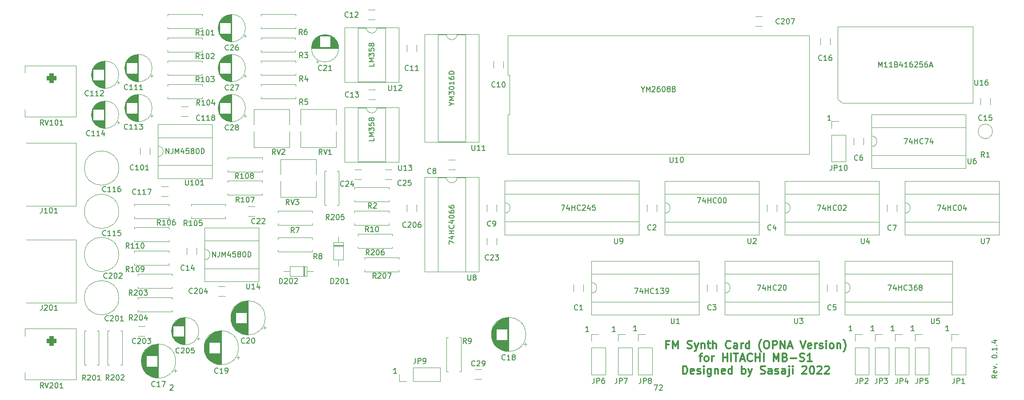
<source format=gbr>
G04 #@! TF.GenerationSoftware,KiCad,Pcbnew,(6.0.6)*
G04 #@! TF.CreationDate,2022-07-16T18:53:49+09:00*
G04 #@! TF.ProjectId,S1_FM_OPNA,53315f46-4d5f-44f5-904e-412e6b696361,0.1.4*
G04 #@! TF.SameCoordinates,PX22a3ad0PY8f85f18*
G04 #@! TF.FileFunction,Legend,Top*
G04 #@! TF.FilePolarity,Positive*
%FSLAX46Y46*%
G04 Gerber Fmt 4.6, Leading zero omitted, Abs format (unit mm)*
G04 Created by KiCad (PCBNEW (6.0.6)) date 2022-07-16 18:53:49*
%MOMM*%
%LPD*%
G01*
G04 APERTURE LIST*
G04 Aperture macros list*
%AMRoundRect*
0 Rectangle with rounded corners*
0 $1 Rounding radius*
0 $2 $3 $4 $5 $6 $7 $8 $9 X,Y pos of 4 corners*
0 Add a 4 corners polygon primitive as box body*
4,1,4,$2,$3,$4,$5,$6,$7,$8,$9,$2,$3,0*
0 Add four circle primitives for the rounded corners*
1,1,$1+$1,$2,$3*
1,1,$1+$1,$4,$5*
1,1,$1+$1,$6,$7*
1,1,$1+$1,$8,$9*
0 Add four rect primitives between the rounded corners*
20,1,$1+$1,$2,$3,$4,$5,0*
20,1,$1+$1,$4,$5,$6,$7,0*
20,1,$1+$1,$6,$7,$8,$9,0*
20,1,$1+$1,$8,$9,$2,$3,0*%
G04 Aperture macros list end*
%ADD10C,0.300000*%
%ADD11C,0.150000*%
%ADD12C,0.120000*%
%ADD13O,2.600000X1.400000*%
%ADD14R,1.700000X1.700000*%
%ADD15O,1.700000X1.700000*%
%ADD16C,3.200000*%
%ADD17R,1.600000X1.600000*%
%ADD18C,1.600000*%
%ADD19R,1.500000X1.500000*%
%ADD20O,1.500000X1.500000*%
%ADD21C,1.440000*%
%ADD22O,1.600000X1.600000*%
%ADD23O,1.000000X2.540000*%
%ADD24R,0.600000X2.200000*%
%ADD25RoundRect,0.450000X0.450000X0.450000X-0.450000X0.450000X-0.450000X-0.450000X0.450000X-0.450000X0*%
%ADD26C,1.800000*%
G04 APERTURE END LIST*
D10*
X123092857Y20302143D02*
X122592857Y20302143D01*
X122592857Y19516429D02*
X122592857Y21016429D01*
X123307142Y21016429D01*
X123878571Y19516429D02*
X123878571Y21016429D01*
X124378571Y19945000D01*
X124878571Y21016429D01*
X124878571Y19516429D01*
X126664285Y19587858D02*
X126878571Y19516429D01*
X127235714Y19516429D01*
X127378571Y19587858D01*
X127449999Y19659286D01*
X127521428Y19802143D01*
X127521428Y19945000D01*
X127449999Y20087858D01*
X127378571Y20159286D01*
X127235714Y20230715D01*
X126949999Y20302143D01*
X126807142Y20373572D01*
X126735714Y20445000D01*
X126664285Y20587858D01*
X126664285Y20730715D01*
X126735714Y20873572D01*
X126807142Y20945000D01*
X126949999Y21016429D01*
X127307142Y21016429D01*
X127521428Y20945000D01*
X128021428Y20516429D02*
X128378571Y19516429D01*
X128735714Y20516429D02*
X128378571Y19516429D01*
X128235714Y19159286D01*
X128164285Y19087858D01*
X128021428Y19016429D01*
X129307142Y20516429D02*
X129307142Y19516429D01*
X129307142Y20373572D02*
X129378571Y20445000D01*
X129521428Y20516429D01*
X129735714Y20516429D01*
X129878571Y20445000D01*
X129949999Y20302143D01*
X129949999Y19516429D01*
X130449999Y20516429D02*
X131021428Y20516429D01*
X130664285Y21016429D02*
X130664285Y19730715D01*
X130735714Y19587858D01*
X130878571Y19516429D01*
X131021428Y19516429D01*
X131521428Y19516429D02*
X131521428Y21016429D01*
X132164285Y19516429D02*
X132164285Y20302143D01*
X132092857Y20445000D01*
X131949999Y20516429D01*
X131735714Y20516429D01*
X131592857Y20445000D01*
X131521428Y20373572D01*
X134878571Y19659286D02*
X134807142Y19587858D01*
X134592857Y19516429D01*
X134449999Y19516429D01*
X134235714Y19587858D01*
X134092857Y19730715D01*
X134021428Y19873572D01*
X133949999Y20159286D01*
X133949999Y20373572D01*
X134021428Y20659286D01*
X134092857Y20802143D01*
X134235714Y20945000D01*
X134449999Y21016429D01*
X134592857Y21016429D01*
X134807142Y20945000D01*
X134878571Y20873572D01*
X136164285Y19516429D02*
X136164285Y20302143D01*
X136092857Y20445000D01*
X135949999Y20516429D01*
X135664285Y20516429D01*
X135521428Y20445000D01*
X136164285Y19587858D02*
X136021428Y19516429D01*
X135664285Y19516429D01*
X135521428Y19587858D01*
X135449999Y19730715D01*
X135449999Y19873572D01*
X135521428Y20016429D01*
X135664285Y20087858D01*
X136021428Y20087858D01*
X136164285Y20159286D01*
X136878571Y19516429D02*
X136878571Y20516429D01*
X136878571Y20230715D02*
X136949999Y20373572D01*
X137021428Y20445000D01*
X137164285Y20516429D01*
X137307142Y20516429D01*
X138449999Y19516429D02*
X138449999Y21016429D01*
X138449999Y19587858D02*
X138307142Y19516429D01*
X138021428Y19516429D01*
X137878571Y19587858D01*
X137807142Y19659286D01*
X137735714Y19802143D01*
X137735714Y20230715D01*
X137807142Y20373572D01*
X137878571Y20445000D01*
X138021428Y20516429D01*
X138307142Y20516429D01*
X138449999Y20445000D01*
X140735714Y18945000D02*
X140664285Y19016429D01*
X140521428Y19230715D01*
X140449999Y19373572D01*
X140378571Y19587858D01*
X140307142Y19945000D01*
X140307142Y20230715D01*
X140378571Y20587858D01*
X140449999Y20802143D01*
X140521428Y20945000D01*
X140664285Y21159286D01*
X140735714Y21230715D01*
X141592857Y21016429D02*
X141878571Y21016429D01*
X142021428Y20945000D01*
X142164285Y20802143D01*
X142235714Y20516429D01*
X142235714Y20016429D01*
X142164285Y19730715D01*
X142021428Y19587858D01*
X141878571Y19516429D01*
X141592857Y19516429D01*
X141449999Y19587858D01*
X141307142Y19730715D01*
X141235714Y20016429D01*
X141235714Y20516429D01*
X141307142Y20802143D01*
X141449999Y20945000D01*
X141592857Y21016429D01*
X142878571Y19516429D02*
X142878571Y21016429D01*
X143449999Y21016429D01*
X143592857Y20945000D01*
X143664285Y20873572D01*
X143735714Y20730715D01*
X143735714Y20516429D01*
X143664285Y20373572D01*
X143592857Y20302143D01*
X143449999Y20230715D01*
X142878571Y20230715D01*
X144378571Y19516429D02*
X144378571Y21016429D01*
X145235714Y19516429D01*
X145235714Y21016429D01*
X145878571Y19945000D02*
X146592857Y19945000D01*
X145735714Y19516429D02*
X146235714Y21016429D01*
X146735714Y19516429D01*
X148164285Y21016429D02*
X148664285Y19516429D01*
X149164285Y21016429D01*
X150235714Y19587858D02*
X150092857Y19516429D01*
X149807142Y19516429D01*
X149664285Y19587858D01*
X149592857Y19730715D01*
X149592857Y20302143D01*
X149664285Y20445000D01*
X149807142Y20516429D01*
X150092857Y20516429D01*
X150235714Y20445000D01*
X150307142Y20302143D01*
X150307142Y20159286D01*
X149592857Y20016429D01*
X150949999Y19516429D02*
X150949999Y20516429D01*
X150949999Y20230715D02*
X151021428Y20373572D01*
X151092857Y20445000D01*
X151235714Y20516429D01*
X151378571Y20516429D01*
X151807142Y19587858D02*
X151949999Y19516429D01*
X152235714Y19516429D01*
X152378571Y19587858D01*
X152449999Y19730715D01*
X152449999Y19802143D01*
X152378571Y19945000D01*
X152235714Y20016429D01*
X152021428Y20016429D01*
X151878571Y20087858D01*
X151807142Y20230715D01*
X151807142Y20302143D01*
X151878571Y20445000D01*
X152021428Y20516429D01*
X152235714Y20516429D01*
X152378571Y20445000D01*
X153092857Y19516429D02*
X153092857Y20516429D01*
X153092857Y21016429D02*
X153021428Y20945000D01*
X153092857Y20873572D01*
X153164285Y20945000D01*
X153092857Y21016429D01*
X153092857Y20873572D01*
X154021428Y19516429D02*
X153878571Y19587858D01*
X153807142Y19659286D01*
X153735714Y19802143D01*
X153735714Y20230715D01*
X153807142Y20373572D01*
X153878571Y20445000D01*
X154021428Y20516429D01*
X154235714Y20516429D01*
X154378571Y20445000D01*
X154449999Y20373572D01*
X154521428Y20230715D01*
X154521428Y19802143D01*
X154449999Y19659286D01*
X154378571Y19587858D01*
X154235714Y19516429D01*
X154021428Y19516429D01*
X155164285Y20516429D02*
X155164285Y19516429D01*
X155164285Y20373572D02*
X155235714Y20445000D01*
X155378571Y20516429D01*
X155592857Y20516429D01*
X155735714Y20445000D01*
X155807142Y20302143D01*
X155807142Y19516429D01*
X156378571Y18945000D02*
X156449999Y19016429D01*
X156592857Y19230715D01*
X156664285Y19373572D01*
X156735714Y19587858D01*
X156807142Y19945000D01*
X156807142Y20230715D01*
X156735714Y20587858D01*
X156664285Y20802143D01*
X156592857Y20945000D01*
X156449999Y21159286D01*
X156378571Y21230715D01*
X128914285Y18101429D02*
X129485714Y18101429D01*
X129128571Y17101429D02*
X129128571Y18387143D01*
X129200000Y18530000D01*
X129342857Y18601429D01*
X129485714Y18601429D01*
X130200000Y17101429D02*
X130057142Y17172858D01*
X129985714Y17244286D01*
X129914285Y17387143D01*
X129914285Y17815715D01*
X129985714Y17958572D01*
X130057142Y18030000D01*
X130200000Y18101429D01*
X130414285Y18101429D01*
X130557142Y18030000D01*
X130628571Y17958572D01*
X130700000Y17815715D01*
X130700000Y17387143D01*
X130628571Y17244286D01*
X130557142Y17172858D01*
X130414285Y17101429D01*
X130200000Y17101429D01*
X131342857Y17101429D02*
X131342857Y18101429D01*
X131342857Y17815715D02*
X131414285Y17958572D01*
X131485714Y18030000D01*
X131628571Y18101429D01*
X131771428Y18101429D01*
X133414285Y17101429D02*
X133414285Y18601429D01*
X133414285Y17887143D02*
X134271428Y17887143D01*
X134271428Y17101429D02*
X134271428Y18601429D01*
X134985714Y17101429D02*
X134985714Y18601429D01*
X135485714Y18601429D02*
X136342857Y18601429D01*
X135914285Y17101429D02*
X135914285Y18601429D01*
X136771428Y17530000D02*
X137485714Y17530000D01*
X136628571Y17101429D02*
X137128571Y18601429D01*
X137628571Y17101429D01*
X138985714Y17244286D02*
X138914285Y17172858D01*
X138700000Y17101429D01*
X138557142Y17101429D01*
X138342857Y17172858D01*
X138200000Y17315715D01*
X138128571Y17458572D01*
X138057142Y17744286D01*
X138057142Y17958572D01*
X138128571Y18244286D01*
X138200000Y18387143D01*
X138342857Y18530000D01*
X138557142Y18601429D01*
X138700000Y18601429D01*
X138914285Y18530000D01*
X138985714Y18458572D01*
X139628571Y17101429D02*
X139628571Y18601429D01*
X139628571Y17887143D02*
X140485714Y17887143D01*
X140485714Y17101429D02*
X140485714Y18601429D01*
X141200000Y17101429D02*
X141200000Y18601429D01*
X143057142Y17101429D02*
X143057142Y18601429D01*
X143557142Y17530000D01*
X144057142Y18601429D01*
X144057142Y17101429D01*
X145271428Y17887143D02*
X145485714Y17815715D01*
X145557142Y17744286D01*
X145628571Y17601429D01*
X145628571Y17387143D01*
X145557142Y17244286D01*
X145485714Y17172858D01*
X145342857Y17101429D01*
X144771428Y17101429D01*
X144771428Y18601429D01*
X145271428Y18601429D01*
X145414285Y18530000D01*
X145485714Y18458572D01*
X145557142Y18315715D01*
X145557142Y18172858D01*
X145485714Y18030000D01*
X145414285Y17958572D01*
X145271428Y17887143D01*
X144771428Y17887143D01*
X146271428Y17672858D02*
X147414285Y17672858D01*
X148057142Y17172858D02*
X148271428Y17101429D01*
X148628571Y17101429D01*
X148771428Y17172858D01*
X148842857Y17244286D01*
X148914285Y17387143D01*
X148914285Y17530000D01*
X148842857Y17672858D01*
X148771428Y17744286D01*
X148628571Y17815715D01*
X148342857Y17887143D01*
X148200000Y17958572D01*
X148128571Y18030000D01*
X148057142Y18172858D01*
X148057142Y18315715D01*
X148128571Y18458572D01*
X148200000Y18530000D01*
X148342857Y18601429D01*
X148700000Y18601429D01*
X148914285Y18530000D01*
X150342857Y17101429D02*
X149485714Y17101429D01*
X149914285Y17101429D02*
X149914285Y18601429D01*
X149771428Y18387143D01*
X149628571Y18244286D01*
X149485714Y18172858D01*
X125807142Y14686429D02*
X125807142Y16186429D01*
X126164285Y16186429D01*
X126378571Y16115000D01*
X126521428Y15972143D01*
X126592857Y15829286D01*
X126664285Y15543572D01*
X126664285Y15329286D01*
X126592857Y15043572D01*
X126521428Y14900715D01*
X126378571Y14757858D01*
X126164285Y14686429D01*
X125807142Y14686429D01*
X127878571Y14757858D02*
X127735714Y14686429D01*
X127450000Y14686429D01*
X127307142Y14757858D01*
X127235714Y14900715D01*
X127235714Y15472143D01*
X127307142Y15615000D01*
X127450000Y15686429D01*
X127735714Y15686429D01*
X127878571Y15615000D01*
X127950000Y15472143D01*
X127950000Y15329286D01*
X127235714Y15186429D01*
X128521428Y14757858D02*
X128664285Y14686429D01*
X128950000Y14686429D01*
X129092857Y14757858D01*
X129164285Y14900715D01*
X129164285Y14972143D01*
X129092857Y15115000D01*
X128950000Y15186429D01*
X128735714Y15186429D01*
X128592857Y15257858D01*
X128521428Y15400715D01*
X128521428Y15472143D01*
X128592857Y15615000D01*
X128735714Y15686429D01*
X128950000Y15686429D01*
X129092857Y15615000D01*
X129807142Y14686429D02*
X129807142Y15686429D01*
X129807142Y16186429D02*
X129735714Y16115000D01*
X129807142Y16043572D01*
X129878571Y16115000D01*
X129807142Y16186429D01*
X129807142Y16043572D01*
X131164285Y15686429D02*
X131164285Y14472143D01*
X131092857Y14329286D01*
X131021428Y14257858D01*
X130878571Y14186429D01*
X130664285Y14186429D01*
X130521428Y14257858D01*
X131164285Y14757858D02*
X131021428Y14686429D01*
X130735714Y14686429D01*
X130592857Y14757858D01*
X130521428Y14829286D01*
X130450000Y14972143D01*
X130450000Y15400715D01*
X130521428Y15543572D01*
X130592857Y15615000D01*
X130735714Y15686429D01*
X131021428Y15686429D01*
X131164285Y15615000D01*
X131878571Y15686429D02*
X131878571Y14686429D01*
X131878571Y15543572D02*
X131950000Y15615000D01*
X132092857Y15686429D01*
X132307142Y15686429D01*
X132450000Y15615000D01*
X132521428Y15472143D01*
X132521428Y14686429D01*
X133807142Y14757858D02*
X133664285Y14686429D01*
X133378571Y14686429D01*
X133235714Y14757858D01*
X133164285Y14900715D01*
X133164285Y15472143D01*
X133235714Y15615000D01*
X133378571Y15686429D01*
X133664285Y15686429D01*
X133807142Y15615000D01*
X133878571Y15472143D01*
X133878571Y15329286D01*
X133164285Y15186429D01*
X135164285Y14686429D02*
X135164285Y16186429D01*
X135164285Y14757858D02*
X135021428Y14686429D01*
X134735714Y14686429D01*
X134592857Y14757858D01*
X134521428Y14829286D01*
X134450000Y14972143D01*
X134450000Y15400715D01*
X134521428Y15543572D01*
X134592857Y15615000D01*
X134735714Y15686429D01*
X135021428Y15686429D01*
X135164285Y15615000D01*
X137021428Y14686429D02*
X137021428Y16186429D01*
X137021428Y15615000D02*
X137164285Y15686429D01*
X137450000Y15686429D01*
X137592857Y15615000D01*
X137664285Y15543572D01*
X137735714Y15400715D01*
X137735714Y14972143D01*
X137664285Y14829286D01*
X137592857Y14757858D01*
X137450000Y14686429D01*
X137164285Y14686429D01*
X137021428Y14757858D01*
X138235714Y15686429D02*
X138592857Y14686429D01*
X138950000Y15686429D02*
X138592857Y14686429D01*
X138450000Y14329286D01*
X138378571Y14257858D01*
X138235714Y14186429D01*
X140592857Y14757858D02*
X140807142Y14686429D01*
X141164285Y14686429D01*
X141307142Y14757858D01*
X141378571Y14829286D01*
X141450000Y14972143D01*
X141450000Y15115000D01*
X141378571Y15257858D01*
X141307142Y15329286D01*
X141164285Y15400715D01*
X140878571Y15472143D01*
X140735714Y15543572D01*
X140664285Y15615000D01*
X140592857Y15757858D01*
X140592857Y15900715D01*
X140664285Y16043572D01*
X140735714Y16115000D01*
X140878571Y16186429D01*
X141235714Y16186429D01*
X141450000Y16115000D01*
X142735714Y14686429D02*
X142735714Y15472143D01*
X142664285Y15615000D01*
X142521428Y15686429D01*
X142235714Y15686429D01*
X142092857Y15615000D01*
X142735714Y14757858D02*
X142592857Y14686429D01*
X142235714Y14686429D01*
X142092857Y14757858D01*
X142021428Y14900715D01*
X142021428Y15043572D01*
X142092857Y15186429D01*
X142235714Y15257858D01*
X142592857Y15257858D01*
X142735714Y15329286D01*
X143378571Y14757858D02*
X143521428Y14686429D01*
X143807142Y14686429D01*
X143950000Y14757858D01*
X144021428Y14900715D01*
X144021428Y14972143D01*
X143950000Y15115000D01*
X143807142Y15186429D01*
X143592857Y15186429D01*
X143450000Y15257858D01*
X143378571Y15400715D01*
X143378571Y15472143D01*
X143450000Y15615000D01*
X143592857Y15686429D01*
X143807142Y15686429D01*
X143950000Y15615000D01*
X145307142Y14686429D02*
X145307142Y15472143D01*
X145235714Y15615000D01*
X145092857Y15686429D01*
X144807142Y15686429D01*
X144664285Y15615000D01*
X145307142Y14757858D02*
X145164285Y14686429D01*
X144807142Y14686429D01*
X144664285Y14757858D01*
X144592857Y14900715D01*
X144592857Y15043572D01*
X144664285Y15186429D01*
X144807142Y15257858D01*
X145164285Y15257858D01*
X145307142Y15329286D01*
X146021428Y15686429D02*
X146021428Y14400715D01*
X145950000Y14257858D01*
X145807142Y14186429D01*
X145735714Y14186429D01*
X146021428Y16186429D02*
X145950000Y16115000D01*
X146021428Y16043572D01*
X146092857Y16115000D01*
X146021428Y16186429D01*
X146021428Y16043572D01*
X146735714Y14686429D02*
X146735714Y15686429D01*
X146735714Y16186429D02*
X146664285Y16115000D01*
X146735714Y16043572D01*
X146807142Y16115000D01*
X146735714Y16186429D01*
X146735714Y16043572D01*
X148521428Y16043572D02*
X148592857Y16115000D01*
X148735714Y16186429D01*
X149092857Y16186429D01*
X149235714Y16115000D01*
X149307142Y16043572D01*
X149378571Y15900715D01*
X149378571Y15757858D01*
X149307142Y15543572D01*
X148450000Y14686429D01*
X149378571Y14686429D01*
X150307142Y16186429D02*
X150450000Y16186429D01*
X150592857Y16115000D01*
X150664285Y16043572D01*
X150735714Y15900715D01*
X150807142Y15615000D01*
X150807142Y15257858D01*
X150735714Y14972143D01*
X150664285Y14829286D01*
X150592857Y14757858D01*
X150450000Y14686429D01*
X150307142Y14686429D01*
X150164285Y14757858D01*
X150092857Y14829286D01*
X150021428Y14972143D01*
X149950000Y15257858D01*
X149950000Y15615000D01*
X150021428Y15900715D01*
X150092857Y16043572D01*
X150164285Y16115000D01*
X150307142Y16186429D01*
X151378571Y16043572D02*
X151450000Y16115000D01*
X151592857Y16186429D01*
X151950000Y16186429D01*
X152092857Y16115000D01*
X152164285Y16043572D01*
X152235714Y15900715D01*
X152235714Y15757858D01*
X152164285Y15543572D01*
X151307142Y14686429D01*
X152235714Y14686429D01*
X152807142Y16043572D02*
X152878571Y16115000D01*
X153021428Y16186429D01*
X153378571Y16186429D01*
X153521428Y16115000D01*
X153592857Y16043572D01*
X153664285Y15900715D01*
X153664285Y15757858D01*
X153592857Y15543572D01*
X152735714Y14686429D01*
X153664285Y14686429D01*
D11*
X185618380Y14502191D02*
X185142190Y14168858D01*
X185618380Y13930762D02*
X184618380Y13930762D01*
X184618380Y14311715D01*
X184666000Y14406953D01*
X184713619Y14454572D01*
X184808857Y14502191D01*
X184951714Y14502191D01*
X185046952Y14454572D01*
X185094571Y14406953D01*
X185142190Y14311715D01*
X185142190Y13930762D01*
X185570761Y15311715D02*
X185618380Y15216477D01*
X185618380Y15026000D01*
X185570761Y14930762D01*
X185475523Y14883143D01*
X185094571Y14883143D01*
X184999333Y14930762D01*
X184951714Y15026000D01*
X184951714Y15216477D01*
X184999333Y15311715D01*
X185094571Y15359334D01*
X185189809Y15359334D01*
X185285047Y14883143D01*
X184951714Y15692667D02*
X185618380Y15930762D01*
X184951714Y16168858D01*
X185523142Y16549810D02*
X185570761Y16597429D01*
X185618380Y16549810D01*
X185570761Y16502191D01*
X185523142Y16549810D01*
X185618380Y16549810D01*
X184618380Y17978381D02*
X184618380Y18073620D01*
X184666000Y18168858D01*
X184713619Y18216477D01*
X184808857Y18264096D01*
X184999333Y18311715D01*
X185237428Y18311715D01*
X185427904Y18264096D01*
X185523142Y18216477D01*
X185570761Y18168858D01*
X185618380Y18073620D01*
X185618380Y17978381D01*
X185570761Y17883143D01*
X185523142Y17835524D01*
X185427904Y17787905D01*
X185237428Y17740286D01*
X184999333Y17740286D01*
X184808857Y17787905D01*
X184713619Y17835524D01*
X184666000Y17883143D01*
X184618380Y17978381D01*
X185523142Y18740286D02*
X185570761Y18787905D01*
X185618380Y18740286D01*
X185570761Y18692667D01*
X185523142Y18740286D01*
X185618380Y18740286D01*
X185618380Y19740286D02*
X185618380Y19168858D01*
X185618380Y19454572D02*
X184618380Y19454572D01*
X184761238Y19359334D01*
X184856476Y19264096D01*
X184904095Y19168858D01*
X185523142Y20168858D02*
X185570761Y20216477D01*
X185618380Y20168858D01*
X185570761Y20121239D01*
X185523142Y20168858D01*
X185618380Y20168858D01*
X184951714Y21073620D02*
X185618380Y21073620D01*
X184570761Y20835524D02*
X185285047Y20597429D01*
X185285047Y21216477D01*
X3794285Y46394620D02*
X3794285Y45680334D01*
X3746666Y45537477D01*
X3651428Y45442239D01*
X3508571Y45394620D01*
X3413333Y45394620D01*
X4794285Y45394620D02*
X4222857Y45394620D01*
X4508571Y45394620D02*
X4508571Y46394620D01*
X4413333Y46251762D01*
X4318095Y46156524D01*
X4222857Y46108905D01*
X5413333Y46394620D02*
X5508571Y46394620D01*
X5603809Y46347000D01*
X5651428Y46299381D01*
X5699047Y46204143D01*
X5746666Y46013667D01*
X5746666Y45775572D01*
X5699047Y45585096D01*
X5651428Y45489858D01*
X5603809Y45442239D01*
X5508571Y45394620D01*
X5413333Y45394620D01*
X5318095Y45442239D01*
X5270476Y45489858D01*
X5222857Y45585096D01*
X5175238Y45775572D01*
X5175238Y46013667D01*
X5222857Y46204143D01*
X5270476Y46299381D01*
X5318095Y46347000D01*
X5413333Y46394620D01*
X6699047Y45394620D02*
X6127619Y45394620D01*
X6413333Y45394620D02*
X6413333Y46394620D01*
X6318095Y46251762D01*
X6222857Y46156524D01*
X6127619Y46108905D01*
X117784666Y13882620D02*
X117784666Y13168334D01*
X117737047Y13025477D01*
X117641809Y12930239D01*
X117498952Y12882620D01*
X117403714Y12882620D01*
X118260857Y12882620D02*
X118260857Y13882620D01*
X118641809Y13882620D01*
X118737047Y13835000D01*
X118784666Y13787381D01*
X118832285Y13692143D01*
X118832285Y13549286D01*
X118784666Y13454048D01*
X118737047Y13406429D01*
X118641809Y13358810D01*
X118260857Y13358810D01*
X119403714Y13454048D02*
X119308476Y13501667D01*
X119260857Y13549286D01*
X119213238Y13644524D01*
X119213238Y13692143D01*
X119260857Y13787381D01*
X119308476Y13835000D01*
X119403714Y13882620D01*
X119594190Y13882620D01*
X119689428Y13835000D01*
X119737047Y13787381D01*
X119784666Y13692143D01*
X119784666Y13644524D01*
X119737047Y13549286D01*
X119689428Y13501667D01*
X119594190Y13454048D01*
X119403714Y13454048D01*
X119308476Y13406429D01*
X119260857Y13358810D01*
X119213238Y13263572D01*
X119213238Y13073096D01*
X119260857Y12977858D01*
X119308476Y12930239D01*
X119403714Y12882620D01*
X119594190Y12882620D01*
X119689428Y12930239D01*
X119737047Y12977858D01*
X119784666Y13073096D01*
X119784666Y13263572D01*
X119737047Y13358810D01*
X119689428Y13406429D01*
X119594190Y13454048D01*
X116998714Y22915620D02*
X116427285Y22915620D01*
X116713000Y22915620D02*
X116713000Y23915620D01*
X116617761Y23772762D01*
X116522523Y23677524D01*
X116427285Y23629905D01*
X37262522Y14927858D02*
X37214903Y14880239D01*
X37072046Y14832620D01*
X36976808Y14832620D01*
X36833951Y14880239D01*
X36738713Y14975477D01*
X36691094Y15070715D01*
X36643475Y15261191D01*
X36643475Y15404048D01*
X36691094Y15594524D01*
X36738713Y15689762D01*
X36833951Y15785000D01*
X36976808Y15832620D01*
X37072046Y15832620D01*
X37214903Y15785000D01*
X37262522Y15737381D01*
X38214903Y14832620D02*
X37643475Y14832620D01*
X37929189Y14832620D02*
X37929189Y15832620D01*
X37833951Y15689762D01*
X37738713Y15594524D01*
X37643475Y15546905D01*
X38691094Y14832620D02*
X38881570Y14832620D01*
X38976808Y14880239D01*
X39024427Y14927858D01*
X39119665Y15070715D01*
X39167284Y15261191D01*
X39167284Y15642143D01*
X39119665Y15737381D01*
X39072046Y15785000D01*
X38976808Y15832620D01*
X38786332Y15832620D01*
X38691094Y15785000D01*
X38643475Y15737381D01*
X38595856Y15642143D01*
X38595856Y15404048D01*
X38643475Y15308810D01*
X38691094Y15261191D01*
X38786332Y15213572D01*
X38976808Y15213572D01*
X39072046Y15261191D01*
X39119665Y15308810D01*
X39167284Y15404048D01*
X90035142Y69492858D02*
X89987523Y69445239D01*
X89844666Y69397620D01*
X89749428Y69397620D01*
X89606571Y69445239D01*
X89511333Y69540477D01*
X89463714Y69635715D01*
X89416095Y69826191D01*
X89416095Y69969048D01*
X89463714Y70159524D01*
X89511333Y70254762D01*
X89606571Y70350000D01*
X89749428Y70397620D01*
X89844666Y70397620D01*
X89987523Y70350000D01*
X90035142Y70302381D01*
X90987523Y69397620D02*
X90416095Y69397620D01*
X90701809Y69397620D02*
X90701809Y70397620D01*
X90606571Y70254762D01*
X90511333Y70159524D01*
X90416095Y70111905D01*
X91606571Y70397620D02*
X91701809Y70397620D01*
X91797047Y70350000D01*
X91844666Y70302381D01*
X91892285Y70207143D01*
X91939904Y70016667D01*
X91939904Y69778572D01*
X91892285Y69588096D01*
X91844666Y69492858D01*
X91797047Y69445239D01*
X91701809Y69397620D01*
X91606571Y69397620D01*
X91511333Y69445239D01*
X91463714Y69492858D01*
X91416095Y69588096D01*
X91368476Y69778572D01*
X91368476Y70016667D01*
X91416095Y70207143D01*
X91463714Y70302381D01*
X91511333Y70350000D01*
X91606571Y70397620D01*
X20062764Y61425833D02*
X20015145Y61378214D01*
X19872288Y61330595D01*
X19777050Y61330595D01*
X19634192Y61378214D01*
X19538954Y61473452D01*
X19491335Y61568690D01*
X19443716Y61759166D01*
X19443716Y61902023D01*
X19491335Y62092499D01*
X19538954Y62187737D01*
X19634192Y62282975D01*
X19777050Y62330595D01*
X19872288Y62330595D01*
X20015145Y62282975D01*
X20062764Y62235356D01*
X21015145Y61330595D02*
X20443716Y61330595D01*
X20729431Y61330595D02*
X20729431Y62330595D01*
X20634192Y62187737D01*
X20538954Y62092499D01*
X20443716Y62044880D01*
X21967526Y61330595D02*
X21396097Y61330595D01*
X21681812Y61330595D02*
X21681812Y62330595D01*
X21586573Y62187737D01*
X21491335Y62092499D01*
X21396097Y62044880D01*
X22300859Y62330595D02*
X22919907Y62330595D01*
X22586573Y61949642D01*
X22729431Y61949642D01*
X22824669Y61902023D01*
X22872288Y61854404D01*
X22919907Y61759166D01*
X22919907Y61521071D01*
X22872288Y61425833D01*
X22824669Y61378214D01*
X22729431Y61330595D01*
X22443716Y61330595D01*
X22348478Y61378214D01*
X22300859Y61425833D01*
X48982523Y31932620D02*
X48982523Y32932620D01*
X49220619Y32932620D01*
X49363476Y32885000D01*
X49458714Y32789762D01*
X49506333Y32694524D01*
X49553952Y32504048D01*
X49553952Y32361191D01*
X49506333Y32170715D01*
X49458714Y32075477D01*
X49363476Y31980239D01*
X49220619Y31932620D01*
X48982523Y31932620D01*
X49934904Y32837381D02*
X49982523Y32885000D01*
X50077761Y32932620D01*
X50315857Y32932620D01*
X50411095Y32885000D01*
X50458714Y32837381D01*
X50506333Y32742143D01*
X50506333Y32646905D01*
X50458714Y32504048D01*
X49887285Y31932620D01*
X50506333Y31932620D01*
X51125380Y32932620D02*
X51220619Y32932620D01*
X51315857Y32885000D01*
X51363476Y32837381D01*
X51411095Y32742143D01*
X51458714Y32551667D01*
X51458714Y32313572D01*
X51411095Y32123096D01*
X51363476Y32027858D01*
X51315857Y31980239D01*
X51220619Y31932620D01*
X51125380Y31932620D01*
X51030142Y31980239D01*
X50982523Y32027858D01*
X50934904Y32123096D01*
X50887285Y32313572D01*
X50887285Y32551667D01*
X50934904Y32742143D01*
X50982523Y32837381D01*
X51030142Y32885000D01*
X51125380Y32932620D01*
X51839666Y32837381D02*
X51887285Y32885000D01*
X51982523Y32932620D01*
X52220619Y32932620D01*
X52315857Y32885000D01*
X52363476Y32837381D01*
X52411095Y32742143D01*
X52411095Y32646905D01*
X52363476Y32504048D01*
X51792047Y31932620D01*
X52411095Y31932620D01*
X50828972Y46969800D02*
X50495639Y47445990D01*
X50257544Y46969800D02*
X50257544Y47969800D01*
X50638496Y47969800D01*
X50733734Y47922180D01*
X50781353Y47874561D01*
X50828972Y47779323D01*
X50828972Y47636466D01*
X50781353Y47541228D01*
X50733734Y47493609D01*
X50638496Y47445990D01*
X50257544Y47445990D01*
X51114687Y47969800D02*
X51448020Y46969800D01*
X51781353Y47969800D01*
X52019449Y47969800D02*
X52638496Y47969800D01*
X52305163Y47588847D01*
X52448020Y47588847D01*
X52543258Y47541228D01*
X52590877Y47493609D01*
X52638496Y47398371D01*
X52638496Y47160276D01*
X52590877Y47065038D01*
X52543258Y47017419D01*
X52448020Y46969800D01*
X52162306Y46969800D01*
X52067068Y47017419D01*
X52019449Y47065038D01*
X41298952Y47452436D02*
X40965619Y47928626D01*
X40727523Y47452436D02*
X40727523Y48452436D01*
X41108476Y48452436D01*
X41203714Y48404816D01*
X41251333Y48357197D01*
X41298952Y48261959D01*
X41298952Y48119102D01*
X41251333Y48023864D01*
X41203714Y47976245D01*
X41108476Y47928626D01*
X40727523Y47928626D01*
X42251333Y47452436D02*
X41679904Y47452436D01*
X41965619Y47452436D02*
X41965619Y48452436D01*
X41870380Y48309578D01*
X41775142Y48214340D01*
X41679904Y48166721D01*
X42870380Y48452436D02*
X42965619Y48452436D01*
X43060857Y48404816D01*
X43108476Y48357197D01*
X43156095Y48261959D01*
X43203714Y48071483D01*
X43203714Y47833388D01*
X43156095Y47642912D01*
X43108476Y47547674D01*
X43060857Y47500055D01*
X42965619Y47452436D01*
X42870380Y47452436D01*
X42775142Y47500055D01*
X42727523Y47547674D01*
X42679904Y47642912D01*
X42632285Y47833388D01*
X42632285Y48071483D01*
X42679904Y48261959D01*
X42727523Y48357197D01*
X42775142Y48404816D01*
X42870380Y48452436D01*
X43537047Y48452436D02*
X44203714Y48452436D01*
X43775142Y47452436D01*
X33678952Y70413620D02*
X33345619Y70889810D01*
X33107523Y70413620D02*
X33107523Y71413620D01*
X33488476Y71413620D01*
X33583714Y71366000D01*
X33631333Y71318381D01*
X33678952Y71223143D01*
X33678952Y71080286D01*
X33631333Y70985048D01*
X33583714Y70937429D01*
X33488476Y70889810D01*
X33107523Y70889810D01*
X34631333Y70413620D02*
X34059904Y70413620D01*
X34345619Y70413620D02*
X34345619Y71413620D01*
X34250380Y71270762D01*
X34155142Y71175524D01*
X34059904Y71127905D01*
X35250380Y71413620D02*
X35345619Y71413620D01*
X35440857Y71366000D01*
X35488476Y71318381D01*
X35536095Y71223143D01*
X35583714Y71032667D01*
X35583714Y70794572D01*
X35536095Y70604096D01*
X35488476Y70508858D01*
X35440857Y70461239D01*
X35345619Y70413620D01*
X35250380Y70413620D01*
X35155142Y70461239D01*
X35107523Y70508858D01*
X35059904Y70604096D01*
X35012285Y70794572D01*
X35012285Y71032667D01*
X35059904Y71223143D01*
X35107523Y71318381D01*
X35155142Y71366000D01*
X35250380Y71413620D01*
X35917047Y71413620D02*
X36536095Y71413620D01*
X36202761Y71032667D01*
X36345619Y71032667D01*
X36440857Y70985048D01*
X36488476Y70937429D01*
X36536095Y70842191D01*
X36536095Y70604096D01*
X36488476Y70508858D01*
X36440857Y70461239D01*
X36345619Y70413620D01*
X36059904Y70413620D01*
X35964666Y70461239D01*
X35917047Y70508858D01*
X3794285Y27852620D02*
X3794285Y27138334D01*
X3746666Y26995477D01*
X3651428Y26900239D01*
X3508571Y26852620D01*
X3413333Y26852620D01*
X4222857Y27757381D02*
X4270476Y27805000D01*
X4365714Y27852620D01*
X4603809Y27852620D01*
X4699047Y27805000D01*
X4746666Y27757381D01*
X4794285Y27662143D01*
X4794285Y27566905D01*
X4746666Y27424048D01*
X4175238Y26852620D01*
X4794285Y26852620D01*
X5413333Y27852620D02*
X5508571Y27852620D01*
X5603809Y27805000D01*
X5651428Y27757381D01*
X5699047Y27662143D01*
X5746666Y27471667D01*
X5746666Y27233572D01*
X5699047Y27043096D01*
X5651428Y26947858D01*
X5603809Y26900239D01*
X5508571Y26852620D01*
X5413333Y26852620D01*
X5318095Y26900239D01*
X5270476Y26947858D01*
X5222857Y27043096D01*
X5175238Y27233572D01*
X5175238Y27471667D01*
X5222857Y27662143D01*
X5270476Y27757381D01*
X5318095Y27805000D01*
X5413333Y27852620D01*
X6699047Y26852620D02*
X6127619Y26852620D01*
X6413333Y26852620D02*
X6413333Y27852620D01*
X6318095Y27709762D01*
X6222857Y27614524D01*
X6127619Y27566905D01*
X173101095Y25312620D02*
X173101095Y24503096D01*
X173148714Y24407858D01*
X173196333Y24360239D01*
X173291571Y24312620D01*
X173482047Y24312620D01*
X173577285Y24360239D01*
X173624904Y24407858D01*
X173672523Y24503096D01*
X173672523Y25312620D01*
X174624904Y25312620D02*
X174148714Y25312620D01*
X174101095Y24836429D01*
X174148714Y24884048D01*
X174243952Y24931667D01*
X174482047Y24931667D01*
X174577285Y24884048D01*
X174624904Y24836429D01*
X174672523Y24741191D01*
X174672523Y24503096D01*
X174624904Y24407858D01*
X174577285Y24360239D01*
X174482047Y24312620D01*
X174243952Y24312620D01*
X174148714Y24360239D01*
X174101095Y24407858D01*
X164886095Y31662620D02*
X165552761Y31662620D01*
X165124190Y30662620D01*
X166362285Y31329286D02*
X166362285Y30662620D01*
X166124190Y31710239D02*
X165886095Y30995953D01*
X166505142Y30995953D01*
X166886095Y30662620D02*
X166886095Y31662620D01*
X166886095Y31186429D02*
X167457523Y31186429D01*
X167457523Y30662620D02*
X167457523Y31662620D01*
X168505142Y30757858D02*
X168457523Y30710239D01*
X168314666Y30662620D01*
X168219428Y30662620D01*
X168076571Y30710239D01*
X167981333Y30805477D01*
X167933714Y30900715D01*
X167886095Y31091191D01*
X167886095Y31234048D01*
X167933714Y31424524D01*
X167981333Y31519762D01*
X168076571Y31615000D01*
X168219428Y31662620D01*
X168314666Y31662620D01*
X168457523Y31615000D01*
X168505142Y31567381D01*
X168838476Y31662620D02*
X169457523Y31662620D01*
X169124190Y31281667D01*
X169267047Y31281667D01*
X169362285Y31234048D01*
X169409904Y31186429D01*
X169457523Y31091191D01*
X169457523Y30853096D01*
X169409904Y30757858D01*
X169362285Y30710239D01*
X169267047Y30662620D01*
X168981333Y30662620D01*
X168886095Y30710239D01*
X168838476Y30757858D01*
X170314666Y31662620D02*
X170124190Y31662620D01*
X170028952Y31615000D01*
X169981333Y31567381D01*
X169886095Y31424524D01*
X169838476Y31234048D01*
X169838476Y30853096D01*
X169886095Y30757858D01*
X169933714Y30710239D01*
X170028952Y30662620D01*
X170219428Y30662620D01*
X170314666Y30710239D01*
X170362285Y30757858D01*
X170409904Y30853096D01*
X170409904Y31091191D01*
X170362285Y31186429D01*
X170314666Y31234048D01*
X170219428Y31281667D01*
X170028952Y31281667D01*
X169933714Y31234048D01*
X169886095Y31186429D01*
X169838476Y31091191D01*
X170981333Y31234048D02*
X170886095Y31281667D01*
X170838476Y31329286D01*
X170790857Y31424524D01*
X170790857Y31472143D01*
X170838476Y31567381D01*
X170886095Y31615000D01*
X170981333Y31662620D01*
X171171809Y31662620D01*
X171267047Y31615000D01*
X171314666Y31567381D01*
X171362285Y31472143D01*
X171362285Y31424524D01*
X171314666Y31329286D01*
X171267047Y31281667D01*
X171171809Y31234048D01*
X170981333Y31234048D01*
X170886095Y31186429D01*
X170838476Y31138810D01*
X170790857Y31043572D01*
X170790857Y30853096D01*
X170838476Y30757858D01*
X170886095Y30710239D01*
X170981333Y30662620D01*
X171171809Y30662620D01*
X171267047Y30710239D01*
X171314666Y30757858D01*
X171362285Y30853096D01*
X171362285Y31043572D01*
X171314666Y31138810D01*
X171267047Y31186429D01*
X171171809Y31234048D01*
X177474666Y13882620D02*
X177474666Y13168334D01*
X177427047Y13025477D01*
X177331809Y12930239D01*
X177188952Y12882620D01*
X177093714Y12882620D01*
X177950857Y12882620D02*
X177950857Y13882620D01*
X178331809Y13882620D01*
X178427047Y13835000D01*
X178474666Y13787381D01*
X178522285Y13692143D01*
X178522285Y13549286D01*
X178474666Y13454048D01*
X178427047Y13406429D01*
X178331809Y13358810D01*
X177950857Y13358810D01*
X179474666Y12882620D02*
X178903238Y12882620D01*
X179188952Y12882620D02*
X179188952Y13882620D01*
X179093714Y13739762D01*
X178998476Y13644524D01*
X178903238Y13596905D01*
X176434714Y22915620D02*
X175863285Y22915620D01*
X176149000Y22915620D02*
X176149000Y23915620D01*
X176053761Y23772762D01*
X175958523Y23677524D01*
X175863285Y23629905D01*
X66490671Y46317954D02*
X66157338Y46794144D01*
X65919242Y46317954D02*
X65919242Y47317954D01*
X66300195Y47317954D01*
X66395433Y47270334D01*
X66443052Y47222715D01*
X66490671Y47127477D01*
X66490671Y46984620D01*
X66443052Y46889382D01*
X66395433Y46841763D01*
X66300195Y46794144D01*
X65919242Y46794144D01*
X66871623Y47222715D02*
X66919242Y47270334D01*
X67014480Y47317954D01*
X67252576Y47317954D01*
X67347814Y47270334D01*
X67395433Y47222715D01*
X67443052Y47127477D01*
X67443052Y47032239D01*
X67395433Y46889382D01*
X66824004Y46317954D01*
X67443052Y46317954D01*
X21613952Y49045858D02*
X21566333Y48998239D01*
X21423476Y48950620D01*
X21328238Y48950620D01*
X21185380Y48998239D01*
X21090142Y49093477D01*
X21042523Y49188715D01*
X20994904Y49379191D01*
X20994904Y49522048D01*
X21042523Y49712524D01*
X21090142Y49807762D01*
X21185380Y49903000D01*
X21328238Y49950620D01*
X21423476Y49950620D01*
X21566333Y49903000D01*
X21613952Y49855381D01*
X22566333Y48950620D02*
X21994904Y48950620D01*
X22280619Y48950620D02*
X22280619Y49950620D01*
X22185380Y49807762D01*
X22090142Y49712524D01*
X21994904Y49664905D01*
X23518714Y48950620D02*
X22947285Y48950620D01*
X23233000Y48950620D02*
X23233000Y49950620D01*
X23137761Y49807762D01*
X23042523Y49712524D01*
X22947285Y49664905D01*
X23852047Y49950620D02*
X24518714Y49950620D01*
X24090142Y48950620D01*
X112776095Y40552620D02*
X112776095Y39743096D01*
X112823714Y39647858D01*
X112871333Y39600239D01*
X112966571Y39552620D01*
X113157047Y39552620D01*
X113252285Y39600239D01*
X113299904Y39647858D01*
X113347523Y39743096D01*
X113347523Y40552620D01*
X113871333Y39552620D02*
X114061809Y39552620D01*
X114157047Y39600239D01*
X114204666Y39647858D01*
X114299904Y39790715D01*
X114347523Y39981191D01*
X114347523Y40362143D01*
X114299904Y40457381D01*
X114252285Y40505000D01*
X114157047Y40552620D01*
X113966571Y40552620D01*
X113871333Y40505000D01*
X113823714Y40457381D01*
X113776095Y40362143D01*
X113776095Y40124048D01*
X113823714Y40028810D01*
X113871333Y39981191D01*
X113966571Y39933572D01*
X114157047Y39933572D01*
X114252285Y39981191D01*
X114299904Y40028810D01*
X114347523Y40124048D01*
X102661095Y46912620D02*
X103327761Y46912620D01*
X102899190Y45912620D01*
X104137285Y46579286D02*
X104137285Y45912620D01*
X103899190Y46960239D02*
X103661095Y46245953D01*
X104280142Y46245953D01*
X104661095Y45912620D02*
X104661095Y46912620D01*
X104661095Y46436429D02*
X105232523Y46436429D01*
X105232523Y45912620D02*
X105232523Y46912620D01*
X106280142Y46007858D02*
X106232523Y45960239D01*
X106089666Y45912620D01*
X105994428Y45912620D01*
X105851571Y45960239D01*
X105756333Y46055477D01*
X105708714Y46150715D01*
X105661095Y46341191D01*
X105661095Y46484048D01*
X105708714Y46674524D01*
X105756333Y46769762D01*
X105851571Y46865000D01*
X105994428Y46912620D01*
X106089666Y46912620D01*
X106232523Y46865000D01*
X106280142Y46817381D01*
X106661095Y46817381D02*
X106708714Y46865000D01*
X106803952Y46912620D01*
X107042047Y46912620D01*
X107137285Y46865000D01*
X107184904Y46817381D01*
X107232523Y46722143D01*
X107232523Y46626905D01*
X107184904Y46484048D01*
X106613476Y45912620D01*
X107232523Y45912620D01*
X108089666Y46579286D02*
X108089666Y45912620D01*
X107851571Y46960239D02*
X107613476Y46245953D01*
X108232523Y46245953D01*
X109089666Y46912620D02*
X108613476Y46912620D01*
X108565857Y46436429D01*
X108613476Y46484048D01*
X108708714Y46531667D01*
X108946809Y46531667D01*
X109042047Y46484048D01*
X109089666Y46436429D01*
X109137285Y46341191D01*
X109137285Y46103096D01*
X109089666Y46007858D01*
X109042047Y45960239D01*
X108946809Y45912620D01*
X108708714Y45912620D01*
X108613476Y45960239D01*
X108565857Y46007858D01*
X16533952Y13517620D02*
X16200619Y13993810D01*
X15962523Y13517620D02*
X15962523Y14517620D01*
X16343476Y14517620D01*
X16438714Y14470000D01*
X16486333Y14422381D01*
X16533952Y14327143D01*
X16533952Y14184286D01*
X16486333Y14089048D01*
X16438714Y14041429D01*
X16343476Y13993810D01*
X15962523Y13993810D01*
X16914904Y14422381D02*
X16962523Y14470000D01*
X17057761Y14517620D01*
X17295857Y14517620D01*
X17391095Y14470000D01*
X17438714Y14422381D01*
X17486333Y14327143D01*
X17486333Y14231905D01*
X17438714Y14089048D01*
X16867285Y13517620D01*
X17486333Y13517620D01*
X18105380Y14517620D02*
X18200619Y14517620D01*
X18295857Y14470000D01*
X18343476Y14422381D01*
X18391095Y14327143D01*
X18438714Y14136667D01*
X18438714Y13898572D01*
X18391095Y13708096D01*
X18343476Y13612858D01*
X18295857Y13565239D01*
X18200619Y13517620D01*
X18105380Y13517620D01*
X18010142Y13565239D01*
X17962523Y13612858D01*
X17914904Y13708096D01*
X17867285Y13898572D01*
X17867285Y14136667D01*
X17914904Y14327143D01*
X17962523Y14422381D01*
X18010142Y14470000D01*
X18105380Y14517620D01*
X18819666Y14422381D02*
X18867285Y14470000D01*
X18962523Y14517620D01*
X19200619Y14517620D01*
X19295857Y14470000D01*
X19343476Y14422381D01*
X19391095Y14327143D01*
X19391095Y14231905D01*
X19343476Y14089048D01*
X18772047Y13517620D01*
X19391095Y13517620D01*
X182745142Y63142858D02*
X182697523Y63095239D01*
X182554666Y63047620D01*
X182459428Y63047620D01*
X182316571Y63095239D01*
X182221333Y63190477D01*
X182173714Y63285715D01*
X182126095Y63476191D01*
X182126095Y63619048D01*
X182173714Y63809524D01*
X182221333Y63904762D01*
X182316571Y64000000D01*
X182459428Y64047620D01*
X182554666Y64047620D01*
X182697523Y64000000D01*
X182745142Y63952381D01*
X183697523Y63047620D02*
X183126095Y63047620D01*
X183411809Y63047620D02*
X183411809Y64047620D01*
X183316571Y63904762D01*
X183221333Y63809524D01*
X183126095Y63761905D01*
X184602285Y64047620D02*
X184126095Y64047620D01*
X184078476Y63571429D01*
X184126095Y63619048D01*
X184221333Y63666667D01*
X184459428Y63666667D01*
X184554666Y63619048D01*
X184602285Y63571429D01*
X184649904Y63476191D01*
X184649904Y63238096D01*
X184602285Y63142858D01*
X184554666Y63095239D01*
X184459428Y63047620D01*
X184221333Y63047620D01*
X184126095Y63095239D01*
X184078476Y63142858D01*
X53427333Y70540620D02*
X53094000Y71016810D01*
X52855904Y70540620D02*
X52855904Y71540620D01*
X53236857Y71540620D01*
X53332095Y71493000D01*
X53379714Y71445381D01*
X53427333Y71350143D01*
X53427333Y71207286D01*
X53379714Y71112048D01*
X53332095Y71064429D01*
X53236857Y71016810D01*
X52855904Y71016810D01*
X54284476Y71207286D02*
X54284476Y70540620D01*
X54046380Y71588239D02*
X53808285Y70873953D01*
X54427333Y70873953D01*
X159059666Y13882620D02*
X159059666Y13168334D01*
X159012047Y13025477D01*
X158916809Y12930239D01*
X158773952Y12882620D01*
X158678714Y12882620D01*
X159535857Y12882620D02*
X159535857Y13882620D01*
X159916809Y13882620D01*
X160012047Y13835000D01*
X160059666Y13787381D01*
X160107285Y13692143D01*
X160107285Y13549286D01*
X160059666Y13454048D01*
X160012047Y13406429D01*
X159916809Y13358810D01*
X159535857Y13358810D01*
X160488238Y13787381D02*
X160535857Y13835000D01*
X160631095Y13882620D01*
X160869190Y13882620D01*
X160964428Y13835000D01*
X161012047Y13787381D01*
X161059666Y13692143D01*
X161059666Y13596905D01*
X161012047Y13454048D01*
X160440619Y12882620D01*
X161059666Y12882620D01*
X158019714Y22915620D02*
X157448285Y22915620D01*
X157734000Y22915620D02*
X157734000Y23915620D01*
X157638761Y23772762D01*
X157543523Y23677524D01*
X157448285Y23629905D01*
X123348904Y56046620D02*
X123348904Y55237096D01*
X123396523Y55141858D01*
X123444142Y55094239D01*
X123539380Y55046620D01*
X123729857Y55046620D01*
X123825095Y55094239D01*
X123872714Y55141858D01*
X123920333Y55237096D01*
X123920333Y56046620D01*
X124920333Y55046620D02*
X124348904Y55046620D01*
X124634619Y55046620D02*
X124634619Y56046620D01*
X124539380Y55903762D01*
X124444142Y55808524D01*
X124348904Y55760905D01*
X125539380Y56046620D02*
X125634619Y56046620D01*
X125729857Y55999000D01*
X125777476Y55951381D01*
X125825095Y55856143D01*
X125872714Y55665667D01*
X125872714Y55427572D01*
X125825095Y55237096D01*
X125777476Y55141858D01*
X125729857Y55094239D01*
X125634619Y55046620D01*
X125539380Y55046620D01*
X125444142Y55094239D01*
X125396523Y55141858D01*
X125348904Y55237096D01*
X125301285Y55427572D01*
X125301285Y55665667D01*
X125348904Y55856143D01*
X125396523Y55951381D01*
X125444142Y55999000D01*
X125539380Y56046620D01*
X118181809Y68984810D02*
X118181809Y68508620D01*
X117848476Y69508620D02*
X118181809Y68984810D01*
X118515142Y69508620D01*
X118848476Y68508620D02*
X118848476Y69508620D01*
X119181809Y68794334D01*
X119515142Y69508620D01*
X119515142Y68508620D01*
X119943714Y69413381D02*
X119991333Y69461000D01*
X120086571Y69508620D01*
X120324666Y69508620D01*
X120419904Y69461000D01*
X120467523Y69413381D01*
X120515142Y69318143D01*
X120515142Y69222905D01*
X120467523Y69080048D01*
X119896095Y68508620D01*
X120515142Y68508620D01*
X121372285Y69508620D02*
X121181809Y69508620D01*
X121086571Y69461000D01*
X121038952Y69413381D01*
X120943714Y69270524D01*
X120896095Y69080048D01*
X120896095Y68699096D01*
X120943714Y68603858D01*
X120991333Y68556239D01*
X121086571Y68508620D01*
X121277047Y68508620D01*
X121372285Y68556239D01*
X121419904Y68603858D01*
X121467523Y68699096D01*
X121467523Y68937191D01*
X121419904Y69032429D01*
X121372285Y69080048D01*
X121277047Y69127667D01*
X121086571Y69127667D01*
X120991333Y69080048D01*
X120943714Y69032429D01*
X120896095Y68937191D01*
X122086571Y69508620D02*
X122181809Y69508620D01*
X122277047Y69461000D01*
X122324666Y69413381D01*
X122372285Y69318143D01*
X122419904Y69127667D01*
X122419904Y68889572D01*
X122372285Y68699096D01*
X122324666Y68603858D01*
X122277047Y68556239D01*
X122181809Y68508620D01*
X122086571Y68508620D01*
X121991333Y68556239D01*
X121943714Y68603858D01*
X121896095Y68699096D01*
X121848476Y68889572D01*
X121848476Y69127667D01*
X121896095Y69318143D01*
X121943714Y69413381D01*
X121991333Y69461000D01*
X122086571Y69508620D01*
X122991333Y69080048D02*
X122896095Y69127667D01*
X122848476Y69175286D01*
X122800857Y69270524D01*
X122800857Y69318143D01*
X122848476Y69413381D01*
X122896095Y69461000D01*
X122991333Y69508620D01*
X123181809Y69508620D01*
X123277047Y69461000D01*
X123324666Y69413381D01*
X123372285Y69318143D01*
X123372285Y69270524D01*
X123324666Y69175286D01*
X123277047Y69127667D01*
X123181809Y69080048D01*
X122991333Y69080048D01*
X122896095Y69032429D01*
X122848476Y68984810D01*
X122800857Y68889572D01*
X122800857Y68699096D01*
X122848476Y68603858D01*
X122896095Y68556239D01*
X122991333Y68508620D01*
X123181809Y68508620D01*
X123277047Y68556239D01*
X123324666Y68603858D01*
X123372285Y68699096D01*
X123372285Y68889572D01*
X123324666Y68984810D01*
X123277047Y69032429D01*
X123181809Y69080048D01*
X124134190Y69032429D02*
X124277047Y68984810D01*
X124324666Y68937191D01*
X124372285Y68841953D01*
X124372285Y68699096D01*
X124324666Y68603858D01*
X124277047Y68556239D01*
X124181809Y68508620D01*
X123800857Y68508620D01*
X123800857Y69508620D01*
X124134190Y69508620D01*
X124229428Y69461000D01*
X124277047Y69413381D01*
X124324666Y69318143D01*
X124324666Y69222905D01*
X124277047Y69127667D01*
X124229428Y69080048D01*
X124134190Y69032429D01*
X123800857Y69032429D01*
X20941788Y29722016D02*
X20608455Y30198206D01*
X20370359Y29722016D02*
X20370359Y30722016D01*
X20751312Y30722016D01*
X20846550Y30674396D01*
X20894169Y30626777D01*
X20941788Y30531539D01*
X20941788Y30388682D01*
X20894169Y30293444D01*
X20846550Y30245825D01*
X20751312Y30198206D01*
X20370359Y30198206D01*
X21322740Y30626777D02*
X21370359Y30674396D01*
X21465597Y30722016D01*
X21703693Y30722016D01*
X21798931Y30674396D01*
X21846550Y30626777D01*
X21894169Y30531539D01*
X21894169Y30436301D01*
X21846550Y30293444D01*
X21275121Y29722016D01*
X21894169Y29722016D01*
X22513216Y30722016D02*
X22608455Y30722016D01*
X22703693Y30674396D01*
X22751312Y30626777D01*
X22798931Y30531539D01*
X22846550Y30341063D01*
X22846550Y30102968D01*
X22798931Y29912492D01*
X22751312Y29817254D01*
X22703693Y29769635D01*
X22608455Y29722016D01*
X22513216Y29722016D01*
X22417978Y29769635D01*
X22370359Y29817254D01*
X22322740Y29912492D01*
X22275121Y30102968D01*
X22275121Y30341063D01*
X22322740Y30531539D01*
X22370359Y30626777D01*
X22417978Y30674396D01*
X22513216Y30722016D01*
X23179883Y30722016D02*
X23798931Y30722016D01*
X23465597Y30341063D01*
X23608455Y30341063D01*
X23703693Y30293444D01*
X23751312Y30245825D01*
X23798931Y30150587D01*
X23798931Y29912492D01*
X23751312Y29817254D01*
X23703693Y29769635D01*
X23608455Y29722016D01*
X23322740Y29722016D01*
X23227502Y29769635D01*
X23179883Y29817254D01*
X53427333Y66095620D02*
X53094000Y66571810D01*
X52855904Y66095620D02*
X52855904Y67095620D01*
X53236857Y67095620D01*
X53332095Y67048000D01*
X53379714Y67000381D01*
X53427333Y66905143D01*
X53427333Y66762286D01*
X53379714Y66667048D01*
X53332095Y66619429D01*
X53236857Y66571810D01*
X52855904Y66571810D01*
X54332095Y67095620D02*
X53855904Y67095620D01*
X53808285Y66619429D01*
X53855904Y66667048D01*
X53951142Y66714667D01*
X54189238Y66714667D01*
X54284476Y66667048D01*
X54332095Y66619429D01*
X54379714Y66524191D01*
X54379714Y66286096D01*
X54332095Y66190858D01*
X54284476Y66143239D01*
X54189238Y66095620D01*
X53951142Y66095620D01*
X53855904Y66143239D01*
X53808285Y66190858D01*
X108894666Y13882620D02*
X108894666Y13168334D01*
X108847047Y13025477D01*
X108751809Y12930239D01*
X108608952Y12882620D01*
X108513714Y12882620D01*
X109370857Y12882620D02*
X109370857Y13882620D01*
X109751809Y13882620D01*
X109847047Y13835000D01*
X109894666Y13787381D01*
X109942285Y13692143D01*
X109942285Y13549286D01*
X109894666Y13454048D01*
X109847047Y13406429D01*
X109751809Y13358810D01*
X109370857Y13358810D01*
X110799428Y13882620D02*
X110608952Y13882620D01*
X110513714Y13835000D01*
X110466095Y13787381D01*
X110370857Y13644524D01*
X110323238Y13454048D01*
X110323238Y13073096D01*
X110370857Y12977858D01*
X110418476Y12930239D01*
X110513714Y12882620D01*
X110704190Y12882620D01*
X110799428Y12930239D01*
X110847047Y12977858D01*
X110894666Y13073096D01*
X110894666Y13311191D01*
X110847047Y13406429D01*
X110799428Y13454048D01*
X110704190Y13501667D01*
X110513714Y13501667D01*
X110418476Y13454048D01*
X110370857Y13406429D01*
X110323238Y13311191D01*
X107854714Y22788620D02*
X107283285Y22788620D01*
X107569000Y22788620D02*
X107569000Y23788620D01*
X107473761Y23645762D01*
X107378523Y23550524D01*
X107283285Y23502905D01*
X53427333Y74985620D02*
X53094000Y75461810D01*
X52855904Y74985620D02*
X52855904Y75985620D01*
X53236857Y75985620D01*
X53332095Y75938000D01*
X53379714Y75890381D01*
X53427333Y75795143D01*
X53427333Y75652286D01*
X53379714Y75557048D01*
X53332095Y75509429D01*
X53236857Y75461810D01*
X52855904Y75461810D01*
X53760666Y75985620D02*
X54379714Y75985620D01*
X54046380Y75604667D01*
X54189238Y75604667D01*
X54284476Y75557048D01*
X54332095Y75509429D01*
X54379714Y75414191D01*
X54379714Y75176096D01*
X54332095Y75080858D01*
X54284476Y75033239D01*
X54189238Y74985620D01*
X53903523Y74985620D01*
X53808285Y75033239D01*
X53760666Y75080858D01*
X84836095Y33567620D02*
X84836095Y32758096D01*
X84883714Y32662858D01*
X84931333Y32615239D01*
X85026571Y32567620D01*
X85217047Y32567620D01*
X85312285Y32615239D01*
X85359904Y32662858D01*
X85407523Y32758096D01*
X85407523Y33567620D01*
X86026571Y33139048D02*
X85931333Y33186667D01*
X85883714Y33234286D01*
X85836095Y33329524D01*
X85836095Y33377143D01*
X85883714Y33472381D01*
X85931333Y33520000D01*
X86026571Y33567620D01*
X86217047Y33567620D01*
X86312285Y33520000D01*
X86359904Y33472381D01*
X86407523Y33377143D01*
X86407523Y33329524D01*
X86359904Y33234286D01*
X86312285Y33186667D01*
X86217047Y33139048D01*
X86026571Y33139048D01*
X85931333Y33091429D01*
X85883714Y33043810D01*
X85836095Y32948572D01*
X85836095Y32758096D01*
X85883714Y32662858D01*
X85931333Y32615239D01*
X86026571Y32567620D01*
X86217047Y32567620D01*
X86312285Y32615239D01*
X86359904Y32662858D01*
X86407523Y32758096D01*
X86407523Y32948572D01*
X86359904Y33043810D01*
X86312285Y33091429D01*
X86217047Y33139048D01*
X81240380Y39441905D02*
X81240380Y40108572D01*
X82240380Y39680000D01*
X81573714Y40918096D02*
X82240380Y40918096D01*
X81192761Y40680000D02*
X81907047Y40441905D01*
X81907047Y41060953D01*
X82240380Y41441905D02*
X81240380Y41441905D01*
X81716571Y41441905D02*
X81716571Y42013334D01*
X82240380Y42013334D02*
X81240380Y42013334D01*
X82145142Y43060953D02*
X82192761Y43013334D01*
X82240380Y42870477D01*
X82240380Y42775239D01*
X82192761Y42632381D01*
X82097523Y42537143D01*
X82002285Y42489524D01*
X81811809Y42441905D01*
X81668952Y42441905D01*
X81478476Y42489524D01*
X81383238Y42537143D01*
X81288000Y42632381D01*
X81240380Y42775239D01*
X81240380Y42870477D01*
X81288000Y43013334D01*
X81335619Y43060953D01*
X81573714Y43918096D02*
X82240380Y43918096D01*
X81192761Y43680000D02*
X81907047Y43441905D01*
X81907047Y44060953D01*
X81240380Y44632381D02*
X81240380Y44727620D01*
X81288000Y44822858D01*
X81335619Y44870477D01*
X81430857Y44918096D01*
X81621333Y44965715D01*
X81859428Y44965715D01*
X82049904Y44918096D01*
X82145142Y44870477D01*
X82192761Y44822858D01*
X82240380Y44727620D01*
X82240380Y44632381D01*
X82192761Y44537143D01*
X82145142Y44489524D01*
X82049904Y44441905D01*
X81859428Y44394286D01*
X81621333Y44394286D01*
X81430857Y44441905D01*
X81335619Y44489524D01*
X81288000Y44537143D01*
X81240380Y44632381D01*
X81240380Y45822858D02*
X81240380Y45632381D01*
X81288000Y45537143D01*
X81335619Y45489524D01*
X81478476Y45394286D01*
X81668952Y45346667D01*
X82049904Y45346667D01*
X82145142Y45394286D01*
X82192761Y45441905D01*
X82240380Y45537143D01*
X82240380Y45727620D01*
X82192761Y45822858D01*
X82145142Y45870477D01*
X82049904Y45918096D01*
X81811809Y45918096D01*
X81716571Y45870477D01*
X81668952Y45822858D01*
X81621333Y45727620D01*
X81621333Y45537143D01*
X81668952Y45441905D01*
X81716571Y45394286D01*
X81811809Y45346667D01*
X81240380Y46775239D02*
X81240380Y46584762D01*
X81288000Y46489524D01*
X81335619Y46441905D01*
X81478476Y46346667D01*
X81668952Y46299048D01*
X82049904Y46299048D01*
X82145142Y46346667D01*
X82192761Y46394286D01*
X82240380Y46489524D01*
X82240380Y46680000D01*
X82192761Y46775239D01*
X82145142Y46822858D01*
X82049904Y46870477D01*
X81811809Y46870477D01*
X81716571Y46822858D01*
X81668952Y46775239D01*
X81621333Y46680000D01*
X81621333Y46489524D01*
X81668952Y46394286D01*
X81716571Y46346667D01*
X81811809Y46299048D01*
X12850952Y60221858D02*
X12803333Y60174239D01*
X12660476Y60126620D01*
X12565238Y60126620D01*
X12422380Y60174239D01*
X12327142Y60269477D01*
X12279523Y60364715D01*
X12231904Y60555191D01*
X12231904Y60698048D01*
X12279523Y60888524D01*
X12327142Y60983762D01*
X12422380Y61079000D01*
X12565238Y61126620D01*
X12660476Y61126620D01*
X12803333Y61079000D01*
X12850952Y61031381D01*
X13803333Y60126620D02*
X13231904Y60126620D01*
X13517619Y60126620D02*
X13517619Y61126620D01*
X13422380Y60983762D01*
X13327142Y60888524D01*
X13231904Y60840905D01*
X14755714Y60126620D02*
X14184285Y60126620D01*
X14470000Y60126620D02*
X14470000Y61126620D01*
X14374761Y60983762D01*
X14279523Y60888524D01*
X14184285Y60840905D01*
X15612857Y60793286D02*
X15612857Y60126620D01*
X15374761Y61174239D02*
X15136666Y60459953D01*
X15755714Y60459953D01*
X29888952Y18752858D02*
X29841333Y18705239D01*
X29698476Y18657620D01*
X29603238Y18657620D01*
X29460380Y18705239D01*
X29365142Y18800477D01*
X29317523Y18895715D01*
X29269904Y19086191D01*
X29269904Y19229048D01*
X29317523Y19419524D01*
X29365142Y19514762D01*
X29460380Y19610000D01*
X29603238Y19657620D01*
X29698476Y19657620D01*
X29841333Y19610000D01*
X29888952Y19562381D01*
X30269904Y19562381D02*
X30317523Y19610000D01*
X30412761Y19657620D01*
X30650857Y19657620D01*
X30746095Y19610000D01*
X30793714Y19562381D01*
X30841333Y19467143D01*
X30841333Y19371905D01*
X30793714Y19229048D01*
X30222285Y18657620D01*
X30841333Y18657620D01*
X31460380Y19657620D02*
X31555619Y19657620D01*
X31650857Y19610000D01*
X31698476Y19562381D01*
X31746095Y19467143D01*
X31793714Y19276667D01*
X31793714Y19038572D01*
X31746095Y18848096D01*
X31698476Y18752858D01*
X31650857Y18705239D01*
X31555619Y18657620D01*
X31460380Y18657620D01*
X31365142Y18705239D01*
X31317523Y18752858D01*
X31269904Y18848096D01*
X31222285Y19038572D01*
X31222285Y19276667D01*
X31269904Y19467143D01*
X31317523Y19562381D01*
X31365142Y19610000D01*
X31460380Y19657620D01*
X32698476Y19657620D02*
X32222285Y19657620D01*
X32174666Y19181429D01*
X32222285Y19229048D01*
X32317523Y19276667D01*
X32555619Y19276667D01*
X32650857Y19229048D01*
X32698476Y19181429D01*
X32746095Y19086191D01*
X32746095Y18848096D01*
X32698476Y18752858D01*
X32650857Y18705239D01*
X32555619Y18657620D01*
X32317523Y18657620D01*
X32222285Y18705239D01*
X32174666Y18752858D01*
X16152952Y33043858D02*
X16105333Y32996239D01*
X15962476Y32948620D01*
X15867238Y32948620D01*
X15724380Y32996239D01*
X15629142Y33091477D01*
X15581523Y33186715D01*
X15533904Y33377191D01*
X15533904Y33520048D01*
X15581523Y33710524D01*
X15629142Y33805762D01*
X15724380Y33901000D01*
X15867238Y33948620D01*
X15962476Y33948620D01*
X16105333Y33901000D01*
X16152952Y33853381D01*
X16533904Y33853381D02*
X16581523Y33901000D01*
X16676761Y33948620D01*
X16914857Y33948620D01*
X17010095Y33901000D01*
X17057714Y33853381D01*
X17105333Y33758143D01*
X17105333Y33662905D01*
X17057714Y33520048D01*
X16486285Y32948620D01*
X17105333Y32948620D01*
X17724380Y33948620D02*
X17819619Y33948620D01*
X17914857Y33901000D01*
X17962476Y33853381D01*
X18010095Y33758143D01*
X18057714Y33567667D01*
X18057714Y33329572D01*
X18010095Y33139096D01*
X17962476Y33043858D01*
X17914857Y32996239D01*
X17819619Y32948620D01*
X17724380Y32948620D01*
X17629142Y32996239D01*
X17581523Y33043858D01*
X17533904Y33139096D01*
X17486285Y33329572D01*
X17486285Y33567667D01*
X17533904Y33758143D01*
X17581523Y33853381D01*
X17629142Y33901000D01*
X17724380Y33948620D01*
X18438666Y33853381D02*
X18486285Y33901000D01*
X18581523Y33948620D01*
X18819619Y33948620D01*
X18914857Y33901000D01*
X18962476Y33853381D01*
X19010095Y33758143D01*
X19010095Y33662905D01*
X18962476Y33520048D01*
X18391047Y32948620D01*
X19010095Y32948620D01*
X57015142Y72667858D02*
X56967523Y72620239D01*
X56824666Y72572620D01*
X56729428Y72572620D01*
X56586571Y72620239D01*
X56491333Y72715477D01*
X56443714Y72810715D01*
X56396095Y73001191D01*
X56396095Y73144048D01*
X56443714Y73334524D01*
X56491333Y73429762D01*
X56586571Y73525000D01*
X56729428Y73572620D01*
X56824666Y73572620D01*
X56967523Y73525000D01*
X57015142Y73477381D01*
X57396095Y73477381D02*
X57443714Y73525000D01*
X57538952Y73572620D01*
X57777047Y73572620D01*
X57872285Y73525000D01*
X57919904Y73477381D01*
X57967523Y73382143D01*
X57967523Y73286905D01*
X57919904Y73144048D01*
X57348476Y72572620D01*
X57967523Y72572620D01*
X58919904Y72572620D02*
X58348476Y72572620D01*
X58634190Y72572620D02*
X58634190Y73572620D01*
X58538952Y73429762D01*
X58443714Y73334524D01*
X58348476Y73286905D01*
X15898952Y49553858D02*
X15851333Y49506239D01*
X15708476Y49458620D01*
X15613238Y49458620D01*
X15470380Y49506239D01*
X15375142Y49601477D01*
X15327523Y49696715D01*
X15279904Y49887191D01*
X15279904Y50030048D01*
X15327523Y50220524D01*
X15375142Y50315762D01*
X15470380Y50411000D01*
X15613238Y50458620D01*
X15708476Y50458620D01*
X15851333Y50411000D01*
X15898952Y50363381D01*
X16851333Y49458620D02*
X16279904Y49458620D01*
X16565619Y49458620D02*
X16565619Y50458620D01*
X16470380Y50315762D01*
X16375142Y50220524D01*
X16279904Y50172905D01*
X17803714Y49458620D02*
X17232285Y49458620D01*
X17518000Y49458620D02*
X17518000Y50458620D01*
X17422761Y50315762D01*
X17327523Y50220524D01*
X17232285Y50172905D01*
X18660857Y50458620D02*
X18470380Y50458620D01*
X18375142Y50411000D01*
X18327523Y50363381D01*
X18232285Y50220524D01*
X18184666Y50030048D01*
X18184666Y49649096D01*
X18232285Y49553858D01*
X18279904Y49506239D01*
X18375142Y49458620D01*
X18565619Y49458620D01*
X18660857Y49506239D01*
X18708476Y49553858D01*
X18756095Y49649096D01*
X18756095Y49887191D01*
X18708476Y49982429D01*
X18660857Y50030048D01*
X18565619Y50077667D01*
X18375142Y50077667D01*
X18279904Y50030048D01*
X18232285Y49982429D01*
X18184666Y49887191D01*
X56094333Y36631620D02*
X55761000Y37107810D01*
X55522904Y36631620D02*
X55522904Y37631620D01*
X55903857Y37631620D01*
X55999095Y37584000D01*
X56046714Y37536381D01*
X56094333Y37441143D01*
X56094333Y37298286D01*
X56046714Y37203048D01*
X55999095Y37155429D01*
X55903857Y37107810D01*
X55522904Y37107810D01*
X56665761Y37203048D02*
X56570523Y37250667D01*
X56522904Y37298286D01*
X56475285Y37393524D01*
X56475285Y37441143D01*
X56522904Y37536381D01*
X56570523Y37584000D01*
X56665761Y37631620D01*
X56856238Y37631620D01*
X56951476Y37584000D01*
X56999095Y37536381D01*
X57046714Y37441143D01*
X57046714Y37393524D01*
X56999095Y37298286D01*
X56951476Y37250667D01*
X56856238Y37203048D01*
X56665761Y37203048D01*
X56570523Y37155429D01*
X56522904Y37107810D01*
X56475285Y37012572D01*
X56475285Y36822096D01*
X56522904Y36726858D01*
X56570523Y36679239D01*
X56665761Y36631620D01*
X56856238Y36631620D01*
X56951476Y36679239D01*
X56999095Y36726858D01*
X57046714Y36822096D01*
X57046714Y37012572D01*
X56999095Y37107810D01*
X56951476Y37155429D01*
X56856238Y37203048D01*
X159766095Y40552620D02*
X159766095Y39743096D01*
X159813714Y39647858D01*
X159861333Y39600239D01*
X159956571Y39552620D01*
X160147047Y39552620D01*
X160242285Y39600239D01*
X160289904Y39647858D01*
X160337523Y39743096D01*
X160337523Y40552620D01*
X161242285Y40219286D02*
X161242285Y39552620D01*
X161004190Y40600239D02*
X160766095Y39885953D01*
X161385142Y39885953D01*
X151392285Y46902620D02*
X152058952Y46902620D01*
X151630380Y45902620D01*
X152868476Y46569286D02*
X152868476Y45902620D01*
X152630380Y46950239D02*
X152392285Y46235953D01*
X153011333Y46235953D01*
X153392285Y45902620D02*
X153392285Y46902620D01*
X153392285Y46426429D02*
X153963714Y46426429D01*
X153963714Y45902620D02*
X153963714Y46902620D01*
X155011333Y45997858D02*
X154963714Y45950239D01*
X154820857Y45902620D01*
X154725619Y45902620D01*
X154582761Y45950239D01*
X154487523Y46045477D01*
X154439904Y46140715D01*
X154392285Y46331191D01*
X154392285Y46474048D01*
X154439904Y46664524D01*
X154487523Y46759762D01*
X154582761Y46855000D01*
X154725619Y46902620D01*
X154820857Y46902620D01*
X154963714Y46855000D01*
X155011333Y46807381D01*
X155630380Y46902620D02*
X155725619Y46902620D01*
X155820857Y46855000D01*
X155868476Y46807381D01*
X155916095Y46712143D01*
X155963714Y46521667D01*
X155963714Y46283572D01*
X155916095Y46093096D01*
X155868476Y45997858D01*
X155820857Y45950239D01*
X155725619Y45902620D01*
X155630380Y45902620D01*
X155535142Y45950239D01*
X155487523Y45997858D01*
X155439904Y46093096D01*
X155392285Y46283572D01*
X155392285Y46521667D01*
X155439904Y46712143D01*
X155487523Y46807381D01*
X155535142Y46855000D01*
X155630380Y46902620D01*
X156344666Y46807381D02*
X156392285Y46855000D01*
X156487523Y46902620D01*
X156725619Y46902620D01*
X156820857Y46855000D01*
X156868476Y46807381D01*
X156916095Y46712143D01*
X156916095Y46616905D01*
X156868476Y46474048D01*
X156297047Y45902620D01*
X156916095Y45902620D01*
X15898952Y41171858D02*
X15851333Y41124239D01*
X15708476Y41076620D01*
X15613238Y41076620D01*
X15470380Y41124239D01*
X15375142Y41219477D01*
X15327523Y41314715D01*
X15279904Y41505191D01*
X15279904Y41648048D01*
X15327523Y41838524D01*
X15375142Y41933762D01*
X15470380Y42029000D01*
X15613238Y42076620D01*
X15708476Y42076620D01*
X15851333Y42029000D01*
X15898952Y41981381D01*
X16851333Y41076620D02*
X16279904Y41076620D01*
X16565619Y41076620D02*
X16565619Y42076620D01*
X16470380Y41933762D01*
X16375142Y41838524D01*
X16279904Y41790905D01*
X17803714Y41076620D02*
X17232285Y41076620D01*
X17518000Y41076620D02*
X17518000Y42076620D01*
X17422761Y41933762D01*
X17327523Y41838524D01*
X17232285Y41790905D01*
X18708476Y42076620D02*
X18232285Y42076620D01*
X18184666Y41600429D01*
X18232285Y41648048D01*
X18327523Y41695667D01*
X18565619Y41695667D01*
X18660857Y41648048D01*
X18708476Y41600429D01*
X18756095Y41505191D01*
X18756095Y41267096D01*
X18708476Y41171858D01*
X18660857Y41124239D01*
X18565619Y41076620D01*
X18327523Y41076620D01*
X18232285Y41124239D01*
X18184666Y41171858D01*
X105761333Y26987858D02*
X105713714Y26940239D01*
X105570857Y26892620D01*
X105475619Y26892620D01*
X105332761Y26940239D01*
X105237523Y27035477D01*
X105189904Y27130715D01*
X105142285Y27321191D01*
X105142285Y27464048D01*
X105189904Y27654524D01*
X105237523Y27749762D01*
X105332761Y27845000D01*
X105475619Y27892620D01*
X105570857Y27892620D01*
X105713714Y27845000D01*
X105761333Y27797381D01*
X106713714Y26892620D02*
X106142285Y26892620D01*
X106428000Y26892620D02*
X106428000Y27892620D01*
X106332761Y27749762D01*
X106237523Y27654524D01*
X106142285Y27606905D01*
X183221333Y56062620D02*
X182888000Y56538810D01*
X182649904Y56062620D02*
X182649904Y57062620D01*
X183030857Y57062620D01*
X183126095Y57015000D01*
X183173714Y56967381D01*
X183221333Y56872143D01*
X183221333Y56729286D01*
X183173714Y56634048D01*
X183126095Y56586429D01*
X183030857Y56538810D01*
X182649904Y56538810D01*
X184173714Y56062620D02*
X183602285Y56062620D01*
X183888000Y56062620D02*
X183888000Y57062620D01*
X183792761Y56919762D01*
X183697523Y56824524D01*
X183602285Y56776905D01*
X62055142Y82827858D02*
X62007523Y82780239D01*
X61864666Y82732620D01*
X61769428Y82732620D01*
X61626571Y82780239D01*
X61531333Y82875477D01*
X61483714Y82970715D01*
X61436095Y83161191D01*
X61436095Y83304048D01*
X61483714Y83494524D01*
X61531333Y83589762D01*
X61626571Y83685000D01*
X61769428Y83732620D01*
X61864666Y83732620D01*
X62007523Y83685000D01*
X62055142Y83637381D01*
X63007523Y82732620D02*
X62436095Y82732620D01*
X62721809Y82732620D02*
X62721809Y83732620D01*
X62626571Y83589762D01*
X62531333Y83494524D01*
X62436095Y83446905D01*
X63388476Y83637381D02*
X63436095Y83685000D01*
X63531333Y83732620D01*
X63769428Y83732620D01*
X63864666Y83685000D01*
X63912285Y83637381D01*
X63959904Y83542143D01*
X63959904Y83446905D01*
X63912285Y83304048D01*
X63340857Y82732620D01*
X63959904Y82732620D01*
X180086095Y55792620D02*
X180086095Y54983096D01*
X180133714Y54887858D01*
X180181333Y54840239D01*
X180276571Y54792620D01*
X180467047Y54792620D01*
X180562285Y54840239D01*
X180609904Y54887858D01*
X180657523Y54983096D01*
X180657523Y55792620D01*
X181562285Y55792620D02*
X181371809Y55792620D01*
X181276571Y55745000D01*
X181228952Y55697381D01*
X181133714Y55554524D01*
X181086095Y55364048D01*
X181086095Y54983096D01*
X181133714Y54887858D01*
X181181333Y54840239D01*
X181276571Y54792620D01*
X181467047Y54792620D01*
X181562285Y54840239D01*
X181609904Y54887858D01*
X181657523Y54983096D01*
X181657523Y55221191D01*
X181609904Y55316429D01*
X181562285Y55364048D01*
X181467047Y55411667D01*
X181276571Y55411667D01*
X181181333Y55364048D01*
X181133714Y55316429D01*
X181086095Y55221191D01*
X167902285Y59602620D02*
X168568952Y59602620D01*
X168140380Y58602620D01*
X169378476Y59269286D02*
X169378476Y58602620D01*
X169140380Y59650239D02*
X168902285Y58935953D01*
X169521333Y58935953D01*
X169902285Y58602620D02*
X169902285Y59602620D01*
X169902285Y59126429D02*
X170473714Y59126429D01*
X170473714Y58602620D02*
X170473714Y59602620D01*
X171521333Y58697858D02*
X171473714Y58650239D01*
X171330857Y58602620D01*
X171235619Y58602620D01*
X171092761Y58650239D01*
X170997523Y58745477D01*
X170949904Y58840715D01*
X170902285Y59031191D01*
X170902285Y59174048D01*
X170949904Y59364524D01*
X170997523Y59459762D01*
X171092761Y59555000D01*
X171235619Y59602620D01*
X171330857Y59602620D01*
X171473714Y59555000D01*
X171521333Y59507381D01*
X171854666Y59602620D02*
X172521333Y59602620D01*
X172092761Y58602620D01*
X173330857Y59269286D02*
X173330857Y58602620D01*
X173092761Y59650239D02*
X172854666Y58935953D01*
X173473714Y58935953D01*
X123571095Y25312620D02*
X123571095Y24503096D01*
X123618714Y24407858D01*
X123666333Y24360239D01*
X123761571Y24312620D01*
X123952047Y24312620D01*
X124047285Y24360239D01*
X124094904Y24407858D01*
X124142523Y24503096D01*
X124142523Y25312620D01*
X125142523Y24312620D02*
X124571095Y24312620D01*
X124856809Y24312620D02*
X124856809Y25312620D01*
X124761571Y25169762D01*
X124666333Y25074524D01*
X124571095Y25026905D01*
X116626095Y31027620D02*
X117292761Y31027620D01*
X116864190Y30027620D01*
X118102285Y30694286D02*
X118102285Y30027620D01*
X117864190Y31075239D02*
X117626095Y30360953D01*
X118245142Y30360953D01*
X118626095Y30027620D02*
X118626095Y31027620D01*
X118626095Y30551429D02*
X119197523Y30551429D01*
X119197523Y30027620D02*
X119197523Y31027620D01*
X120245142Y30122858D02*
X120197523Y30075239D01*
X120054666Y30027620D01*
X119959428Y30027620D01*
X119816571Y30075239D01*
X119721333Y30170477D01*
X119673714Y30265715D01*
X119626095Y30456191D01*
X119626095Y30599048D01*
X119673714Y30789524D01*
X119721333Y30884762D01*
X119816571Y30980000D01*
X119959428Y31027620D01*
X120054666Y31027620D01*
X120197523Y30980000D01*
X120245142Y30932381D01*
X121197523Y30027620D02*
X120626095Y30027620D01*
X120911809Y30027620D02*
X120911809Y31027620D01*
X120816571Y30884762D01*
X120721333Y30789524D01*
X120626095Y30741905D01*
X121530857Y31027620D02*
X122149904Y31027620D01*
X121816571Y30646667D01*
X121959428Y30646667D01*
X122054666Y30599048D01*
X122102285Y30551429D01*
X122149904Y30456191D01*
X122149904Y30218096D01*
X122102285Y30122858D01*
X122054666Y30075239D01*
X121959428Y30027620D01*
X121673714Y30027620D01*
X121578476Y30075239D01*
X121530857Y30122858D01*
X122626095Y30027620D02*
X122816571Y30027620D01*
X122911809Y30075239D01*
X122959428Y30122858D01*
X123054666Y30265715D01*
X123102285Y30456191D01*
X123102285Y30837143D01*
X123054666Y30932381D01*
X123007047Y30980000D01*
X122911809Y31027620D01*
X122721333Y31027620D01*
X122626095Y30980000D01*
X122578476Y30932381D01*
X122530857Y30837143D01*
X122530857Y30599048D01*
X122578476Y30503810D01*
X122626095Y30456191D01*
X122721333Y30408572D01*
X122911809Y30408572D01*
X123007047Y30456191D01*
X123054666Y30503810D01*
X123102285Y30599048D01*
X44315142Y43457858D02*
X44267523Y43410239D01*
X44124666Y43362620D01*
X44029428Y43362620D01*
X43886571Y43410239D01*
X43791333Y43505477D01*
X43743714Y43600715D01*
X43696095Y43791191D01*
X43696095Y43934048D01*
X43743714Y44124524D01*
X43791333Y44219762D01*
X43886571Y44315000D01*
X44029428Y44362620D01*
X44124666Y44362620D01*
X44267523Y44315000D01*
X44315142Y44267381D01*
X44696095Y44267381D02*
X44743714Y44315000D01*
X44838952Y44362620D01*
X45077047Y44362620D01*
X45172285Y44315000D01*
X45219904Y44267381D01*
X45267523Y44172143D01*
X45267523Y44076905D01*
X45219904Y43934048D01*
X44648476Y43362620D01*
X45267523Y43362620D01*
X45648476Y44267381D02*
X45696095Y44315000D01*
X45791333Y44362620D01*
X46029428Y44362620D01*
X46124666Y44315000D01*
X46172285Y44267381D01*
X46219904Y44172143D01*
X46219904Y44076905D01*
X46172285Y43934048D01*
X45600857Y43362620D01*
X46219904Y43362620D01*
X61208825Y50577148D02*
X61161206Y50529529D01*
X61018349Y50481910D01*
X60923111Y50481910D01*
X60780254Y50529529D01*
X60685016Y50624767D01*
X60637397Y50720005D01*
X60589778Y50910481D01*
X60589778Y51053338D01*
X60637397Y51243814D01*
X60685016Y51339052D01*
X60780254Y51434290D01*
X60923111Y51481910D01*
X61018349Y51481910D01*
X61161206Y51434290D01*
X61208825Y51386671D01*
X61589778Y51386671D02*
X61637397Y51434290D01*
X61732635Y51481910D01*
X61970730Y51481910D01*
X62065968Y51434290D01*
X62113587Y51386671D01*
X62161206Y51291433D01*
X62161206Y51196195D01*
X62113587Y51053338D01*
X61542159Y50481910D01*
X62161206Y50481910D01*
X63018349Y51148576D02*
X63018349Y50481910D01*
X62780254Y51529529D02*
X62542159Y50815243D01*
X63161206Y50815243D01*
X138176095Y40552620D02*
X138176095Y39743096D01*
X138223714Y39647858D01*
X138271333Y39600239D01*
X138366571Y39552620D01*
X138557047Y39552620D01*
X138652285Y39600239D01*
X138699904Y39647858D01*
X138747523Y39743096D01*
X138747523Y40552620D01*
X139176095Y40457381D02*
X139223714Y40505000D01*
X139318952Y40552620D01*
X139557047Y40552620D01*
X139652285Y40505000D01*
X139699904Y40457381D01*
X139747523Y40362143D01*
X139747523Y40266905D01*
X139699904Y40124048D01*
X139128476Y39552620D01*
X139747523Y39552620D01*
X128537285Y48299620D02*
X129203952Y48299620D01*
X128775380Y47299620D01*
X130013476Y47966286D02*
X130013476Y47299620D01*
X129775380Y48347239D02*
X129537285Y47632953D01*
X130156333Y47632953D01*
X130537285Y47299620D02*
X130537285Y48299620D01*
X130537285Y47823429D02*
X131108714Y47823429D01*
X131108714Y47299620D02*
X131108714Y48299620D01*
X132156333Y47394858D02*
X132108714Y47347239D01*
X131965857Y47299620D01*
X131870619Y47299620D01*
X131727761Y47347239D01*
X131632523Y47442477D01*
X131584904Y47537715D01*
X131537285Y47728191D01*
X131537285Y47871048D01*
X131584904Y48061524D01*
X131632523Y48156762D01*
X131727761Y48252000D01*
X131870619Y48299620D01*
X131965857Y48299620D01*
X132108714Y48252000D01*
X132156333Y48204381D01*
X132775380Y48299620D02*
X132870619Y48299620D01*
X132965857Y48252000D01*
X133013476Y48204381D01*
X133061095Y48109143D01*
X133108714Y47918667D01*
X133108714Y47680572D01*
X133061095Y47490096D01*
X133013476Y47394858D01*
X132965857Y47347239D01*
X132870619Y47299620D01*
X132775380Y47299620D01*
X132680142Y47347239D01*
X132632523Y47394858D01*
X132584904Y47490096D01*
X132537285Y47680572D01*
X132537285Y47918667D01*
X132584904Y48109143D01*
X132632523Y48204381D01*
X132680142Y48252000D01*
X132775380Y48299620D01*
X133727761Y48299620D02*
X133823000Y48299620D01*
X133918238Y48252000D01*
X133965857Y48204381D01*
X134013476Y48109143D01*
X134061095Y47918667D01*
X134061095Y47680572D01*
X134013476Y47490096D01*
X133965857Y47394858D01*
X133918238Y47347239D01*
X133823000Y47299620D01*
X133727761Y47299620D01*
X133632523Y47347239D01*
X133584904Y47394858D01*
X133537285Y47490096D01*
X133489666Y47680572D01*
X133489666Y47918667D01*
X133537285Y48109143D01*
X133584904Y48204381D01*
X133632523Y48252000D01*
X133727761Y48299620D01*
X170489666Y13882620D02*
X170489666Y13168334D01*
X170442047Y13025477D01*
X170346809Y12930239D01*
X170203952Y12882620D01*
X170108714Y12882620D01*
X170965857Y12882620D02*
X170965857Y13882620D01*
X171346809Y13882620D01*
X171442047Y13835000D01*
X171489666Y13787381D01*
X171537285Y13692143D01*
X171537285Y13549286D01*
X171489666Y13454048D01*
X171442047Y13406429D01*
X171346809Y13358810D01*
X170965857Y13358810D01*
X172442047Y13882620D02*
X171965857Y13882620D01*
X171918238Y13406429D01*
X171965857Y13454048D01*
X172061095Y13501667D01*
X172299190Y13501667D01*
X172394428Y13454048D01*
X172442047Y13406429D01*
X172489666Y13311191D01*
X172489666Y13073096D01*
X172442047Y12977858D01*
X172394428Y12930239D01*
X172299190Y12882620D01*
X172061095Y12882620D01*
X171965857Y12930239D01*
X171918238Y12977858D01*
X169830714Y22915620D02*
X169259285Y22915620D01*
X169545000Y22915620D02*
X169545000Y23915620D01*
X169449761Y23772762D01*
X169354523Y23677524D01*
X169259285Y23629905D01*
X71659904Y54522620D02*
X71659904Y53713096D01*
X71707523Y53617858D01*
X71755142Y53570239D01*
X71850380Y53522620D01*
X72040857Y53522620D01*
X72136095Y53570239D01*
X72183714Y53617858D01*
X72231333Y53713096D01*
X72231333Y54522620D01*
X73231333Y53522620D02*
X72659904Y53522620D01*
X72945619Y53522620D02*
X72945619Y54522620D01*
X72850380Y54379762D01*
X72755142Y54284524D01*
X72659904Y54236905D01*
X73564666Y54522620D02*
X74183714Y54522620D01*
X73850380Y54141667D01*
X73993238Y54141667D01*
X74088476Y54094048D01*
X74136095Y54046429D01*
X74183714Y53951191D01*
X74183714Y53713096D01*
X74136095Y53617858D01*
X74088476Y53570239D01*
X73993238Y53522620D01*
X73707523Y53522620D01*
X73612285Y53570239D01*
X73564666Y53617858D01*
X67000380Y59650524D02*
X67000380Y59174334D01*
X66000380Y59174334D01*
X67000380Y59983858D02*
X66000380Y59983858D01*
X66714666Y60317191D01*
X66000380Y60650524D01*
X67000380Y60650524D01*
X66000380Y61031477D02*
X66000380Y61650524D01*
X66381333Y61317191D01*
X66381333Y61460048D01*
X66428952Y61555286D01*
X66476571Y61602905D01*
X66571809Y61650524D01*
X66809904Y61650524D01*
X66905142Y61602905D01*
X66952761Y61555286D01*
X67000380Y61460048D01*
X67000380Y61174334D01*
X66952761Y61079096D01*
X66905142Y61031477D01*
X66000380Y62555286D02*
X66000380Y62079096D01*
X66476571Y62031477D01*
X66428952Y62079096D01*
X66381333Y62174334D01*
X66381333Y62412429D01*
X66428952Y62507667D01*
X66476571Y62555286D01*
X66571809Y62602905D01*
X66809904Y62602905D01*
X66905142Y62555286D01*
X66952761Y62507667D01*
X67000380Y62412429D01*
X67000380Y62174334D01*
X66952761Y62079096D01*
X66905142Y62031477D01*
X66428952Y63174334D02*
X66381333Y63079096D01*
X66333714Y63031477D01*
X66238476Y62983858D01*
X66190857Y62983858D01*
X66095619Y63031477D01*
X66048000Y63079096D01*
X66000380Y63174334D01*
X66000380Y63364810D01*
X66048000Y63460048D01*
X66095619Y63507667D01*
X66190857Y63555286D01*
X66238476Y63555286D01*
X66333714Y63507667D01*
X66381333Y63460048D01*
X66428952Y63364810D01*
X66428952Y63174334D01*
X66476571Y63079096D01*
X66524190Y63031477D01*
X66619428Y62983858D01*
X66809904Y62983858D01*
X66905142Y63031477D01*
X66952761Y63079096D01*
X67000380Y63174334D01*
X67000380Y63364810D01*
X66952761Y63460048D01*
X66905142Y63507667D01*
X66809904Y63555286D01*
X66619428Y63555286D01*
X66524190Y63507667D01*
X66476571Y63460048D01*
X66428952Y63364810D01*
X39255142Y76537858D02*
X39207523Y76490239D01*
X39064666Y76442620D01*
X38969428Y76442620D01*
X38826571Y76490239D01*
X38731333Y76585477D01*
X38683714Y76680715D01*
X38636095Y76871191D01*
X38636095Y77014048D01*
X38683714Y77204524D01*
X38731333Y77299762D01*
X38826571Y77395000D01*
X38969428Y77442620D01*
X39064666Y77442620D01*
X39207523Y77395000D01*
X39255142Y77347381D01*
X39636095Y77347381D02*
X39683714Y77395000D01*
X39778952Y77442620D01*
X40017047Y77442620D01*
X40112285Y77395000D01*
X40159904Y77347381D01*
X40207523Y77252143D01*
X40207523Y77156905D01*
X40159904Y77014048D01*
X39588476Y76442620D01*
X40207523Y76442620D01*
X41064666Y77442620D02*
X40874190Y77442620D01*
X40778952Y77395000D01*
X40731333Y77347381D01*
X40636095Y77204524D01*
X40588476Y77014048D01*
X40588476Y76633096D01*
X40636095Y76537858D01*
X40683714Y76490239D01*
X40778952Y76442620D01*
X40969428Y76442620D01*
X41064666Y76490239D01*
X41112285Y76537858D01*
X41159904Y76633096D01*
X41159904Y76871191D01*
X41112285Y76966429D01*
X41064666Y77014048D01*
X40969428Y77061667D01*
X40778952Y77061667D01*
X40683714Y77014048D01*
X40636095Y76966429D01*
X40588476Y76871191D01*
X85629904Y58332620D02*
X85629904Y57523096D01*
X85677523Y57427858D01*
X85725142Y57380239D01*
X85820380Y57332620D01*
X86010857Y57332620D01*
X86106095Y57380239D01*
X86153714Y57427858D01*
X86201333Y57523096D01*
X86201333Y58332620D01*
X87201333Y57332620D02*
X86629904Y57332620D01*
X86915619Y57332620D02*
X86915619Y58332620D01*
X86820380Y58189762D01*
X86725142Y58094524D01*
X86629904Y58046905D01*
X88153714Y57332620D02*
X87582285Y57332620D01*
X87868000Y57332620D02*
X87868000Y58332620D01*
X87772761Y58189762D01*
X87677523Y58094524D01*
X87582285Y58046905D01*
X81764190Y66228810D02*
X82240380Y66228810D01*
X81240380Y65895477D02*
X81764190Y66228810D01*
X81240380Y66562143D01*
X82240380Y66895477D02*
X81240380Y66895477D01*
X81954666Y67228810D01*
X81240380Y67562143D01*
X82240380Y67562143D01*
X81240380Y67943096D02*
X81240380Y68562143D01*
X81621333Y68228810D01*
X81621333Y68371667D01*
X81668952Y68466905D01*
X81716571Y68514524D01*
X81811809Y68562143D01*
X82049904Y68562143D01*
X82145142Y68514524D01*
X82192761Y68466905D01*
X82240380Y68371667D01*
X82240380Y68085953D01*
X82192761Y67990715D01*
X82145142Y67943096D01*
X81240380Y69181191D02*
X81240380Y69276429D01*
X81288000Y69371667D01*
X81335619Y69419286D01*
X81430857Y69466905D01*
X81621333Y69514524D01*
X81859428Y69514524D01*
X82049904Y69466905D01*
X82145142Y69419286D01*
X82192761Y69371667D01*
X82240380Y69276429D01*
X82240380Y69181191D01*
X82192761Y69085953D01*
X82145142Y69038334D01*
X82049904Y68990715D01*
X81859428Y68943096D01*
X81621333Y68943096D01*
X81430857Y68990715D01*
X81335619Y69038334D01*
X81288000Y69085953D01*
X81240380Y69181191D01*
X82240380Y70466905D02*
X82240380Y69895477D01*
X82240380Y70181191D02*
X81240380Y70181191D01*
X81383238Y70085953D01*
X81478476Y69990715D01*
X81526095Y69895477D01*
X81240380Y71324048D02*
X81240380Y71133572D01*
X81288000Y71038334D01*
X81335619Y70990715D01*
X81478476Y70895477D01*
X81668952Y70847858D01*
X82049904Y70847858D01*
X82145142Y70895477D01*
X82192761Y70943096D01*
X82240380Y71038334D01*
X82240380Y71228810D01*
X82192761Y71324048D01*
X82145142Y71371667D01*
X82049904Y71419286D01*
X81811809Y71419286D01*
X81716571Y71371667D01*
X81668952Y71324048D01*
X81621333Y71228810D01*
X81621333Y71038334D01*
X81668952Y70943096D01*
X81716571Y70895477D01*
X81811809Y70847858D01*
X82240380Y71847858D02*
X81240380Y71847858D01*
X81240380Y72085953D01*
X81288000Y72228810D01*
X81383238Y72324048D01*
X81478476Y72371667D01*
X81668952Y72419286D01*
X81811809Y72419286D01*
X82002285Y72371667D01*
X82097523Y72324048D01*
X82192761Y72228810D01*
X82240380Y72085953D01*
X82240380Y71847858D01*
X166679666Y13882620D02*
X166679666Y13168334D01*
X166632047Y13025477D01*
X166536809Y12930239D01*
X166393952Y12882620D01*
X166298714Y12882620D01*
X167155857Y12882620D02*
X167155857Y13882620D01*
X167536809Y13882620D01*
X167632047Y13835000D01*
X167679666Y13787381D01*
X167727285Y13692143D01*
X167727285Y13549286D01*
X167679666Y13454048D01*
X167632047Y13406429D01*
X167536809Y13358810D01*
X167155857Y13358810D01*
X168584428Y13549286D02*
X168584428Y12882620D01*
X168346333Y13930239D02*
X168108238Y13215953D01*
X168727285Y13215953D01*
X166020714Y22915620D02*
X165449285Y22915620D01*
X165735000Y22915620D02*
X165735000Y23915620D01*
X165639761Y23772762D01*
X165544523Y23677524D01*
X165449285Y23629905D01*
X33805952Y65968620D02*
X33472619Y66444810D01*
X33234523Y65968620D02*
X33234523Y66968620D01*
X33615476Y66968620D01*
X33710714Y66921000D01*
X33758333Y66873381D01*
X33805952Y66778143D01*
X33805952Y66635286D01*
X33758333Y66540048D01*
X33710714Y66492429D01*
X33615476Y66444810D01*
X33234523Y66444810D01*
X34758333Y65968620D02*
X34186904Y65968620D01*
X34472619Y65968620D02*
X34472619Y66968620D01*
X34377380Y66825762D01*
X34282142Y66730524D01*
X34186904Y66682905D01*
X35377380Y66968620D02*
X35472619Y66968620D01*
X35567857Y66921000D01*
X35615476Y66873381D01*
X35663095Y66778143D01*
X35710714Y66587667D01*
X35710714Y66349572D01*
X35663095Y66159096D01*
X35615476Y66063858D01*
X35567857Y66016239D01*
X35472619Y65968620D01*
X35377380Y65968620D01*
X35282142Y66016239D01*
X35234523Y66063858D01*
X35186904Y66159096D01*
X35139285Y66349572D01*
X35139285Y66587667D01*
X35186904Y66778143D01*
X35234523Y66873381D01*
X35282142Y66921000D01*
X35377380Y66968620D01*
X36567857Y66635286D02*
X36567857Y65968620D01*
X36329761Y67016239D02*
X36091666Y66301953D01*
X36710714Y66301953D01*
X86205142Y16297858D02*
X86157523Y16250239D01*
X86014666Y16202620D01*
X85919428Y16202620D01*
X85776571Y16250239D01*
X85681333Y16345477D01*
X85633714Y16440715D01*
X85586095Y16631191D01*
X85586095Y16774048D01*
X85633714Y16964524D01*
X85681333Y17059762D01*
X85776571Y17155000D01*
X85919428Y17202620D01*
X86014666Y17202620D01*
X86157523Y17155000D01*
X86205142Y17107381D01*
X86586095Y17107381D02*
X86633714Y17155000D01*
X86728952Y17202620D01*
X86967047Y17202620D01*
X87062285Y17155000D01*
X87109904Y17107381D01*
X87157523Y17012143D01*
X87157523Y16916905D01*
X87109904Y16774048D01*
X86538476Y16202620D01*
X87157523Y16202620D01*
X87633714Y16202620D02*
X87824190Y16202620D01*
X87919428Y16250239D01*
X87967047Y16297858D01*
X88062285Y16440715D01*
X88109904Y16631191D01*
X88109904Y17012143D01*
X88062285Y17107381D01*
X88014666Y17155000D01*
X87919428Y17202620D01*
X87728952Y17202620D01*
X87633714Y17155000D01*
X87586095Y17107381D01*
X87538476Y17012143D01*
X87538476Y16774048D01*
X87586095Y16678810D01*
X87633714Y16631191D01*
X87728952Y16583572D01*
X87919428Y16583572D01*
X88014666Y16631191D01*
X88062285Y16678810D01*
X88109904Y16774048D01*
X31392952Y42981620D02*
X31059619Y43457810D01*
X30821523Y42981620D02*
X30821523Y43981620D01*
X31202476Y43981620D01*
X31297714Y43934000D01*
X31345333Y43886381D01*
X31392952Y43791143D01*
X31392952Y43648286D01*
X31345333Y43553048D01*
X31297714Y43505429D01*
X31202476Y43457810D01*
X30821523Y43457810D01*
X32345333Y42981620D02*
X31773904Y42981620D01*
X32059619Y42981620D02*
X32059619Y43981620D01*
X31964380Y43838762D01*
X31869142Y43743524D01*
X31773904Y43695905D01*
X32964380Y43981620D02*
X33059619Y43981620D01*
X33154857Y43934000D01*
X33202476Y43886381D01*
X33250095Y43791143D01*
X33297714Y43600667D01*
X33297714Y43362572D01*
X33250095Y43172096D01*
X33202476Y43076858D01*
X33154857Y43029239D01*
X33059619Y42981620D01*
X32964380Y42981620D01*
X32869142Y43029239D01*
X32821523Y43076858D01*
X32773904Y43172096D01*
X32726285Y43362572D01*
X32726285Y43600667D01*
X32773904Y43791143D01*
X32821523Y43886381D01*
X32869142Y43934000D01*
X32964380Y43981620D01*
X34202476Y43981620D02*
X33726285Y43981620D01*
X33678666Y43505429D01*
X33726285Y43553048D01*
X33821523Y43600667D01*
X34059619Y43600667D01*
X34154857Y43553048D01*
X34202476Y43505429D01*
X34250095Y43410191D01*
X34250095Y43172096D01*
X34202476Y43076858D01*
X34154857Y43029239D01*
X34059619Y42981620D01*
X33821523Y42981620D01*
X33726285Y43029239D01*
X33678666Y43076858D01*
X33678952Y74805288D02*
X33345619Y75281478D01*
X33107523Y74805288D02*
X33107523Y75805288D01*
X33488476Y75805288D01*
X33583714Y75757668D01*
X33631333Y75710049D01*
X33678952Y75614811D01*
X33678952Y75471954D01*
X33631333Y75376716D01*
X33583714Y75329097D01*
X33488476Y75281478D01*
X33107523Y75281478D01*
X34631333Y74805288D02*
X34059904Y74805288D01*
X34345619Y74805288D02*
X34345619Y75805288D01*
X34250380Y75662430D01*
X34155142Y75567192D01*
X34059904Y75519573D01*
X35250380Y75805288D02*
X35345619Y75805288D01*
X35440857Y75757668D01*
X35488476Y75710049D01*
X35536095Y75614811D01*
X35583714Y75424335D01*
X35583714Y75186240D01*
X35536095Y74995764D01*
X35488476Y74900526D01*
X35440857Y74852907D01*
X35345619Y74805288D01*
X35250380Y74805288D01*
X35155142Y74852907D01*
X35107523Y74900526D01*
X35059904Y74995764D01*
X35012285Y75186240D01*
X35012285Y75424335D01*
X35059904Y75614811D01*
X35107523Y75710049D01*
X35155142Y75757668D01*
X35250380Y75805288D01*
X35964666Y75710049D02*
X36012285Y75757668D01*
X36107523Y75805288D01*
X36345619Y75805288D01*
X36440857Y75757668D01*
X36488476Y75710049D01*
X36536095Y75614811D01*
X36536095Y75519573D01*
X36488476Y75376716D01*
X35917047Y74805288D01*
X36536095Y74805288D01*
X181387904Y70778620D02*
X181387904Y69969096D01*
X181435523Y69873858D01*
X181483142Y69826239D01*
X181578380Y69778620D01*
X181768857Y69778620D01*
X181864095Y69826239D01*
X181911714Y69873858D01*
X181959333Y69969096D01*
X181959333Y70778620D01*
X182959333Y69778620D02*
X182387904Y69778620D01*
X182673619Y69778620D02*
X182673619Y70778620D01*
X182578380Y70635762D01*
X182483142Y70540524D01*
X182387904Y70492905D01*
X183816476Y70778620D02*
X183626000Y70778620D01*
X183530761Y70731000D01*
X183483142Y70683381D01*
X183387904Y70540524D01*
X183340285Y70350048D01*
X183340285Y69969096D01*
X183387904Y69873858D01*
X183435523Y69826239D01*
X183530761Y69778620D01*
X183721238Y69778620D01*
X183816476Y69826239D01*
X183864095Y69873858D01*
X183911714Y69969096D01*
X183911714Y70207191D01*
X183864095Y70302429D01*
X183816476Y70350048D01*
X183721238Y70397667D01*
X183530761Y70397667D01*
X183435523Y70350048D01*
X183387904Y70302429D01*
X183340285Y70207191D01*
X163076571Y73207620D02*
X163076571Y74207620D01*
X163409904Y73493334D01*
X163743238Y74207620D01*
X163743238Y73207620D01*
X164743238Y73207620D02*
X164171809Y73207620D01*
X164457523Y73207620D02*
X164457523Y74207620D01*
X164362285Y74064762D01*
X164267047Y73969524D01*
X164171809Y73921905D01*
X165695619Y73207620D02*
X165124190Y73207620D01*
X165409904Y73207620D02*
X165409904Y74207620D01*
X165314666Y74064762D01*
X165219428Y73969524D01*
X165124190Y73921905D01*
X166457523Y73731429D02*
X166600380Y73683810D01*
X166648000Y73636191D01*
X166695619Y73540953D01*
X166695619Y73398096D01*
X166648000Y73302858D01*
X166600380Y73255239D01*
X166505142Y73207620D01*
X166124190Y73207620D01*
X166124190Y74207620D01*
X166457523Y74207620D01*
X166552761Y74160000D01*
X166600380Y74112381D01*
X166648000Y74017143D01*
X166648000Y73921905D01*
X166600380Y73826667D01*
X166552761Y73779048D01*
X166457523Y73731429D01*
X166124190Y73731429D01*
X167552761Y73874286D02*
X167552761Y73207620D01*
X167314666Y74255239D02*
X167076571Y73540953D01*
X167695619Y73540953D01*
X168600380Y73207620D02*
X168028952Y73207620D01*
X168314666Y73207620D02*
X168314666Y74207620D01*
X168219428Y74064762D01*
X168124190Y73969524D01*
X168028952Y73921905D01*
X169457523Y74207620D02*
X169267047Y74207620D01*
X169171809Y74160000D01*
X169124190Y74112381D01*
X169028952Y73969524D01*
X168981333Y73779048D01*
X168981333Y73398096D01*
X169028952Y73302858D01*
X169076571Y73255239D01*
X169171809Y73207620D01*
X169362285Y73207620D01*
X169457523Y73255239D01*
X169505142Y73302858D01*
X169552761Y73398096D01*
X169552761Y73636191D01*
X169505142Y73731429D01*
X169457523Y73779048D01*
X169362285Y73826667D01*
X169171809Y73826667D01*
X169076571Y73779048D01*
X169028952Y73731429D01*
X168981333Y73636191D01*
X169933714Y74112381D02*
X169981333Y74160000D01*
X170076571Y74207620D01*
X170314666Y74207620D01*
X170409904Y74160000D01*
X170457523Y74112381D01*
X170505142Y74017143D01*
X170505142Y73921905D01*
X170457523Y73779048D01*
X169886095Y73207620D01*
X170505142Y73207620D01*
X171409904Y74207620D02*
X170933714Y74207620D01*
X170886095Y73731429D01*
X170933714Y73779048D01*
X171028952Y73826667D01*
X171267047Y73826667D01*
X171362285Y73779048D01*
X171409904Y73731429D01*
X171457523Y73636191D01*
X171457523Y73398096D01*
X171409904Y73302858D01*
X171362285Y73255239D01*
X171267047Y73207620D01*
X171028952Y73207620D01*
X170933714Y73255239D01*
X170886095Y73302858D01*
X172314666Y74207620D02*
X172124190Y74207620D01*
X172028952Y74160000D01*
X171981333Y74112381D01*
X171886095Y73969524D01*
X171838476Y73779048D01*
X171838476Y73398096D01*
X171886095Y73302858D01*
X171933714Y73255239D01*
X172028952Y73207620D01*
X172219428Y73207620D01*
X172314666Y73255239D01*
X172362285Y73302858D01*
X172409904Y73398096D01*
X172409904Y73636191D01*
X172362285Y73731429D01*
X172314666Y73779048D01*
X172219428Y73826667D01*
X172028952Y73826667D01*
X171933714Y73779048D01*
X171886095Y73731429D01*
X171838476Y73636191D01*
X172790857Y73493334D02*
X173267047Y73493334D01*
X172695619Y73207620D02*
X173028952Y74207620D01*
X173362285Y73207620D01*
X162742666Y13882620D02*
X162742666Y13168334D01*
X162695047Y13025477D01*
X162599809Y12930239D01*
X162456952Y12882620D01*
X162361714Y12882620D01*
X163218857Y12882620D02*
X163218857Y13882620D01*
X163599809Y13882620D01*
X163695047Y13835000D01*
X163742666Y13787381D01*
X163790285Y13692143D01*
X163790285Y13549286D01*
X163742666Y13454048D01*
X163695047Y13406429D01*
X163599809Y13358810D01*
X163218857Y13358810D01*
X164123619Y13882620D02*
X164742666Y13882620D01*
X164409333Y13501667D01*
X164552190Y13501667D01*
X164647428Y13454048D01*
X164695047Y13406429D01*
X164742666Y13311191D01*
X164742666Y13073096D01*
X164695047Y12977858D01*
X164647428Y12930239D01*
X164552190Y12882620D01*
X164266476Y12882620D01*
X164171238Y12930239D01*
X164123619Y12977858D01*
X162210714Y22915620D02*
X161639285Y22915620D01*
X161925000Y22915620D02*
X161925000Y23915620D01*
X161829761Y23772762D01*
X161734523Y23677524D01*
X161639285Y23629905D01*
X77811333Y52982858D02*
X77763714Y52935239D01*
X77620857Y52887620D01*
X77525619Y52887620D01*
X77382761Y52935239D01*
X77287523Y53030477D01*
X77239904Y53125715D01*
X77192285Y53316191D01*
X77192285Y53459048D01*
X77239904Y53649524D01*
X77287523Y53744762D01*
X77382761Y53840000D01*
X77525619Y53887620D01*
X77620857Y53887620D01*
X77763714Y53840000D01*
X77811333Y53792381D01*
X78382761Y53459048D02*
X78287523Y53506667D01*
X78239904Y53554286D01*
X78192285Y53649524D01*
X78192285Y53697143D01*
X78239904Y53792381D01*
X78287523Y53840000D01*
X78382761Y53887620D01*
X78573238Y53887620D01*
X78668476Y53840000D01*
X78716095Y53792381D01*
X78763714Y53697143D01*
X78763714Y53649524D01*
X78716095Y53554286D01*
X78668476Y53506667D01*
X78573238Y53459048D01*
X78382761Y53459048D01*
X78287523Y53411429D01*
X78239904Y53363810D01*
X78192285Y53268572D01*
X78192285Y53078096D01*
X78239904Y52982858D01*
X78287523Y52935239D01*
X78382761Y52887620D01*
X78573238Y52887620D01*
X78668476Y52935239D01*
X78716095Y52982858D01*
X78763714Y53078096D01*
X78763714Y53268572D01*
X78716095Y53363810D01*
X78668476Y53411429D01*
X78573238Y53459048D01*
X131161333Y26987858D02*
X131113714Y26940239D01*
X130970857Y26892620D01*
X130875619Y26892620D01*
X130732761Y26940239D01*
X130637523Y27035477D01*
X130589904Y27130715D01*
X130542285Y27321191D01*
X130542285Y27464048D01*
X130589904Y27654524D01*
X130637523Y27749762D01*
X130732761Y27845000D01*
X130875619Y27892620D01*
X130970857Y27892620D01*
X131113714Y27845000D01*
X131161333Y27797381D01*
X131494666Y27892620D02*
X132113714Y27892620D01*
X131780380Y27511667D01*
X131923238Y27511667D01*
X132018476Y27464048D01*
X132066095Y27416429D01*
X132113714Y27321191D01*
X132113714Y27083096D01*
X132066095Y26987858D01*
X132018476Y26940239D01*
X131923238Y26892620D01*
X131637523Y26892620D01*
X131542285Y26940239D01*
X131494666Y26987858D01*
X147066095Y25312620D02*
X147066095Y24503096D01*
X147113714Y24407858D01*
X147161333Y24360239D01*
X147256571Y24312620D01*
X147447047Y24312620D01*
X147542285Y24360239D01*
X147589904Y24407858D01*
X147637523Y24503096D01*
X147637523Y25312620D01*
X148018476Y25312620D02*
X148637523Y25312620D01*
X148304190Y24931667D01*
X148447047Y24931667D01*
X148542285Y24884048D01*
X148589904Y24836429D01*
X148637523Y24741191D01*
X148637523Y24503096D01*
X148589904Y24407858D01*
X148542285Y24360239D01*
X148447047Y24312620D01*
X148161333Y24312620D01*
X148066095Y24360239D01*
X148018476Y24407858D01*
X139962285Y31662620D02*
X140628952Y31662620D01*
X140200380Y30662620D01*
X141438476Y31329286D02*
X141438476Y30662620D01*
X141200380Y31710239D02*
X140962285Y30995953D01*
X141581333Y30995953D01*
X141962285Y30662620D02*
X141962285Y31662620D01*
X141962285Y31186429D02*
X142533714Y31186429D01*
X142533714Y30662620D02*
X142533714Y31662620D01*
X143581333Y30757858D02*
X143533714Y30710239D01*
X143390857Y30662620D01*
X143295619Y30662620D01*
X143152761Y30710239D01*
X143057523Y30805477D01*
X143009904Y30900715D01*
X142962285Y31091191D01*
X142962285Y31234048D01*
X143009904Y31424524D01*
X143057523Y31519762D01*
X143152761Y31615000D01*
X143295619Y31662620D01*
X143390857Y31662620D01*
X143533714Y31615000D01*
X143581333Y31567381D01*
X143962285Y31567381D02*
X144009904Y31615000D01*
X144105142Y31662620D01*
X144343238Y31662620D01*
X144438476Y31615000D01*
X144486095Y31567381D01*
X144533714Y31472143D01*
X144533714Y31376905D01*
X144486095Y31234048D01*
X143914666Y30662620D01*
X144533714Y30662620D01*
X145152761Y31662620D02*
X145248000Y31662620D01*
X145343238Y31615000D01*
X145390857Y31567381D01*
X145438476Y31472143D01*
X145486095Y31281667D01*
X145486095Y31043572D01*
X145438476Y30853096D01*
X145390857Y30757858D01*
X145343238Y30710239D01*
X145248000Y30662620D01*
X145152761Y30662620D01*
X145057523Y30710239D01*
X145009904Y30757858D01*
X144962285Y30853096D01*
X144914666Y31043572D01*
X144914666Y31281667D01*
X144962285Y31472143D01*
X145009904Y31567381D01*
X145057523Y31615000D01*
X145152761Y31662620D01*
X21188288Y53675727D02*
X21140669Y53628108D01*
X20997812Y53580489D01*
X20902574Y53580489D01*
X20759716Y53628108D01*
X20664478Y53723346D01*
X20616859Y53818584D01*
X20569240Y54009060D01*
X20569240Y54151917D01*
X20616859Y54342393D01*
X20664478Y54437631D01*
X20759716Y54532869D01*
X20902574Y54580489D01*
X20997812Y54580489D01*
X21140669Y54532869D01*
X21188288Y54485250D01*
X22140669Y53580489D02*
X21569240Y53580489D01*
X21854955Y53580489D02*
X21854955Y54580489D01*
X21759716Y54437631D01*
X21664478Y54342393D01*
X21569240Y54294774D01*
X22759716Y54580489D02*
X22854955Y54580489D01*
X22950193Y54532869D01*
X22997812Y54485250D01*
X23045431Y54390012D01*
X23093050Y54199536D01*
X23093050Y53961441D01*
X23045431Y53770965D01*
X22997812Y53675727D01*
X22950193Y53628108D01*
X22854955Y53580489D01*
X22759716Y53580489D01*
X22664478Y53628108D01*
X22616859Y53675727D01*
X22569240Y53770965D01*
X22521621Y53961441D01*
X22521621Y54199536D01*
X22569240Y54390012D01*
X22616859Y54485250D01*
X22664478Y54532869D01*
X22759716Y54580489D01*
X24045431Y53580489D02*
X23474002Y53580489D01*
X23759716Y53580489D02*
X23759716Y54580489D01*
X23664478Y54437631D01*
X23569240Y54342393D01*
X23474002Y54294774D01*
X12596952Y67841858D02*
X12549333Y67794239D01*
X12406476Y67746620D01*
X12311238Y67746620D01*
X12168380Y67794239D01*
X12073142Y67889477D01*
X12025523Y67984715D01*
X11977904Y68175191D01*
X11977904Y68318048D01*
X12025523Y68508524D01*
X12073142Y68603762D01*
X12168380Y68699000D01*
X12311238Y68746620D01*
X12406476Y68746620D01*
X12549333Y68699000D01*
X12596952Y68651381D01*
X13549333Y67746620D02*
X12977904Y67746620D01*
X13263619Y67746620D02*
X13263619Y68746620D01*
X13168380Y68603762D01*
X13073142Y68508524D01*
X12977904Y68460905D01*
X14501714Y67746620D02*
X13930285Y67746620D01*
X14216000Y67746620D02*
X14216000Y68746620D01*
X14120761Y68603762D01*
X14025523Y68508524D01*
X13930285Y68460905D01*
X14882666Y68651381D02*
X14930285Y68699000D01*
X15025523Y68746620D01*
X15263619Y68746620D01*
X15358857Y68699000D01*
X15406476Y68651381D01*
X15454095Y68556143D01*
X15454095Y68460905D01*
X15406476Y68318048D01*
X14835047Y67746620D01*
X15454095Y67746620D01*
X20343952Y38663620D02*
X20010619Y39139810D01*
X19772523Y38663620D02*
X19772523Y39663620D01*
X20153476Y39663620D01*
X20248714Y39616000D01*
X20296333Y39568381D01*
X20343952Y39473143D01*
X20343952Y39330286D01*
X20296333Y39235048D01*
X20248714Y39187429D01*
X20153476Y39139810D01*
X19772523Y39139810D01*
X21296333Y38663620D02*
X20724904Y38663620D01*
X21010619Y38663620D02*
X21010619Y39663620D01*
X20915380Y39520762D01*
X20820142Y39425524D01*
X20724904Y39377905D01*
X22248714Y38663620D02*
X21677285Y38663620D01*
X21963000Y38663620D02*
X21963000Y39663620D01*
X21867761Y39520762D01*
X21772523Y39425524D01*
X21677285Y39377905D01*
X22867761Y39663620D02*
X22963000Y39663620D01*
X23058238Y39616000D01*
X23105857Y39568381D01*
X23153476Y39473143D01*
X23201095Y39282667D01*
X23201095Y39044572D01*
X23153476Y38854096D01*
X23105857Y38758858D01*
X23058238Y38711239D01*
X22963000Y38663620D01*
X22867761Y38663620D01*
X22772523Y38711239D01*
X22724904Y38758858D01*
X22677285Y38854096D01*
X22629666Y39044572D01*
X22629666Y39282667D01*
X22677285Y39473143D01*
X22724904Y39568381D01*
X22772523Y39616000D01*
X22867761Y39663620D01*
X159091333Y55522858D02*
X159043714Y55475239D01*
X158900857Y55427620D01*
X158805619Y55427620D01*
X158662761Y55475239D01*
X158567523Y55570477D01*
X158519904Y55665715D01*
X158472285Y55856191D01*
X158472285Y55999048D01*
X158519904Y56189524D01*
X158567523Y56284762D01*
X158662761Y56380000D01*
X158805619Y56427620D01*
X158900857Y56427620D01*
X159043714Y56380000D01*
X159091333Y56332381D01*
X159948476Y56427620D02*
X159758000Y56427620D01*
X159662761Y56380000D01*
X159615142Y56332381D01*
X159519904Y56189524D01*
X159472285Y55999048D01*
X159472285Y55618096D01*
X159519904Y55522858D01*
X159567523Y55475239D01*
X159662761Y55427620D01*
X159853238Y55427620D01*
X159948476Y55475239D01*
X159996095Y55522858D01*
X160043714Y55618096D01*
X160043714Y55856191D01*
X159996095Y55951429D01*
X159948476Y55999048D01*
X159853238Y56046667D01*
X159662761Y56046667D01*
X159567523Y55999048D01*
X159519904Y55951429D01*
X159472285Y55856191D01*
X72144813Y50743087D02*
X72097194Y50695468D01*
X71954337Y50647849D01*
X71859099Y50647849D01*
X71716242Y50695468D01*
X71621004Y50790706D01*
X71573385Y50885944D01*
X71525766Y51076420D01*
X71525766Y51219277D01*
X71573385Y51409753D01*
X71621004Y51504991D01*
X71716242Y51600229D01*
X71859099Y51647849D01*
X71954337Y51647849D01*
X72097194Y51600229D01*
X72144813Y51552610D01*
X72525766Y51552610D02*
X72573385Y51600229D01*
X72668623Y51647849D01*
X72906718Y51647849D01*
X73001956Y51600229D01*
X73049575Y51552610D01*
X73097194Y51457372D01*
X73097194Y51362134D01*
X73049575Y51219277D01*
X72478147Y50647849D01*
X73097194Y50647849D01*
X74001956Y51647849D02*
X73525766Y51647849D01*
X73478147Y51171658D01*
X73525766Y51219277D01*
X73621004Y51266896D01*
X73859099Y51266896D01*
X73954337Y51219277D01*
X74001956Y51171658D01*
X74049575Y51076420D01*
X74049575Y50838325D01*
X74001956Y50743087D01*
X73954337Y50695468D01*
X73859099Y50647849D01*
X73621004Y50647849D01*
X73525766Y50695468D01*
X73478147Y50743087D01*
X154138476Y54522620D02*
X154138476Y53808334D01*
X154090857Y53665477D01*
X153995619Y53570239D01*
X153852761Y53522620D01*
X153757523Y53522620D01*
X154614666Y53522620D02*
X154614666Y54522620D01*
X154995619Y54522620D01*
X155090857Y54475000D01*
X155138476Y54427381D01*
X155186095Y54332143D01*
X155186095Y54189286D01*
X155138476Y54094048D01*
X155090857Y54046429D01*
X154995619Y53998810D01*
X154614666Y53998810D01*
X156138476Y53522620D02*
X155567047Y53522620D01*
X155852761Y53522620D02*
X155852761Y54522620D01*
X155757523Y54379762D01*
X155662285Y54284524D01*
X155567047Y54236905D01*
X156757523Y54522620D02*
X156852761Y54522620D01*
X156948000Y54475000D01*
X156995619Y54427381D01*
X157043238Y54332143D01*
X157090857Y54141667D01*
X157090857Y53903572D01*
X157043238Y53713096D01*
X156995619Y53617858D01*
X156948000Y53570239D01*
X156852761Y53522620D01*
X156757523Y53522620D01*
X156662285Y53570239D01*
X156614666Y53617858D01*
X156567047Y53713096D01*
X156519428Y53903572D01*
X156519428Y54141667D01*
X156567047Y54332143D01*
X156614666Y54427381D01*
X156662285Y54475000D01*
X156757523Y54522620D01*
X153955714Y63047620D02*
X153384285Y63047620D01*
X153670000Y63047620D02*
X153670000Y64047620D01*
X153574761Y63904762D01*
X153479523Y63809524D01*
X153384285Y63761905D01*
X154011333Y26987858D02*
X153963714Y26940239D01*
X153820857Y26892620D01*
X153725619Y26892620D01*
X153582761Y26940239D01*
X153487523Y27035477D01*
X153439904Y27130715D01*
X153392285Y27321191D01*
X153392285Y27464048D01*
X153439904Y27654524D01*
X153487523Y27749762D01*
X153582761Y27845000D01*
X153725619Y27892620D01*
X153820857Y27892620D01*
X153963714Y27845000D01*
X154011333Y27797381D01*
X154916095Y27892620D02*
X154439904Y27892620D01*
X154392285Y27416429D01*
X154439904Y27464048D01*
X154535142Y27511667D01*
X154773238Y27511667D01*
X154868476Y27464048D01*
X154916095Y27416429D01*
X154963714Y27321191D01*
X154963714Y27083096D01*
X154916095Y26987858D01*
X154868476Y26940239D01*
X154773238Y26892620D01*
X154535142Y26892620D01*
X154439904Y26940239D01*
X154392285Y26987858D01*
X20062764Y69000491D02*
X20015145Y68952872D01*
X19872288Y68905253D01*
X19777050Y68905253D01*
X19634192Y68952872D01*
X19538954Y69048110D01*
X19491335Y69143348D01*
X19443716Y69333824D01*
X19443716Y69476681D01*
X19491335Y69667157D01*
X19538954Y69762395D01*
X19634192Y69857633D01*
X19777050Y69905253D01*
X19872288Y69905253D01*
X20015145Y69857633D01*
X20062764Y69810014D01*
X21015145Y68905253D02*
X20443716Y68905253D01*
X20729431Y68905253D02*
X20729431Y69905253D01*
X20634192Y69762395D01*
X20538954Y69667157D01*
X20443716Y69619538D01*
X21967526Y68905253D02*
X21396097Y68905253D01*
X21681812Y68905253D02*
X21681812Y69905253D01*
X21586573Y69762395D01*
X21491335Y69667157D01*
X21396097Y69619538D01*
X22919907Y68905253D02*
X22348478Y68905253D01*
X22634192Y68905253D02*
X22634192Y69905253D01*
X22538954Y69762395D01*
X22443716Y69667157D01*
X22348478Y69619538D01*
X58761523Y31932620D02*
X58761523Y32932620D01*
X58999619Y32932620D01*
X59142476Y32885000D01*
X59237714Y32789762D01*
X59285333Y32694524D01*
X59332952Y32504048D01*
X59332952Y32361191D01*
X59285333Y32170715D01*
X59237714Y32075477D01*
X59142476Y31980239D01*
X58999619Y31932620D01*
X58761523Y31932620D01*
X59713904Y32837381D02*
X59761523Y32885000D01*
X59856761Y32932620D01*
X60094857Y32932620D01*
X60190095Y32885000D01*
X60237714Y32837381D01*
X60285333Y32742143D01*
X60285333Y32646905D01*
X60237714Y32504048D01*
X59666285Y31932620D01*
X60285333Y31932620D01*
X60904380Y32932620D02*
X60999619Y32932620D01*
X61094857Y32885000D01*
X61142476Y32837381D01*
X61190095Y32742143D01*
X61237714Y32551667D01*
X61237714Y32313572D01*
X61190095Y32123096D01*
X61142476Y32027858D01*
X61094857Y31980239D01*
X60999619Y31932620D01*
X60904380Y31932620D01*
X60809142Y31980239D01*
X60761523Y32027858D01*
X60713904Y32123096D01*
X60666285Y32313572D01*
X60666285Y32551667D01*
X60713904Y32742143D01*
X60761523Y32837381D01*
X60809142Y32885000D01*
X60904380Y32932620D01*
X62190095Y31932620D02*
X61618666Y31932620D01*
X61904380Y31932620D02*
X61904380Y32932620D01*
X61809142Y32789762D01*
X61713904Y32694524D01*
X61618666Y32646905D01*
X53300333Y79430620D02*
X52967000Y79906810D01*
X52728904Y79430620D02*
X52728904Y80430620D01*
X53109857Y80430620D01*
X53205095Y80383000D01*
X53252714Y80335381D01*
X53300333Y80240143D01*
X53300333Y80097286D01*
X53252714Y80002048D01*
X53205095Y79954429D01*
X53109857Y79906810D01*
X52728904Y79906810D01*
X54157476Y80430620D02*
X53967000Y80430620D01*
X53871761Y80383000D01*
X53824142Y80335381D01*
X53728904Y80192524D01*
X53681285Y80002048D01*
X53681285Y79621096D01*
X53728904Y79525858D01*
X53776523Y79478239D01*
X53871761Y79430620D01*
X54062238Y79430620D01*
X54157476Y79478239D01*
X54205095Y79525858D01*
X54252714Y79621096D01*
X54252714Y79859191D01*
X54205095Y79954429D01*
X54157476Y80002048D01*
X54062238Y80049667D01*
X53871761Y80049667D01*
X53776523Y80002048D01*
X53728904Y79954429D01*
X53681285Y79859191D01*
X25285142Y12387858D02*
X25237523Y12340239D01*
X25094666Y12292620D01*
X24999428Y12292620D01*
X24856571Y12340239D01*
X24761333Y12435477D01*
X24713714Y12530715D01*
X24666095Y12721191D01*
X24666095Y12864048D01*
X24713714Y13054524D01*
X24761333Y13149762D01*
X24856571Y13245000D01*
X24999428Y13292620D01*
X25094666Y13292620D01*
X25237523Y13245000D01*
X25285142Y13197381D01*
X26237523Y12292620D02*
X25666095Y12292620D01*
X25951809Y12292620D02*
X25951809Y13292620D01*
X25856571Y13149762D01*
X25761333Y13054524D01*
X25666095Y13006905D01*
X26570857Y13292620D02*
X27237523Y13292620D01*
X26808952Y12292620D01*
X33678952Y79303620D02*
X33345619Y79779810D01*
X33107523Y79303620D02*
X33107523Y80303620D01*
X33488476Y80303620D01*
X33583714Y80256000D01*
X33631333Y80208381D01*
X33678952Y80113143D01*
X33678952Y79970286D01*
X33631333Y79875048D01*
X33583714Y79827429D01*
X33488476Y79779810D01*
X33107523Y79779810D01*
X34631333Y79303620D02*
X34059904Y79303620D01*
X34345619Y79303620D02*
X34345619Y80303620D01*
X34250380Y80160762D01*
X34155142Y80065524D01*
X34059904Y80017905D01*
X35250380Y80303620D02*
X35345619Y80303620D01*
X35440857Y80256000D01*
X35488476Y80208381D01*
X35536095Y80113143D01*
X35583714Y79922667D01*
X35583714Y79684572D01*
X35536095Y79494096D01*
X35488476Y79398858D01*
X35440857Y79351239D01*
X35345619Y79303620D01*
X35250380Y79303620D01*
X35155142Y79351239D01*
X35107523Y79398858D01*
X35059904Y79494096D01*
X35012285Y79684572D01*
X35012285Y79922667D01*
X35059904Y80113143D01*
X35107523Y80208381D01*
X35155142Y80256000D01*
X35250380Y80303620D01*
X36536095Y79303620D02*
X35964666Y79303620D01*
X36250380Y79303620D02*
X36250380Y80303620D01*
X36155142Y80160762D01*
X36059904Y80065524D01*
X35964666Y80017905D01*
X165441333Y42187858D02*
X165393714Y42140239D01*
X165250857Y42092620D01*
X165155619Y42092620D01*
X165012761Y42140239D01*
X164917523Y42235477D01*
X164869904Y42330715D01*
X164822285Y42521191D01*
X164822285Y42664048D01*
X164869904Y42854524D01*
X164917523Y42949762D01*
X165012761Y43045000D01*
X165155619Y43092620D01*
X165250857Y43092620D01*
X165393714Y43045000D01*
X165441333Y42997381D01*
X165774666Y43092620D02*
X166441333Y43092620D01*
X166012761Y42092620D01*
X62135142Y67587858D02*
X62087523Y67540239D01*
X61944666Y67492620D01*
X61849428Y67492620D01*
X61706571Y67540239D01*
X61611333Y67635477D01*
X61563714Y67730715D01*
X61516095Y67921191D01*
X61516095Y68064048D01*
X61563714Y68254524D01*
X61611333Y68349762D01*
X61706571Y68445000D01*
X61849428Y68492620D01*
X61944666Y68492620D01*
X62087523Y68445000D01*
X62135142Y68397381D01*
X63087523Y67492620D02*
X62516095Y67492620D01*
X62801809Y67492620D02*
X62801809Y68492620D01*
X62706571Y68349762D01*
X62611333Y68254524D01*
X62516095Y68206905D01*
X63420857Y68492620D02*
X64039904Y68492620D01*
X63706571Y68111667D01*
X63849428Y68111667D01*
X63944666Y68064048D01*
X63992285Y68016429D01*
X64039904Y67921191D01*
X64039904Y67683096D01*
X63992285Y67587858D01*
X63944666Y67540239D01*
X63849428Y67492620D01*
X63563714Y67492620D01*
X63468476Y67540239D01*
X63420857Y67587858D01*
X152265142Y74572858D02*
X152217523Y74525239D01*
X152074666Y74477620D01*
X151979428Y74477620D01*
X151836571Y74525239D01*
X151741333Y74620477D01*
X151693714Y74715715D01*
X151646095Y74906191D01*
X151646095Y75049048D01*
X151693714Y75239524D01*
X151741333Y75334762D01*
X151836571Y75430000D01*
X151979428Y75477620D01*
X152074666Y75477620D01*
X152217523Y75430000D01*
X152265142Y75382381D01*
X153217523Y74477620D02*
X152646095Y74477620D01*
X152931809Y74477620D02*
X152931809Y75477620D01*
X152836571Y75334762D01*
X152741333Y75239524D01*
X152646095Y75191905D01*
X154074666Y75477620D02*
X153884190Y75477620D01*
X153788952Y75430000D01*
X153741333Y75382381D01*
X153646095Y75239524D01*
X153598476Y75049048D01*
X153598476Y74668096D01*
X153646095Y74572858D01*
X153693714Y74525239D01*
X153788952Y74477620D01*
X153979428Y74477620D01*
X154074666Y74525239D01*
X154122285Y74572858D01*
X154169904Y74668096D01*
X154169904Y74906191D01*
X154122285Y75001429D01*
X154074666Y75049048D01*
X153979428Y75096667D01*
X153788952Y75096667D01*
X153693714Y75049048D01*
X153646095Y75001429D01*
X153598476Y74906191D01*
X41171952Y51998620D02*
X40838619Y52474810D01*
X40600523Y51998620D02*
X40600523Y52998620D01*
X40981476Y52998620D01*
X41076714Y52951000D01*
X41124333Y52903381D01*
X41171952Y52808143D01*
X41171952Y52665286D01*
X41124333Y52570048D01*
X41076714Y52522429D01*
X40981476Y52474810D01*
X40600523Y52474810D01*
X42124333Y51998620D02*
X41552904Y51998620D01*
X41838619Y51998620D02*
X41838619Y52998620D01*
X41743380Y52855762D01*
X41648142Y52760524D01*
X41552904Y52712905D01*
X42743380Y52998620D02*
X42838619Y52998620D01*
X42933857Y52951000D01*
X42981476Y52903381D01*
X43029095Y52808143D01*
X43076714Y52617667D01*
X43076714Y52379572D01*
X43029095Y52189096D01*
X42981476Y52093858D01*
X42933857Y52046239D01*
X42838619Y51998620D01*
X42743380Y51998620D01*
X42648142Y52046239D01*
X42600523Y52093858D01*
X42552904Y52189096D01*
X42505285Y52379572D01*
X42505285Y52617667D01*
X42552904Y52808143D01*
X42600523Y52903381D01*
X42648142Y52951000D01*
X42743380Y52998620D01*
X43648142Y52570048D02*
X43552904Y52617667D01*
X43505285Y52665286D01*
X43457666Y52760524D01*
X43457666Y52808143D01*
X43505285Y52903381D01*
X43552904Y52951000D01*
X43648142Y52998620D01*
X43838619Y52998620D01*
X43933857Y52951000D01*
X43981476Y52903381D01*
X44029095Y52808143D01*
X44029095Y52760524D01*
X43981476Y52665286D01*
X43933857Y52617667D01*
X43838619Y52570048D01*
X43648142Y52570048D01*
X43552904Y52522429D01*
X43505285Y52474810D01*
X43457666Y52379572D01*
X43457666Y52189096D01*
X43505285Y52093858D01*
X43552904Y52046239D01*
X43648142Y51998620D01*
X43838619Y51998620D01*
X43933857Y52046239D01*
X43981476Y52093858D01*
X44029095Y52189096D01*
X44029095Y52379572D01*
X43981476Y52474810D01*
X43933857Y52522429D01*
X43838619Y52570048D01*
X42342522Y20642858D02*
X42294903Y20595239D01*
X42152046Y20547620D01*
X42056808Y20547620D01*
X41913951Y20595239D01*
X41818713Y20690477D01*
X41771094Y20785715D01*
X41723475Y20976191D01*
X41723475Y21119048D01*
X41771094Y21309524D01*
X41818713Y21404762D01*
X41913951Y21500000D01*
X42056808Y21547620D01*
X42152046Y21547620D01*
X42294903Y21500000D01*
X42342522Y21452381D01*
X42723475Y21452381D02*
X42771094Y21500000D01*
X42866332Y21547620D01*
X43104427Y21547620D01*
X43199665Y21500000D01*
X43247284Y21452381D01*
X43294903Y21357143D01*
X43294903Y21261905D01*
X43247284Y21119048D01*
X42675856Y20547620D01*
X43294903Y20547620D01*
X43913951Y21547620D02*
X44009189Y21547620D01*
X44104427Y21500000D01*
X44152046Y21452381D01*
X44199665Y21357143D01*
X44247284Y21166667D01*
X44247284Y20928572D01*
X44199665Y20738096D01*
X44152046Y20642858D01*
X44104427Y20595239D01*
X44009189Y20547620D01*
X43913951Y20547620D01*
X43818713Y20595239D01*
X43771094Y20642858D01*
X43723475Y20738096D01*
X43675856Y20928572D01*
X43675856Y21166667D01*
X43723475Y21357143D01*
X43771094Y21452381D01*
X43818713Y21500000D01*
X43913951Y21547620D01*
X31055986Y51699589D02*
X31055986Y50890065D01*
X31103605Y50794827D01*
X31151224Y50747208D01*
X31246462Y50699589D01*
X31436938Y50699589D01*
X31532176Y50747208D01*
X31579795Y50794827D01*
X31627414Y50890065D01*
X31627414Y51699589D01*
X32627414Y50699589D02*
X32055986Y50699589D01*
X32341700Y50699589D02*
X32341700Y51699589D01*
X32246462Y51556731D01*
X32151224Y51461493D01*
X32055986Y51413874D01*
X33246462Y51699589D02*
X33341700Y51699589D01*
X33436938Y51651969D01*
X33484557Y51604350D01*
X33532176Y51509112D01*
X33579795Y51318636D01*
X33579795Y51080541D01*
X33532176Y50890065D01*
X33484557Y50794827D01*
X33436938Y50747208D01*
X33341700Y50699589D01*
X33246462Y50699589D01*
X33151224Y50747208D01*
X33103605Y50794827D01*
X33055986Y50890065D01*
X33008367Y51080541D01*
X33008367Y51318636D01*
X33055986Y51509112D01*
X33103605Y51604350D01*
X33151224Y51651969D01*
X33246462Y51699589D01*
X34532176Y50699589D02*
X33960748Y50699589D01*
X34246462Y50699589D02*
X34246462Y51699589D01*
X34151224Y51556731D01*
X34055986Y51461493D01*
X33960748Y51413874D01*
X27335142Y56697620D02*
X27335142Y57697620D01*
X27906571Y56697620D01*
X27906571Y57697620D01*
X28668476Y57697620D02*
X28668476Y56983334D01*
X28620857Y56840477D01*
X28525619Y56745239D01*
X28382761Y56697620D01*
X28287523Y56697620D01*
X29144666Y56697620D02*
X29144666Y57697620D01*
X29478000Y56983334D01*
X29811333Y57697620D01*
X29811333Y56697620D01*
X30716095Y57364286D02*
X30716095Y56697620D01*
X30478000Y57745239D02*
X30239904Y57030953D01*
X30858952Y57030953D01*
X31716095Y57697620D02*
X31239904Y57697620D01*
X31192285Y57221429D01*
X31239904Y57269048D01*
X31335142Y57316667D01*
X31573238Y57316667D01*
X31668476Y57269048D01*
X31716095Y57221429D01*
X31763714Y57126191D01*
X31763714Y56888096D01*
X31716095Y56792858D01*
X31668476Y56745239D01*
X31573238Y56697620D01*
X31335142Y56697620D01*
X31239904Y56745239D01*
X31192285Y56792858D01*
X32335142Y57269048D02*
X32239904Y57316667D01*
X32192285Y57364286D01*
X32144666Y57459524D01*
X32144666Y57507143D01*
X32192285Y57602381D01*
X32239904Y57650000D01*
X32335142Y57697620D01*
X32525619Y57697620D01*
X32620857Y57650000D01*
X32668476Y57602381D01*
X32716095Y57507143D01*
X32716095Y57459524D01*
X32668476Y57364286D01*
X32620857Y57316667D01*
X32525619Y57269048D01*
X32335142Y57269048D01*
X32239904Y57221429D01*
X32192285Y57173810D01*
X32144666Y57078572D01*
X32144666Y56888096D01*
X32192285Y56792858D01*
X32239904Y56745239D01*
X32335142Y56697620D01*
X32525619Y56697620D01*
X32620857Y56745239D01*
X32668476Y56792858D01*
X32716095Y56888096D01*
X32716095Y57078572D01*
X32668476Y57173810D01*
X32620857Y57221429D01*
X32525619Y57269048D01*
X33335142Y57697620D02*
X33430380Y57697620D01*
X33525619Y57650000D01*
X33573238Y57602381D01*
X33620857Y57507143D01*
X33668476Y57316667D01*
X33668476Y57078572D01*
X33620857Y56888096D01*
X33573238Y56792858D01*
X33525619Y56745239D01*
X33430380Y56697620D01*
X33335142Y56697620D01*
X33239904Y56745239D01*
X33192285Y56792858D01*
X33144666Y56888096D01*
X33097047Y57078572D01*
X33097047Y57316667D01*
X33144666Y57507143D01*
X33192285Y57602381D01*
X33239904Y57650000D01*
X33335142Y57697620D01*
X34097047Y56697620D02*
X34097047Y57697620D01*
X34335142Y57697620D01*
X34478000Y57650000D01*
X34573238Y57554762D01*
X34620857Y57459524D01*
X34668476Y57269048D01*
X34668476Y57126191D01*
X34620857Y56935715D01*
X34573238Y56840477D01*
X34478000Y56745239D01*
X34335142Y56697620D01*
X34097047Y56697620D01*
X119721333Y42227858D02*
X119673714Y42180239D01*
X119530857Y42132620D01*
X119435619Y42132620D01*
X119292761Y42180239D01*
X119197523Y42275477D01*
X119149904Y42370715D01*
X119102285Y42561191D01*
X119102285Y42704048D01*
X119149904Y42894524D01*
X119197523Y42989762D01*
X119292761Y43085000D01*
X119435619Y43132620D01*
X119530857Y43132620D01*
X119673714Y43085000D01*
X119721333Y43037381D01*
X120102285Y43037381D02*
X120149904Y43085000D01*
X120245142Y43132620D01*
X120483238Y43132620D01*
X120578476Y43085000D01*
X120626095Y43037381D01*
X120673714Y42942143D01*
X120673714Y42846905D01*
X120626095Y42704048D01*
X120054666Y42132620D01*
X120673714Y42132620D01*
X73525142Y72667858D02*
X73477523Y72620239D01*
X73334666Y72572620D01*
X73239428Y72572620D01*
X73096571Y72620239D01*
X73001333Y72715477D01*
X72953714Y72810715D01*
X72906095Y73001191D01*
X72906095Y73144048D01*
X72953714Y73334524D01*
X73001333Y73429762D01*
X73096571Y73525000D01*
X73239428Y73572620D01*
X73334666Y73572620D01*
X73477523Y73525000D01*
X73525142Y73477381D01*
X74477523Y72572620D02*
X73906095Y72572620D01*
X74191809Y72572620D02*
X74191809Y73572620D01*
X74096571Y73429762D01*
X74001333Y73334524D01*
X73906095Y73286905D01*
X75429904Y72572620D02*
X74858476Y72572620D01*
X75144190Y72572620D02*
X75144190Y73572620D01*
X75048952Y73429762D01*
X74953714Y73334524D01*
X74858476Y73286905D01*
X74858666Y17692620D02*
X74858666Y16978334D01*
X74811047Y16835477D01*
X74715809Y16740239D01*
X74572952Y16692620D01*
X74477714Y16692620D01*
X75334857Y16692620D02*
X75334857Y17692620D01*
X75715809Y17692620D01*
X75811047Y17645000D01*
X75858666Y17597381D01*
X75906285Y17502143D01*
X75906285Y17359286D01*
X75858666Y17264048D01*
X75811047Y17216429D01*
X75715809Y17168810D01*
X75334857Y17168810D01*
X76382476Y16692620D02*
X76572952Y16692620D01*
X76668190Y16740239D01*
X76715809Y16787858D01*
X76811047Y16930715D01*
X76858666Y17121191D01*
X76858666Y17502143D01*
X76811047Y17597381D01*
X76763428Y17645000D01*
X76668190Y17692620D01*
X76477714Y17692620D01*
X76382476Y17645000D01*
X76334857Y17597381D01*
X76287238Y17502143D01*
X76287238Y17264048D01*
X76334857Y17168810D01*
X76382476Y17121191D01*
X76477714Y17073572D01*
X76668190Y17073572D01*
X76763428Y17121191D01*
X76811047Y17168810D01*
X76858666Y17264048D01*
X71278714Y14787620D02*
X70707285Y14787620D01*
X70993000Y14787620D02*
X70993000Y15787620D01*
X70897761Y15644762D01*
X70802523Y15549524D01*
X70707285Y15501905D01*
X91960142Y17467858D02*
X91912523Y17420239D01*
X91769666Y17372620D01*
X91674428Y17372620D01*
X91531571Y17420239D01*
X91436333Y17515477D01*
X91388714Y17610715D01*
X91341095Y17801191D01*
X91341095Y17944048D01*
X91388714Y18134524D01*
X91436333Y18229762D01*
X91531571Y18325000D01*
X91674428Y18372620D01*
X91769666Y18372620D01*
X91912523Y18325000D01*
X91960142Y18277381D01*
X92912523Y17372620D02*
X92341095Y17372620D01*
X92626809Y17372620D02*
X92626809Y18372620D01*
X92531571Y18229762D01*
X92436333Y18134524D01*
X92341095Y18086905D01*
X93483952Y17944048D02*
X93388714Y17991667D01*
X93341095Y18039286D01*
X93293476Y18134524D01*
X93293476Y18182143D01*
X93341095Y18277381D01*
X93388714Y18325000D01*
X93483952Y18372620D01*
X93674428Y18372620D01*
X93769666Y18325000D01*
X93817285Y18277381D01*
X93864904Y18182143D01*
X93864904Y18134524D01*
X93817285Y18039286D01*
X93769666Y17991667D01*
X93674428Y17944048D01*
X93483952Y17944048D01*
X93388714Y17896429D01*
X93341095Y17848810D01*
X93293476Y17753572D01*
X93293476Y17563096D01*
X93341095Y17467858D01*
X93388714Y17420239D01*
X93483952Y17372620D01*
X93674428Y17372620D01*
X93769666Y17420239D01*
X93817285Y17467858D01*
X93864904Y17563096D01*
X93864904Y17753572D01*
X93817285Y17848810D01*
X93769666Y17896429D01*
X93674428Y17944048D01*
X142581333Y42227858D02*
X142533714Y42180239D01*
X142390857Y42132620D01*
X142295619Y42132620D01*
X142152761Y42180239D01*
X142057523Y42275477D01*
X142009904Y42370715D01*
X141962285Y42561191D01*
X141962285Y42704048D01*
X142009904Y42894524D01*
X142057523Y42989762D01*
X142152761Y43085000D01*
X142295619Y43132620D01*
X142390857Y43132620D01*
X142533714Y43085000D01*
X142581333Y43037381D01*
X143438476Y42799286D02*
X143438476Y42132620D01*
X143200380Y43180239D02*
X142962285Y42465953D01*
X143581333Y42465953D01*
X4040380Y62167620D02*
X3707047Y62643810D01*
X3468952Y62167620D02*
X3468952Y63167620D01*
X3849904Y63167620D01*
X3945142Y63120000D01*
X3992761Y63072381D01*
X4040380Y62977143D01*
X4040380Y62834286D01*
X3992761Y62739048D01*
X3945142Y62691429D01*
X3849904Y62643810D01*
X3468952Y62643810D01*
X4326095Y63167620D02*
X4659428Y62167620D01*
X4992761Y63167620D01*
X5849904Y62167620D02*
X5278476Y62167620D01*
X5564190Y62167620D02*
X5564190Y63167620D01*
X5468952Y63024762D01*
X5373714Y62929524D01*
X5278476Y62881905D01*
X6468952Y63167620D02*
X6564190Y63167620D01*
X6659428Y63120000D01*
X6707047Y63072381D01*
X6754666Y62977143D01*
X6802285Y62786667D01*
X6802285Y62548572D01*
X6754666Y62358096D01*
X6707047Y62262858D01*
X6659428Y62215239D01*
X6564190Y62167620D01*
X6468952Y62167620D01*
X6373714Y62215239D01*
X6326095Y62262858D01*
X6278476Y62358096D01*
X6230857Y62548572D01*
X6230857Y62786667D01*
X6278476Y62977143D01*
X6326095Y63072381D01*
X6373714Y63120000D01*
X6468952Y63167620D01*
X7754666Y62167620D02*
X7183238Y62167620D01*
X7468952Y62167620D02*
X7468952Y63167620D01*
X7373714Y63024762D01*
X7278476Y62929524D01*
X7183238Y62881905D01*
X58443952Y44118503D02*
X58110619Y44594693D01*
X57872523Y44118503D02*
X57872523Y45118503D01*
X58253476Y45118503D01*
X58348714Y45070883D01*
X58396333Y45023264D01*
X58443952Y44928026D01*
X58443952Y44785169D01*
X58396333Y44689931D01*
X58348714Y44642312D01*
X58253476Y44594693D01*
X57872523Y44594693D01*
X58824904Y45023264D02*
X58872523Y45070883D01*
X58967761Y45118503D01*
X59205857Y45118503D01*
X59301095Y45070883D01*
X59348714Y45023264D01*
X59396333Y44928026D01*
X59396333Y44832788D01*
X59348714Y44689931D01*
X58777285Y44118503D01*
X59396333Y44118503D01*
X60015380Y45118503D02*
X60110619Y45118503D01*
X60205857Y45070883D01*
X60253476Y45023264D01*
X60301095Y44928026D01*
X60348714Y44737550D01*
X60348714Y44499455D01*
X60301095Y44308979D01*
X60253476Y44213741D01*
X60205857Y44166122D01*
X60110619Y44118503D01*
X60015380Y44118503D01*
X59920142Y44166122D01*
X59872523Y44213741D01*
X59824904Y44308979D01*
X59777285Y44499455D01*
X59777285Y44737550D01*
X59824904Y44928026D01*
X59872523Y45023264D01*
X59920142Y45070883D01*
X60015380Y45118503D01*
X61253476Y45118503D02*
X60777285Y45118503D01*
X60729666Y44642312D01*
X60777285Y44689931D01*
X60872523Y44737550D01*
X61110619Y44737550D01*
X61205857Y44689931D01*
X61253476Y44642312D01*
X61301095Y44547074D01*
X61301095Y44308979D01*
X61253476Y44213741D01*
X61205857Y44166122D01*
X61110619Y44118503D01*
X60872523Y44118503D01*
X60777285Y44166122D01*
X60729666Y44213741D01*
X39255142Y68917858D02*
X39207523Y68870239D01*
X39064666Y68822620D01*
X38969428Y68822620D01*
X38826571Y68870239D01*
X38731333Y68965477D01*
X38683714Y69060715D01*
X38636095Y69251191D01*
X38636095Y69394048D01*
X38683714Y69584524D01*
X38731333Y69679762D01*
X38826571Y69775000D01*
X38969428Y69822620D01*
X39064666Y69822620D01*
X39207523Y69775000D01*
X39255142Y69727381D01*
X39636095Y69727381D02*
X39683714Y69775000D01*
X39778952Y69822620D01*
X40017047Y69822620D01*
X40112285Y69775000D01*
X40159904Y69727381D01*
X40207523Y69632143D01*
X40207523Y69536905D01*
X40159904Y69394048D01*
X39588476Y68822620D01*
X40207523Y68822620D01*
X40540857Y69822620D02*
X41207523Y69822620D01*
X40778952Y68822620D01*
X33805952Y63142858D02*
X33758333Y63095239D01*
X33615476Y63047620D01*
X33520238Y63047620D01*
X33377380Y63095239D01*
X33282142Y63190477D01*
X33234523Y63285715D01*
X33186904Y63476191D01*
X33186904Y63619048D01*
X33234523Y63809524D01*
X33282142Y63904762D01*
X33377380Y64000000D01*
X33520238Y64047620D01*
X33615476Y64047620D01*
X33758333Y64000000D01*
X33805952Y63952381D01*
X34758333Y63047620D02*
X34186904Y63047620D01*
X34472619Y63047620D02*
X34472619Y64047620D01*
X34377380Y63904762D01*
X34282142Y63809524D01*
X34186904Y63761905D01*
X35710714Y63047620D02*
X35139285Y63047620D01*
X35425000Y63047620D02*
X35425000Y64047620D01*
X35329761Y63904762D01*
X35234523Y63809524D01*
X35139285Y63761905D01*
X36282142Y63619048D02*
X36186904Y63666667D01*
X36139285Y63714286D01*
X36091666Y63809524D01*
X36091666Y63857143D01*
X36139285Y63952381D01*
X36186904Y64000000D01*
X36282142Y64047620D01*
X36472619Y64047620D01*
X36567857Y64000000D01*
X36615476Y63952381D01*
X36663095Y63857143D01*
X36663095Y63809524D01*
X36615476Y63714286D01*
X36567857Y63666667D01*
X36472619Y63619048D01*
X36282142Y63619048D01*
X36186904Y63571429D01*
X36139285Y63523810D01*
X36091666Y63428572D01*
X36091666Y63238096D01*
X36139285Y63142858D01*
X36186904Y63095239D01*
X36282142Y63047620D01*
X36472619Y63047620D01*
X36567857Y63095239D01*
X36615476Y63142858D01*
X36663095Y63238096D01*
X36663095Y63428572D01*
X36615476Y63523810D01*
X36567857Y63571429D01*
X36472619Y63619048D01*
X12056522Y13503250D02*
X11723189Y13979440D01*
X11485093Y13503250D02*
X11485093Y14503250D01*
X11866046Y14503250D01*
X11961284Y14455630D01*
X12008903Y14408011D01*
X12056522Y14312773D01*
X12056522Y14169916D01*
X12008903Y14074678D01*
X11961284Y14027059D01*
X11866046Y13979440D01*
X11485093Y13979440D01*
X12437474Y14408011D02*
X12485093Y14455630D01*
X12580331Y14503250D01*
X12818427Y14503250D01*
X12913665Y14455630D01*
X12961284Y14408011D01*
X13008903Y14312773D01*
X13008903Y14217535D01*
X12961284Y14074678D01*
X12389855Y13503250D01*
X13008903Y13503250D01*
X13627950Y14503250D02*
X13723189Y14503250D01*
X13818427Y14455630D01*
X13866046Y14408011D01*
X13913665Y14312773D01*
X13961284Y14122297D01*
X13961284Y13884202D01*
X13913665Y13693726D01*
X13866046Y13598488D01*
X13818427Y13550869D01*
X13723189Y13503250D01*
X13627950Y13503250D01*
X13532712Y13550869D01*
X13485093Y13598488D01*
X13437474Y13693726D01*
X13389855Y13884202D01*
X13389855Y14122297D01*
X13437474Y14312773D01*
X13485093Y14408011D01*
X13532712Y14455630D01*
X13627950Y14503250D01*
X14913665Y13503250D02*
X14342236Y13503250D01*
X14627950Y13503250D02*
X14627950Y14503250D01*
X14532712Y14360392D01*
X14437474Y14265154D01*
X14342236Y14217535D01*
X182626095Y40552620D02*
X182626095Y39743096D01*
X182673714Y39647858D01*
X182721333Y39600239D01*
X182816571Y39552620D01*
X183007047Y39552620D01*
X183102285Y39600239D01*
X183149904Y39647858D01*
X183197523Y39743096D01*
X183197523Y40552620D01*
X183578476Y40552620D02*
X184245142Y40552620D01*
X183816571Y39552620D01*
X174252285Y46902620D02*
X174918952Y46902620D01*
X174490380Y45902620D01*
X175728476Y46569286D02*
X175728476Y45902620D01*
X175490380Y46950239D02*
X175252285Y46235953D01*
X175871333Y46235953D01*
X176252285Y45902620D02*
X176252285Y46902620D01*
X176252285Y46426429D02*
X176823714Y46426429D01*
X176823714Y45902620D02*
X176823714Y46902620D01*
X177871333Y45997858D02*
X177823714Y45950239D01*
X177680857Y45902620D01*
X177585619Y45902620D01*
X177442761Y45950239D01*
X177347523Y46045477D01*
X177299904Y46140715D01*
X177252285Y46331191D01*
X177252285Y46474048D01*
X177299904Y46664524D01*
X177347523Y46759762D01*
X177442761Y46855000D01*
X177585619Y46902620D01*
X177680857Y46902620D01*
X177823714Y46855000D01*
X177871333Y46807381D01*
X178490380Y46902620D02*
X178585619Y46902620D01*
X178680857Y46855000D01*
X178728476Y46807381D01*
X178776095Y46712143D01*
X178823714Y46521667D01*
X178823714Y46283572D01*
X178776095Y46093096D01*
X178728476Y45997858D01*
X178680857Y45950239D01*
X178585619Y45902620D01*
X178490380Y45902620D01*
X178395142Y45950239D01*
X178347523Y45997858D01*
X178299904Y46093096D01*
X178252285Y46283572D01*
X178252285Y46521667D01*
X178299904Y46712143D01*
X178347523Y46807381D01*
X178395142Y46855000D01*
X178490380Y46902620D01*
X179680857Y46569286D02*
X179680857Y45902620D01*
X179442761Y46950239D02*
X179204666Y46235953D01*
X179823714Y46235953D01*
X67351213Y32946832D02*
X67017880Y33423022D01*
X66779784Y32946832D02*
X66779784Y33946832D01*
X67160737Y33946832D01*
X67255975Y33899212D01*
X67303594Y33851593D01*
X67351213Y33756355D01*
X67351213Y33613498D01*
X67303594Y33518260D01*
X67255975Y33470641D01*
X67160737Y33423022D01*
X66779784Y33423022D01*
X67732165Y33851593D02*
X67779784Y33899212D01*
X67875022Y33946832D01*
X68113118Y33946832D01*
X68208356Y33899212D01*
X68255975Y33851593D01*
X68303594Y33756355D01*
X68303594Y33661117D01*
X68255975Y33518260D01*
X67684546Y32946832D01*
X68303594Y32946832D01*
X68922641Y33946832D02*
X69017880Y33946832D01*
X69113118Y33899212D01*
X69160737Y33851593D01*
X69208356Y33756355D01*
X69255975Y33565879D01*
X69255975Y33327784D01*
X69208356Y33137308D01*
X69160737Y33042070D01*
X69113118Y32994451D01*
X69017880Y32946832D01*
X68922641Y32946832D01*
X68827403Y32994451D01*
X68779784Y33042070D01*
X68732165Y33137308D01*
X68684546Y33327784D01*
X68684546Y33565879D01*
X68732165Y33756355D01*
X68779784Y33851593D01*
X68827403Y33899212D01*
X68922641Y33946832D01*
X69589308Y33946832D02*
X70255975Y33946832D01*
X69827403Y32946832D01*
X113212666Y13882620D02*
X113212666Y13168334D01*
X113165047Y13025477D01*
X113069809Y12930239D01*
X112926952Y12882620D01*
X112831714Y12882620D01*
X113688857Y12882620D02*
X113688857Y13882620D01*
X114069809Y13882620D01*
X114165047Y13835000D01*
X114212666Y13787381D01*
X114260285Y13692143D01*
X114260285Y13549286D01*
X114212666Y13454048D01*
X114165047Y13406429D01*
X114069809Y13358810D01*
X113688857Y13358810D01*
X114593619Y13882620D02*
X115260285Y13882620D01*
X114831714Y12882620D01*
X112934714Y22788620D02*
X112363285Y22788620D01*
X112649000Y22788620D02*
X112649000Y23788620D01*
X112553761Y23645762D01*
X112458523Y23550524D01*
X112363285Y23502905D01*
X20978952Y24947620D02*
X20645619Y25423810D01*
X20407523Y24947620D02*
X20407523Y25947620D01*
X20788476Y25947620D01*
X20883714Y25900000D01*
X20931333Y25852381D01*
X20978952Y25757143D01*
X20978952Y25614286D01*
X20931333Y25519048D01*
X20883714Y25471429D01*
X20788476Y25423810D01*
X20407523Y25423810D01*
X21359904Y25852381D02*
X21407523Y25900000D01*
X21502761Y25947620D01*
X21740857Y25947620D01*
X21836095Y25900000D01*
X21883714Y25852381D01*
X21931333Y25757143D01*
X21931333Y25661905D01*
X21883714Y25519048D01*
X21312285Y24947620D01*
X21931333Y24947620D01*
X22550380Y25947620D02*
X22645619Y25947620D01*
X22740857Y25900000D01*
X22788476Y25852381D01*
X22836095Y25757143D01*
X22883714Y25566667D01*
X22883714Y25328572D01*
X22836095Y25138096D01*
X22788476Y25042858D01*
X22740857Y24995239D01*
X22645619Y24947620D01*
X22550380Y24947620D01*
X22455142Y24995239D01*
X22407523Y25042858D01*
X22359904Y25138096D01*
X22312285Y25328572D01*
X22312285Y25566667D01*
X22359904Y25757143D01*
X22407523Y25852381D01*
X22455142Y25900000D01*
X22550380Y25947620D01*
X23740857Y25614286D02*
X23740857Y24947620D01*
X23502761Y25995239D02*
X23264666Y25280953D01*
X23883714Y25280953D01*
X69754904Y69762620D02*
X69754904Y68953096D01*
X69802523Y68857858D01*
X69850142Y68810239D01*
X69945380Y68762620D01*
X70135857Y68762620D01*
X70231095Y68810239D01*
X70278714Y68857858D01*
X70326333Y68953096D01*
X70326333Y69762620D01*
X71326333Y68762620D02*
X70754904Y68762620D01*
X71040619Y68762620D02*
X71040619Y69762620D01*
X70945380Y69619762D01*
X70850142Y69524524D01*
X70754904Y69476905D01*
X71707285Y69667381D02*
X71754904Y69715000D01*
X71850142Y69762620D01*
X72088238Y69762620D01*
X72183476Y69715000D01*
X72231095Y69667381D01*
X72278714Y69572143D01*
X72278714Y69476905D01*
X72231095Y69334048D01*
X71659666Y68762620D01*
X72278714Y68762620D01*
X67000380Y73874524D02*
X67000380Y73398334D01*
X66000380Y73398334D01*
X67000380Y74207858D02*
X66000380Y74207858D01*
X66714666Y74541191D01*
X66000380Y74874524D01*
X67000380Y74874524D01*
X66000380Y75255477D02*
X66000380Y75874524D01*
X66381333Y75541191D01*
X66381333Y75684048D01*
X66428952Y75779286D01*
X66476571Y75826905D01*
X66571809Y75874524D01*
X66809904Y75874524D01*
X66905142Y75826905D01*
X66952761Y75779286D01*
X67000380Y75684048D01*
X67000380Y75398334D01*
X66952761Y75303096D01*
X66905142Y75255477D01*
X66000380Y76779286D02*
X66000380Y76303096D01*
X66476571Y76255477D01*
X66428952Y76303096D01*
X66381333Y76398334D01*
X66381333Y76636429D01*
X66428952Y76731667D01*
X66476571Y76779286D01*
X66571809Y76826905D01*
X66809904Y76826905D01*
X66905142Y76779286D01*
X66952761Y76731667D01*
X67000380Y76636429D01*
X67000380Y76398334D01*
X66952761Y76303096D01*
X66905142Y76255477D01*
X66428952Y77398334D02*
X66381333Y77303096D01*
X66333714Y77255477D01*
X66238476Y77207858D01*
X66190857Y77207858D01*
X66095619Y77255477D01*
X66048000Y77303096D01*
X66000380Y77398334D01*
X66000380Y77588810D01*
X66048000Y77684048D01*
X66095619Y77731667D01*
X66190857Y77779286D01*
X66238476Y77779286D01*
X66333714Y77731667D01*
X66381333Y77684048D01*
X66428952Y77588810D01*
X66428952Y77398334D01*
X66476571Y77303096D01*
X66524190Y77255477D01*
X66619428Y77207858D01*
X66809904Y77207858D01*
X66905142Y77255477D01*
X66952761Y77303096D01*
X67000380Y77398334D01*
X67000380Y77588810D01*
X66952761Y77684048D01*
X66905142Y77731667D01*
X66809904Y77779286D01*
X66619428Y77779286D01*
X66524190Y77731667D01*
X66476571Y77684048D01*
X66428952Y77588810D01*
X51776333Y41627620D02*
X51443000Y42103810D01*
X51204904Y41627620D02*
X51204904Y42627620D01*
X51585857Y42627620D01*
X51681095Y42580000D01*
X51728714Y42532381D01*
X51776333Y42437143D01*
X51776333Y42294286D01*
X51728714Y42199048D01*
X51681095Y42151429D01*
X51585857Y42103810D01*
X51204904Y42103810D01*
X52109666Y42627620D02*
X52776333Y42627620D01*
X52347761Y41627620D01*
X20343952Y34218620D02*
X20010619Y34694810D01*
X19772523Y34218620D02*
X19772523Y35218620D01*
X20153476Y35218620D01*
X20248714Y35171000D01*
X20296333Y35123381D01*
X20343952Y35028143D01*
X20343952Y34885286D01*
X20296333Y34790048D01*
X20248714Y34742429D01*
X20153476Y34694810D01*
X19772523Y34694810D01*
X21296333Y34218620D02*
X20724904Y34218620D01*
X21010619Y34218620D02*
X21010619Y35218620D01*
X20915380Y35075762D01*
X20820142Y34980524D01*
X20724904Y34932905D01*
X21915380Y35218620D02*
X22010619Y35218620D01*
X22105857Y35171000D01*
X22153476Y35123381D01*
X22201095Y35028143D01*
X22248714Y34837667D01*
X22248714Y34599572D01*
X22201095Y34409096D01*
X22153476Y34313858D01*
X22105857Y34266239D01*
X22010619Y34218620D01*
X21915380Y34218620D01*
X21820142Y34266239D01*
X21772523Y34313858D01*
X21724904Y34409096D01*
X21677285Y34599572D01*
X21677285Y34837667D01*
X21724904Y35028143D01*
X21772523Y35123381D01*
X21820142Y35171000D01*
X21915380Y35218620D01*
X22724904Y34218620D02*
X22915380Y34218620D01*
X23010619Y34266239D01*
X23058238Y34313858D01*
X23153476Y34456715D01*
X23201095Y34647191D01*
X23201095Y35028143D01*
X23153476Y35123381D01*
X23105857Y35171000D01*
X23010619Y35218620D01*
X22820142Y35218620D01*
X22724904Y35171000D01*
X22677285Y35123381D01*
X22629666Y35028143D01*
X22629666Y34790048D01*
X22677285Y34694810D01*
X22724904Y34647191D01*
X22820142Y34599572D01*
X23010619Y34599572D01*
X23105857Y34647191D01*
X23153476Y34694810D01*
X23201095Y34790048D01*
X16406952Y24915858D02*
X16359333Y24868239D01*
X16216476Y24820620D01*
X16121238Y24820620D01*
X15978380Y24868239D01*
X15883142Y24963477D01*
X15835523Y25058715D01*
X15787904Y25249191D01*
X15787904Y25392048D01*
X15835523Y25582524D01*
X15883142Y25677762D01*
X15978380Y25773000D01*
X16121238Y25820620D01*
X16216476Y25820620D01*
X16359333Y25773000D01*
X16406952Y25725381D01*
X16787904Y25725381D02*
X16835523Y25773000D01*
X16930761Y25820620D01*
X17168857Y25820620D01*
X17264095Y25773000D01*
X17311714Y25725381D01*
X17359333Y25630143D01*
X17359333Y25534905D01*
X17311714Y25392048D01*
X16740285Y24820620D01*
X17359333Y24820620D01*
X17978380Y25820620D02*
X18073619Y25820620D01*
X18168857Y25773000D01*
X18216476Y25725381D01*
X18264095Y25630143D01*
X18311714Y25439667D01*
X18311714Y25201572D01*
X18264095Y25011096D01*
X18216476Y24915858D01*
X18168857Y24868239D01*
X18073619Y24820620D01*
X17978380Y24820620D01*
X17883142Y24868239D01*
X17835523Y24915858D01*
X17787904Y25011096D01*
X17740285Y25201572D01*
X17740285Y25439667D01*
X17787904Y25630143D01*
X17835523Y25725381D01*
X17883142Y25773000D01*
X17978380Y25820620D01*
X19264095Y24820620D02*
X18692666Y24820620D01*
X18978380Y24820620D02*
X18978380Y25820620D01*
X18883142Y25677762D01*
X18787904Y25582524D01*
X18692666Y25534905D01*
X73079893Y42743629D02*
X73032274Y42696010D01*
X72889417Y42648391D01*
X72794179Y42648391D01*
X72651321Y42696010D01*
X72556083Y42791248D01*
X72508464Y42886486D01*
X72460845Y43076962D01*
X72460845Y43219819D01*
X72508464Y43410295D01*
X72556083Y43505533D01*
X72651321Y43600771D01*
X72794179Y43648391D01*
X72889417Y43648391D01*
X73032274Y43600771D01*
X73079893Y43553152D01*
X73460845Y43553152D02*
X73508464Y43600771D01*
X73603702Y43648391D01*
X73841798Y43648391D01*
X73937036Y43600771D01*
X73984655Y43553152D01*
X74032274Y43457914D01*
X74032274Y43362676D01*
X73984655Y43219819D01*
X73413226Y42648391D01*
X74032274Y42648391D01*
X74651321Y43648391D02*
X74746560Y43648391D01*
X74841798Y43600771D01*
X74889417Y43553152D01*
X74937036Y43457914D01*
X74984655Y43267438D01*
X74984655Y43029343D01*
X74937036Y42838867D01*
X74889417Y42743629D01*
X74841798Y42696010D01*
X74746560Y42648391D01*
X74651321Y42648391D01*
X74556083Y42696010D01*
X74508464Y42743629D01*
X74460845Y42838867D01*
X74413226Y43029343D01*
X74413226Y43267438D01*
X74460845Y43457914D01*
X74508464Y43553152D01*
X74556083Y43600771D01*
X74651321Y43648391D01*
X75841798Y43648391D02*
X75651321Y43648391D01*
X75556083Y43600771D01*
X75508464Y43553152D01*
X75413226Y43410295D01*
X75365607Y43219819D01*
X75365607Y42838867D01*
X75413226Y42743629D01*
X75460845Y42696010D01*
X75556083Y42648391D01*
X75746560Y42648391D01*
X75841798Y42696010D01*
X75889417Y42743629D01*
X75937036Y42838867D01*
X75937036Y43076962D01*
X75889417Y43172200D01*
X75841798Y43219819D01*
X75746560Y43267438D01*
X75556083Y43267438D01*
X75460845Y43219819D01*
X75413226Y43172200D01*
X75365607Y43076962D01*
X30853142Y34567858D02*
X30805523Y34520239D01*
X30662666Y34472620D01*
X30567428Y34472620D01*
X30424571Y34520239D01*
X30329333Y34615477D01*
X30281714Y34710715D01*
X30234095Y34901191D01*
X30234095Y35044048D01*
X30281714Y35234524D01*
X30329333Y35329762D01*
X30424571Y35425000D01*
X30567428Y35472620D01*
X30662666Y35472620D01*
X30805523Y35425000D01*
X30853142Y35377381D01*
X31805523Y34472620D02*
X31234095Y34472620D01*
X31519809Y34472620D02*
X31519809Y35472620D01*
X31424571Y35329762D01*
X31329333Y35234524D01*
X31234095Y35186905D01*
X32662666Y35139286D02*
X32662666Y34472620D01*
X32424571Y35520239D02*
X32186476Y34805953D01*
X32805523Y34805953D01*
X4040380Y12002620D02*
X3707047Y12478810D01*
X3468952Y12002620D02*
X3468952Y13002620D01*
X3849904Y13002620D01*
X3945142Y12955000D01*
X3992761Y12907381D01*
X4040380Y12812143D01*
X4040380Y12669286D01*
X3992761Y12574048D01*
X3945142Y12526429D01*
X3849904Y12478810D01*
X3468952Y12478810D01*
X4326095Y13002620D02*
X4659428Y12002620D01*
X4992761Y13002620D01*
X5278476Y12907381D02*
X5326095Y12955000D01*
X5421333Y13002620D01*
X5659428Y13002620D01*
X5754666Y12955000D01*
X5802285Y12907381D01*
X5849904Y12812143D01*
X5849904Y12716905D01*
X5802285Y12574048D01*
X5230857Y12002620D01*
X5849904Y12002620D01*
X6468952Y13002620D02*
X6564190Y13002620D01*
X6659428Y12955000D01*
X6707047Y12907381D01*
X6754666Y12812143D01*
X6802285Y12621667D01*
X6802285Y12383572D01*
X6754666Y12193096D01*
X6707047Y12097858D01*
X6659428Y12050239D01*
X6564190Y12002620D01*
X6468952Y12002620D01*
X6373714Y12050239D01*
X6326095Y12097858D01*
X6278476Y12193096D01*
X6230857Y12383572D01*
X6230857Y12621667D01*
X6278476Y12812143D01*
X6326095Y12907381D01*
X6373714Y12955000D01*
X6468952Y13002620D01*
X7754666Y12002620D02*
X7183238Y12002620D01*
X7468952Y12002620D02*
X7468952Y13002620D01*
X7373714Y12859762D01*
X7278476Y12764524D01*
X7183238Y12716905D01*
X39255142Y61297858D02*
X39207523Y61250239D01*
X39064666Y61202620D01*
X38969428Y61202620D01*
X38826571Y61250239D01*
X38731333Y61345477D01*
X38683714Y61440715D01*
X38636095Y61631191D01*
X38636095Y61774048D01*
X38683714Y61964524D01*
X38731333Y62059762D01*
X38826571Y62155000D01*
X38969428Y62202620D01*
X39064666Y62202620D01*
X39207523Y62155000D01*
X39255142Y62107381D01*
X39636095Y62107381D02*
X39683714Y62155000D01*
X39778952Y62202620D01*
X40017047Y62202620D01*
X40112285Y62155000D01*
X40159904Y62107381D01*
X40207523Y62012143D01*
X40207523Y61916905D01*
X40159904Y61774048D01*
X39588476Y61202620D01*
X40207523Y61202620D01*
X40778952Y61774048D02*
X40683714Y61821667D01*
X40636095Y61869286D01*
X40588476Y61964524D01*
X40588476Y62012143D01*
X40636095Y62107381D01*
X40683714Y62155000D01*
X40778952Y62202620D01*
X40969428Y62202620D01*
X41064666Y62155000D01*
X41112285Y62107381D01*
X41159904Y62012143D01*
X41159904Y61964524D01*
X41112285Y61869286D01*
X41064666Y61821667D01*
X40969428Y61774048D01*
X40778952Y61774048D01*
X40683714Y61726429D01*
X40636095Y61678810D01*
X40588476Y61583572D01*
X40588476Y61393096D01*
X40636095Y61297858D01*
X40683714Y61250239D01*
X40778952Y61202620D01*
X40969428Y61202620D01*
X41064666Y61250239D01*
X41112285Y61297858D01*
X41159904Y61393096D01*
X41159904Y61583572D01*
X41112285Y61678810D01*
X41064666Y61726429D01*
X40969428Y61774048D01*
X66067777Y37388634D02*
X65734444Y37864824D01*
X65496348Y37388634D02*
X65496348Y38388634D01*
X65877301Y38388634D01*
X65972539Y38341014D01*
X66020158Y38293395D01*
X66067777Y38198157D01*
X66067777Y38055300D01*
X66020158Y37960062D01*
X65972539Y37912443D01*
X65877301Y37864824D01*
X65496348Y37864824D01*
X66448729Y38293395D02*
X66496348Y38341014D01*
X66591586Y38388634D01*
X66829682Y38388634D01*
X66924920Y38341014D01*
X66972539Y38293395D01*
X67020158Y38198157D01*
X67020158Y38102919D01*
X66972539Y37960062D01*
X66401110Y37388634D01*
X67020158Y37388634D01*
X67639205Y38388634D02*
X67734444Y38388634D01*
X67829682Y38341014D01*
X67877301Y38293395D01*
X67924920Y38198157D01*
X67972539Y38007681D01*
X67972539Y37769586D01*
X67924920Y37579110D01*
X67877301Y37483872D01*
X67829682Y37436253D01*
X67734444Y37388634D01*
X67639205Y37388634D01*
X67543967Y37436253D01*
X67496348Y37483872D01*
X67448729Y37579110D01*
X67401110Y37769586D01*
X67401110Y38007681D01*
X67448729Y38198157D01*
X67496348Y38293395D01*
X67543967Y38341014D01*
X67639205Y38388634D01*
X68829682Y38388634D02*
X68639205Y38388634D01*
X68543967Y38341014D01*
X68496348Y38293395D01*
X68401110Y38150538D01*
X68353491Y37960062D01*
X68353491Y37579110D01*
X68401110Y37483872D01*
X68448729Y37436253D01*
X68543967Y37388634D01*
X68734444Y37388634D01*
X68829682Y37436253D01*
X68877301Y37483872D01*
X68924920Y37579110D01*
X68924920Y37817205D01*
X68877301Y37912443D01*
X68829682Y37960062D01*
X68734444Y38007681D01*
X68543967Y38007681D01*
X68448729Y37960062D01*
X68401110Y37912443D01*
X68353491Y37817205D01*
X65926248Y41829790D02*
X65592915Y42305980D01*
X65354820Y41829790D02*
X65354820Y42829790D01*
X65735772Y42829790D01*
X65831010Y42782170D01*
X65878629Y42734551D01*
X65926248Y42639313D01*
X65926248Y42496456D01*
X65878629Y42401218D01*
X65831010Y42353599D01*
X65735772Y42305980D01*
X65354820Y42305980D01*
X66878629Y41829790D02*
X66307201Y41829790D01*
X66592915Y41829790D02*
X66592915Y42829790D01*
X66497677Y42686932D01*
X66402439Y42591694D01*
X66307201Y42544075D01*
X67497677Y42829790D02*
X67592915Y42829790D01*
X67688153Y42782170D01*
X67735772Y42734551D01*
X67783391Y42639313D01*
X67831010Y42448837D01*
X67831010Y42210742D01*
X67783391Y42020266D01*
X67735772Y41925028D01*
X67688153Y41877409D01*
X67592915Y41829790D01*
X67497677Y41829790D01*
X67402439Y41877409D01*
X67354820Y41925028D01*
X67307201Y42020266D01*
X67259582Y42210742D01*
X67259582Y42448837D01*
X67307201Y42639313D01*
X67354820Y42734551D01*
X67402439Y42782170D01*
X67497677Y42829790D01*
X48203227Y56576619D02*
X47869894Y57052809D01*
X47631799Y56576619D02*
X47631799Y57576619D01*
X48012751Y57576619D01*
X48107989Y57528999D01*
X48155608Y57481380D01*
X48203227Y57386142D01*
X48203227Y57243285D01*
X48155608Y57148047D01*
X48107989Y57100428D01*
X48012751Y57052809D01*
X47631799Y57052809D01*
X48488942Y57576619D02*
X48822275Y56576619D01*
X49155608Y57576619D01*
X49441323Y57481380D02*
X49488942Y57528999D01*
X49584180Y57576619D01*
X49822275Y57576619D01*
X49917513Y57528999D01*
X49965132Y57481380D01*
X50012751Y57386142D01*
X50012751Y57290904D01*
X49965132Y57148047D01*
X49393704Y56576619D01*
X50012751Y56576619D01*
X57100724Y56533239D02*
X56767391Y57009429D01*
X56529296Y56533239D02*
X56529296Y57533239D01*
X56910248Y57533239D01*
X57005486Y57485619D01*
X57053105Y57438000D01*
X57100724Y57342762D01*
X57100724Y57199905D01*
X57053105Y57104667D01*
X57005486Y57057048D01*
X56910248Y57009429D01*
X56529296Y57009429D01*
X57386439Y57533239D02*
X57719772Y56533239D01*
X58053105Y57533239D01*
X58910248Y56533239D02*
X58338820Y56533239D01*
X58624534Y56533239D02*
X58624534Y57533239D01*
X58529296Y57390381D01*
X58434058Y57295143D01*
X58338820Y57247524D01*
X84542333Y20502620D02*
X84209000Y20978810D01*
X83970904Y20502620D02*
X83970904Y21502620D01*
X84351857Y21502620D01*
X84447095Y21455000D01*
X84494714Y21407381D01*
X84542333Y21312143D01*
X84542333Y21169286D01*
X84494714Y21074048D01*
X84447095Y21026429D01*
X84351857Y20978810D01*
X83970904Y20978810D01*
X85018523Y20502620D02*
X85209000Y20502620D01*
X85304238Y20550239D01*
X85351857Y20597858D01*
X85447095Y20740715D01*
X85494714Y20931191D01*
X85494714Y21312143D01*
X85447095Y21407381D01*
X85399476Y21455000D01*
X85304238Y21502620D01*
X85113761Y21502620D01*
X85018523Y21455000D01*
X84970904Y21407381D01*
X84923285Y21312143D01*
X84923285Y21074048D01*
X84970904Y20978810D01*
X85018523Y20931191D01*
X85113761Y20883572D01*
X85304238Y20883572D01*
X85399476Y20931191D01*
X85447095Y20978810D01*
X85494714Y21074048D01*
X88777571Y36510918D02*
X88729952Y36463299D01*
X88587095Y36415680D01*
X88491857Y36415680D01*
X88349000Y36463299D01*
X88253762Y36558537D01*
X88206143Y36653775D01*
X88158524Y36844251D01*
X88158524Y36987108D01*
X88206143Y37177584D01*
X88253762Y37272822D01*
X88349000Y37368060D01*
X88491857Y37415680D01*
X88587095Y37415680D01*
X88729952Y37368060D01*
X88777571Y37320441D01*
X89158524Y37320441D02*
X89206143Y37368060D01*
X89301381Y37415680D01*
X89539476Y37415680D01*
X89634714Y37368060D01*
X89682333Y37320441D01*
X89729952Y37225203D01*
X89729952Y37129965D01*
X89682333Y36987108D01*
X89110905Y36415680D01*
X89729952Y36415680D01*
X90063286Y37415680D02*
X90682333Y37415680D01*
X90349000Y37034727D01*
X90491857Y37034727D01*
X90587095Y36987108D01*
X90634714Y36939489D01*
X90682333Y36844251D01*
X90682333Y36606156D01*
X90634714Y36510918D01*
X90587095Y36463299D01*
X90491857Y36415680D01*
X90206143Y36415680D01*
X90110905Y36463299D01*
X90063286Y36510918D01*
X28162285Y12517381D02*
X28209904Y12565000D01*
X28305142Y12612620D01*
X28543238Y12612620D01*
X28638476Y12565000D01*
X28686095Y12517381D01*
X28733714Y12422143D01*
X28733714Y12326905D01*
X28686095Y12184048D01*
X28114666Y11612620D01*
X28733714Y11612620D01*
X120348476Y12612620D02*
X121015142Y12612620D01*
X120586571Y11612620D01*
X121348476Y12517381D02*
X121396095Y12565000D01*
X121491333Y12612620D01*
X121729428Y12612620D01*
X121824666Y12565000D01*
X121872285Y12517381D01*
X121919904Y12422143D01*
X121919904Y12326905D01*
X121872285Y12184048D01*
X121300857Y11612620D01*
X121919904Y11612620D01*
X21593952Y20597858D02*
X21546333Y20550239D01*
X21403476Y20502620D01*
X21308238Y20502620D01*
X21165380Y20550239D01*
X21070142Y20645477D01*
X21022523Y20740715D01*
X20974904Y20931191D01*
X20974904Y21074048D01*
X21022523Y21264524D01*
X21070142Y21359762D01*
X21165380Y21455000D01*
X21308238Y21502620D01*
X21403476Y21502620D01*
X21546333Y21455000D01*
X21593952Y21407381D01*
X21974904Y21407381D02*
X22022523Y21455000D01*
X22117761Y21502620D01*
X22355857Y21502620D01*
X22451095Y21455000D01*
X22498714Y21407381D01*
X22546333Y21312143D01*
X22546333Y21216905D01*
X22498714Y21074048D01*
X21927285Y20502620D01*
X22546333Y20502620D01*
X23165380Y21502620D02*
X23260619Y21502620D01*
X23355857Y21455000D01*
X23403476Y21407381D01*
X23451095Y21312143D01*
X23498714Y21121667D01*
X23498714Y20883572D01*
X23451095Y20693096D01*
X23403476Y20597858D01*
X23355857Y20550239D01*
X23260619Y20502620D01*
X23165380Y20502620D01*
X23070142Y20550239D01*
X23022523Y20597858D01*
X22974904Y20693096D01*
X22927285Y20883572D01*
X22927285Y21121667D01*
X22974904Y21312143D01*
X23022523Y21407381D01*
X23070142Y21455000D01*
X23165380Y21502620D01*
X23832047Y21502620D02*
X24451095Y21502620D01*
X24117761Y21121667D01*
X24260619Y21121667D01*
X24355857Y21074048D01*
X24403476Y21026429D01*
X24451095Y20931191D01*
X24451095Y20693096D01*
X24403476Y20597858D01*
X24355857Y20550239D01*
X24260619Y20502620D01*
X23974904Y20502620D01*
X23879666Y20550239D01*
X23832047Y20597858D01*
X32408952Y30122858D02*
X32361333Y30075239D01*
X32218476Y30027620D01*
X32123238Y30027620D01*
X31980380Y30075239D01*
X31885142Y30170477D01*
X31837523Y30265715D01*
X31789904Y30456191D01*
X31789904Y30599048D01*
X31837523Y30789524D01*
X31885142Y30884762D01*
X31980380Y30980000D01*
X32123238Y31027620D01*
X32218476Y31027620D01*
X32361333Y30980000D01*
X32408952Y30932381D01*
X32789904Y30932381D02*
X32837523Y30980000D01*
X32932761Y31027620D01*
X33170857Y31027620D01*
X33266095Y30980000D01*
X33313714Y30932381D01*
X33361333Y30837143D01*
X33361333Y30741905D01*
X33313714Y30599048D01*
X32742285Y30027620D01*
X33361333Y30027620D01*
X33980380Y31027620D02*
X34075619Y31027620D01*
X34170857Y30980000D01*
X34218476Y30932381D01*
X34266095Y30837143D01*
X34313714Y30646667D01*
X34313714Y30408572D01*
X34266095Y30218096D01*
X34218476Y30122858D01*
X34170857Y30075239D01*
X34075619Y30027620D01*
X33980380Y30027620D01*
X33885142Y30075239D01*
X33837523Y30122858D01*
X33789904Y30218096D01*
X33742285Y30408572D01*
X33742285Y30646667D01*
X33789904Y30837143D01*
X33837523Y30932381D01*
X33885142Y30980000D01*
X33980380Y31027620D01*
X35170857Y30694286D02*
X35170857Y30027620D01*
X34932761Y31075239D02*
X34694666Y30360953D01*
X35313714Y30360953D01*
X89218611Y42970452D02*
X89170992Y42922833D01*
X89028135Y42875214D01*
X88932897Y42875214D01*
X88790039Y42922833D01*
X88694801Y43018071D01*
X88647182Y43113309D01*
X88599563Y43303785D01*
X88599563Y43446642D01*
X88647182Y43637118D01*
X88694801Y43732356D01*
X88790039Y43827594D01*
X88932897Y43875214D01*
X89028135Y43875214D01*
X89170992Y43827594D01*
X89218611Y43779975D01*
X89694801Y42875214D02*
X89885278Y42875214D01*
X89980516Y42922833D01*
X90028135Y42970452D01*
X90123373Y43113309D01*
X90170992Y43303785D01*
X90170992Y43684737D01*
X90123373Y43779975D01*
X90075754Y43827594D01*
X89980516Y43875214D01*
X89790039Y43875214D01*
X89694801Y43827594D01*
X89647182Y43779975D01*
X89599563Y43684737D01*
X89599563Y43446642D01*
X89647182Y43351404D01*
X89694801Y43303785D01*
X89790039Y43256166D01*
X89980516Y43256166D01*
X90075754Y43303785D01*
X90123373Y43351404D01*
X90170992Y43446642D01*
X26312952Y43108620D02*
X25979619Y43584810D01*
X25741523Y43108620D02*
X25741523Y44108620D01*
X26122476Y44108620D01*
X26217714Y44061000D01*
X26265333Y44013381D01*
X26312952Y43918143D01*
X26312952Y43775286D01*
X26265333Y43680048D01*
X26217714Y43632429D01*
X26122476Y43584810D01*
X25741523Y43584810D01*
X27265333Y43108620D02*
X26693904Y43108620D01*
X26979619Y43108620D02*
X26979619Y44108620D01*
X26884380Y43965762D01*
X26789142Y43870524D01*
X26693904Y43822905D01*
X27884380Y44108620D02*
X27979619Y44108620D01*
X28074857Y44061000D01*
X28122476Y44013381D01*
X28170095Y43918143D01*
X28217714Y43727667D01*
X28217714Y43489572D01*
X28170095Y43299096D01*
X28122476Y43203858D01*
X28074857Y43156239D01*
X27979619Y43108620D01*
X27884380Y43108620D01*
X27789142Y43156239D01*
X27741523Y43203858D01*
X27693904Y43299096D01*
X27646285Y43489572D01*
X27646285Y43727667D01*
X27693904Y43918143D01*
X27741523Y44013381D01*
X27789142Y44061000D01*
X27884380Y44108620D01*
X29074857Y44108620D02*
X28884380Y44108620D01*
X28789142Y44061000D01*
X28741523Y44013381D01*
X28646285Y43870524D01*
X28598666Y43680048D01*
X28598666Y43299096D01*
X28646285Y43203858D01*
X28693904Y43156239D01*
X28789142Y43108620D01*
X28979619Y43108620D01*
X29074857Y43156239D01*
X29122476Y43203858D01*
X29170095Y43299096D01*
X29170095Y43537191D01*
X29122476Y43632429D01*
X29074857Y43680048D01*
X28979619Y43727667D01*
X28789142Y43727667D01*
X28693904Y43680048D01*
X28646285Y43632429D01*
X28598666Y43537191D01*
X144168952Y81557858D02*
X144121333Y81510239D01*
X143978476Y81462620D01*
X143883238Y81462620D01*
X143740380Y81510239D01*
X143645142Y81605477D01*
X143597523Y81700715D01*
X143549904Y81891191D01*
X143549904Y82034048D01*
X143597523Y82224524D01*
X143645142Y82319762D01*
X143740380Y82415000D01*
X143883238Y82462620D01*
X143978476Y82462620D01*
X144121333Y82415000D01*
X144168952Y82367381D01*
X144549904Y82367381D02*
X144597523Y82415000D01*
X144692761Y82462620D01*
X144930857Y82462620D01*
X145026095Y82415000D01*
X145073714Y82367381D01*
X145121333Y82272143D01*
X145121333Y82176905D01*
X145073714Y82034048D01*
X144502285Y81462620D01*
X145121333Y81462620D01*
X145740380Y82462620D02*
X145835619Y82462620D01*
X145930857Y82415000D01*
X145978476Y82367381D01*
X146026095Y82272143D01*
X146073714Y82081667D01*
X146073714Y81843572D01*
X146026095Y81653096D01*
X145978476Y81557858D01*
X145930857Y81510239D01*
X145835619Y81462620D01*
X145740380Y81462620D01*
X145645142Y81510239D01*
X145597523Y81557858D01*
X145549904Y81653096D01*
X145502285Y81843572D01*
X145502285Y82081667D01*
X145549904Y82272143D01*
X145597523Y82367381D01*
X145645142Y82415000D01*
X145740380Y82462620D01*
X146407047Y82462620D02*
X147073714Y82462620D01*
X146645142Y81462620D01*
X42714501Y31928094D02*
X42714501Y31118570D01*
X42762120Y31023332D01*
X42809739Y30975713D01*
X42904977Y30928094D01*
X43095454Y30928094D01*
X43190692Y30975713D01*
X43238311Y31023332D01*
X43285930Y31118570D01*
X43285930Y31928094D01*
X44285930Y30928094D02*
X43714501Y30928094D01*
X44000216Y30928094D02*
X44000216Y31928094D01*
X43904977Y31785236D01*
X43809739Y31689998D01*
X43714501Y31642379D01*
X45143073Y31594760D02*
X45143073Y30928094D01*
X44904977Y31975713D02*
X44666882Y31261427D01*
X45285930Y31261427D01*
X36225142Y37012620D02*
X36225142Y38012620D01*
X36796571Y37012620D01*
X36796571Y38012620D01*
X37558476Y38012620D02*
X37558476Y37298334D01*
X37510857Y37155477D01*
X37415619Y37060239D01*
X37272761Y37012620D01*
X37177523Y37012620D01*
X38034666Y37012620D02*
X38034666Y38012620D01*
X38368000Y37298334D01*
X38701333Y38012620D01*
X38701333Y37012620D01*
X39606095Y37679286D02*
X39606095Y37012620D01*
X39368000Y38060239D02*
X39129904Y37345953D01*
X39748952Y37345953D01*
X40606095Y38012620D02*
X40129904Y38012620D01*
X40082285Y37536429D01*
X40129904Y37584048D01*
X40225142Y37631667D01*
X40463238Y37631667D01*
X40558476Y37584048D01*
X40606095Y37536429D01*
X40653714Y37441191D01*
X40653714Y37203096D01*
X40606095Y37107858D01*
X40558476Y37060239D01*
X40463238Y37012620D01*
X40225142Y37012620D01*
X40129904Y37060239D01*
X40082285Y37107858D01*
X41225142Y37584048D02*
X41129904Y37631667D01*
X41082285Y37679286D01*
X41034666Y37774524D01*
X41034666Y37822143D01*
X41082285Y37917381D01*
X41129904Y37965000D01*
X41225142Y38012620D01*
X41415619Y38012620D01*
X41510857Y37965000D01*
X41558476Y37917381D01*
X41606095Y37822143D01*
X41606095Y37774524D01*
X41558476Y37679286D01*
X41510857Y37631667D01*
X41415619Y37584048D01*
X41225142Y37584048D01*
X41129904Y37536429D01*
X41082285Y37488810D01*
X41034666Y37393572D01*
X41034666Y37203096D01*
X41082285Y37107858D01*
X41129904Y37060239D01*
X41225142Y37012620D01*
X41415619Y37012620D01*
X41510857Y37060239D01*
X41558476Y37107858D01*
X41606095Y37203096D01*
X41606095Y37393572D01*
X41558476Y37488810D01*
X41510857Y37536429D01*
X41415619Y37584048D01*
X42225142Y38012620D02*
X42320380Y38012620D01*
X42415619Y37965000D01*
X42463238Y37917381D01*
X42510857Y37822143D01*
X42558476Y37631667D01*
X42558476Y37393572D01*
X42510857Y37203096D01*
X42463238Y37107858D01*
X42415619Y37060239D01*
X42320380Y37012620D01*
X42225142Y37012620D01*
X42129904Y37060239D01*
X42082285Y37107858D01*
X42034666Y37203096D01*
X41987047Y37393572D01*
X41987047Y37631667D01*
X42034666Y37822143D01*
X42082285Y37917381D01*
X42129904Y37965000D01*
X42225142Y38012620D01*
X42987047Y37012620D02*
X42987047Y38012620D01*
X43225142Y38012620D01*
X43368000Y37965000D01*
X43463238Y37869762D01*
X43510857Y37774524D01*
X43558476Y37584048D01*
X43558476Y37441191D01*
X43510857Y37250715D01*
X43463238Y37155477D01*
X43368000Y37060239D01*
X43225142Y37012620D01*
X42987047Y37012620D01*
D12*
X10240000Y58705000D02*
X10240000Y46705000D01*
X10240000Y46705000D02*
X740000Y46705000D01*
X740000Y58705000D02*
X10240000Y58705000D01*
X117288000Y20955000D02*
X117288000Y22285000D01*
X117288000Y22285000D02*
X118618000Y22285000D01*
X117288000Y19685000D02*
X117288000Y14545000D01*
X117288000Y19685000D02*
X119948000Y19685000D01*
X117288000Y14545000D02*
X119948000Y14545000D01*
X119948000Y19685000D02*
X119948000Y14545000D01*
X37825380Y16455000D02*
X37825380Y22915000D01*
X36024380Y20725000D02*
X36024380Y22321000D01*
X41090621Y17531000D02*
X41090621Y18161000D01*
X34784380Y18745000D02*
X34784380Y20625000D01*
X36344380Y16851000D02*
X36344380Y18645000D01*
X37385380Y20725000D02*
X37385380Y22874000D01*
X36984380Y16587000D02*
X36984380Y18645000D01*
X36584380Y16733000D02*
X36584380Y18645000D01*
X37705380Y16461000D02*
X37705380Y22909000D01*
X36224380Y20725000D02*
X36224380Y22451000D01*
X35264380Y17795000D02*
X35264380Y21575000D01*
X36904380Y20725000D02*
X36904380Y22759000D01*
X35744380Y17269000D02*
X35744380Y18645000D01*
X34904380Y18423000D02*
X34904380Y20947000D01*
X35824380Y20725000D02*
X35824380Y22169000D01*
X36504380Y20725000D02*
X36504380Y22601000D01*
X36504380Y16769000D02*
X36504380Y18645000D01*
X37665380Y16463000D02*
X37665380Y18645000D01*
X37024380Y20725000D02*
X37024380Y22795000D01*
X36864380Y20725000D02*
X36864380Y22746000D01*
X34984380Y18253000D02*
X34984380Y21117000D01*
X36784380Y20725000D02*
X36784380Y22718000D01*
X34864380Y18520000D02*
X34864380Y20850000D01*
X36584380Y20725000D02*
X36584380Y22637000D01*
X37345380Y20725000D02*
X37345380Y22867000D01*
X37064380Y16564000D02*
X37064380Y18645000D01*
X37465380Y20725000D02*
X37465380Y22886000D01*
X36944380Y20725000D02*
X36944380Y22771000D01*
X36544380Y20725000D02*
X36544380Y22619000D01*
X34944380Y18335000D02*
X34944380Y21035000D01*
X36624380Y16715000D02*
X36624380Y18645000D01*
X37745380Y16458000D02*
X37745380Y22912000D01*
X37104380Y16554000D02*
X37104380Y18645000D01*
X35224380Y17851000D02*
X35224380Y21519000D01*
X36184380Y20725000D02*
X36184380Y22427000D01*
X37545380Y16474000D02*
X37545380Y18645000D01*
X37144380Y20725000D02*
X37144380Y22826000D01*
X35744380Y20725000D02*
X35744380Y22101000D01*
X35504380Y17503000D02*
X35504380Y21867000D01*
X36744380Y16667000D02*
X36744380Y18645000D01*
X34824380Y18626000D02*
X34824380Y20744000D01*
X37184380Y20725000D02*
X37184380Y22835000D01*
X35864380Y17169000D02*
X35864380Y18645000D01*
X36824380Y20725000D02*
X36824380Y22732000D01*
X37465380Y16484000D02*
X37465380Y18645000D01*
X37305380Y20725000D02*
X37305380Y22860000D01*
X35864380Y20725000D02*
X35864380Y22201000D01*
X36824380Y16638000D02*
X36824380Y18645000D01*
X37545380Y20725000D02*
X37545380Y22896000D01*
X35104380Y18035000D02*
X35104380Y21335000D01*
X36064380Y20725000D02*
X36064380Y22349000D01*
X41405621Y17846000D02*
X40775621Y17846000D01*
X37625380Y20725000D02*
X37625380Y22903000D01*
X37024380Y16575000D02*
X37024380Y18645000D01*
X36224380Y16919000D02*
X36224380Y18645000D01*
X35984380Y20725000D02*
X35984380Y22292000D01*
X36424380Y16809000D02*
X36424380Y18645000D01*
X37785380Y16457000D02*
X37785380Y22913000D01*
X36784380Y16652000D02*
X36784380Y18645000D01*
X37625380Y16467000D02*
X37625380Y18645000D01*
X35624380Y20725000D02*
X35624380Y21990000D01*
X36664380Y20725000D02*
X36664380Y22671000D01*
X37265380Y20725000D02*
X37265380Y22852000D01*
X37905380Y16455000D02*
X37905380Y22915000D01*
X36624380Y20725000D02*
X36624380Y22655000D01*
X36304380Y16873000D02*
X36304380Y18645000D01*
X36384380Y20725000D02*
X36384380Y22541000D01*
X35984380Y17078000D02*
X35984380Y18645000D01*
X36744380Y20725000D02*
X36744380Y22703000D01*
X37385380Y16496000D02*
X37385380Y18645000D01*
X36424380Y20725000D02*
X36424380Y22561000D01*
X37665380Y20725000D02*
X37665380Y22907000D01*
X36264380Y20725000D02*
X36264380Y22475000D01*
X37144380Y16544000D02*
X37144380Y18645000D01*
X35704380Y17305000D02*
X35704380Y18645000D01*
X36864380Y16624000D02*
X36864380Y18645000D01*
X35064380Y18104000D02*
X35064380Y21266000D01*
X35664380Y17342000D02*
X35664380Y18645000D01*
X37505380Y16479000D02*
X37505380Y18645000D01*
X36704380Y20725000D02*
X36704380Y22687000D01*
X36544380Y16751000D02*
X36544380Y18645000D01*
X37184380Y16535000D02*
X37184380Y18645000D01*
X37345380Y16503000D02*
X37345380Y18645000D01*
X36384380Y16829000D02*
X36384380Y18645000D01*
X36344380Y20725000D02*
X36344380Y22519000D01*
X36304380Y20725000D02*
X36304380Y22497000D01*
X37505380Y20725000D02*
X37505380Y22891000D01*
X35344380Y17690000D02*
X35344380Y21680000D01*
X34664380Y19283000D02*
X34664380Y20087000D01*
X35944380Y20725000D02*
X35944380Y22263000D01*
X35704380Y20725000D02*
X35704380Y22065000D01*
X36144380Y20725000D02*
X36144380Y22401000D01*
X36104380Y20725000D02*
X36104380Y22375000D01*
X35144380Y17971000D02*
X35144380Y21399000D01*
X34704380Y19052000D02*
X34704380Y20318000D01*
X36464380Y20725000D02*
X36464380Y22581000D01*
X35664380Y20725000D02*
X35664380Y22028000D01*
X35304380Y17741000D02*
X35304380Y21629000D01*
X35584380Y17420000D02*
X35584380Y21950000D01*
X36144380Y16969000D02*
X36144380Y18645000D01*
X36984380Y20725000D02*
X36984380Y22783000D01*
X37585380Y20725000D02*
X37585380Y22900000D01*
X36944380Y16599000D02*
X36944380Y18645000D01*
X36064380Y17021000D02*
X36064380Y18645000D01*
X35384380Y17641000D02*
X35384380Y21729000D01*
X36904380Y16611000D02*
X36904380Y18645000D01*
X35424380Y17593000D02*
X35424380Y21777000D01*
X36184380Y16943000D02*
X36184380Y18645000D01*
X35784380Y17235000D02*
X35784380Y18645000D01*
X37425380Y20725000D02*
X37425380Y22880000D01*
X35544380Y17461000D02*
X35544380Y21909000D01*
X35184380Y17909000D02*
X35184380Y21461000D01*
X36704380Y16683000D02*
X36704380Y18645000D01*
X36104380Y16995000D02*
X36104380Y18645000D01*
X37225380Y16526000D02*
X37225380Y18645000D01*
X37265380Y16518000D02*
X37265380Y18645000D01*
X35784380Y20725000D02*
X35784380Y22135000D01*
X35464380Y17548000D02*
X35464380Y21822000D01*
X35904380Y20725000D02*
X35904380Y22233000D01*
X35944380Y17107000D02*
X35944380Y18645000D01*
X36664380Y16699000D02*
X36664380Y18645000D01*
X37865380Y16455000D02*
X37865380Y22915000D01*
X36024380Y17049000D02*
X36024380Y18645000D01*
X37225380Y20725000D02*
X37225380Y22844000D01*
X37104380Y20725000D02*
X37104380Y22816000D01*
X35024380Y18176000D02*
X35024380Y21194000D01*
X37425380Y16490000D02*
X37425380Y18645000D01*
X35824380Y17201000D02*
X35824380Y18645000D01*
X35624380Y17380000D02*
X35624380Y18645000D01*
X37064380Y20725000D02*
X37064380Y22806000D01*
X35904380Y17137000D02*
X35904380Y18645000D01*
X36464380Y16789000D02*
X36464380Y18645000D01*
X37585380Y16470000D02*
X37585380Y18645000D01*
X37305380Y16510000D02*
X37305380Y18645000D01*
X34744380Y18883000D02*
X34744380Y20487000D01*
X36264380Y16895000D02*
X36264380Y18645000D01*
X41175380Y19685000D02*
G75*
G03*
X41175380Y19685000I-3270000J0D01*
G01*
X91598000Y74309000D02*
X91598000Y73051000D01*
X89758000Y74309000D02*
X89758000Y73051000D01*
X20357000Y66445000D02*
X20357000Y67306000D01*
X20957000Y63095000D02*
X20957000Y64365000D01*
X20877000Y66445000D02*
X20877000Y67673000D01*
X21958000Y62829000D02*
X21958000Y67981000D01*
X22118000Y62825000D02*
X22118000Y67985000D01*
X21077000Y66445000D02*
X21077000Y67770000D01*
X20477000Y63401000D02*
X20477000Y64365000D01*
X19997000Y63905000D02*
X19997000Y64365000D01*
X20397000Y66445000D02*
X20397000Y67342000D01*
X21317000Y62950000D02*
X21317000Y64365000D01*
X21237000Y66445000D02*
X21237000Y67833000D01*
X20157000Y66445000D02*
X20157000Y67104000D01*
X20437000Y66445000D02*
X20437000Y67376000D01*
X20077000Y66445000D02*
X20077000Y67010000D01*
X20597000Y66445000D02*
X20597000Y67500000D01*
X20037000Y63851000D02*
X20037000Y64365000D01*
X21197000Y62991000D02*
X21197000Y64365000D01*
X20637000Y63283000D02*
X20637000Y64365000D01*
X21037000Y63057000D02*
X21037000Y64365000D01*
X19837000Y64154000D02*
X19837000Y64365000D01*
X21558000Y62885000D02*
X21558000Y64365000D01*
X24672775Y63680000D02*
X24672775Y64180000D01*
X20517000Y66445000D02*
X20517000Y67440000D01*
X21798000Y62844000D02*
X21798000Y64365000D01*
X19517000Y65121000D02*
X19517000Y65689000D01*
X20637000Y66445000D02*
X20637000Y67527000D01*
X20077000Y63800000D02*
X20077000Y64365000D01*
X21718000Y66445000D02*
X21718000Y67955000D01*
X21878000Y66445000D02*
X21878000Y67974000D01*
X21998000Y62827000D02*
X21998000Y67983000D01*
X20717000Y63230000D02*
X20717000Y64365000D01*
X20237000Y63620000D02*
X20237000Y64365000D01*
X20877000Y63137000D02*
X20877000Y64365000D01*
X21678000Y66445000D02*
X21678000Y67948000D01*
X21838000Y62840000D02*
X21838000Y64365000D01*
X20117000Y63752000D02*
X20117000Y64365000D01*
X20797000Y66445000D02*
X20797000Y67629000D01*
X22078000Y62825000D02*
X22078000Y67985000D01*
X21878000Y62836000D02*
X21878000Y64365000D01*
X20757000Y66445000D02*
X20757000Y67605000D01*
X21197000Y66445000D02*
X21197000Y67819000D01*
X21157000Y66445000D02*
X21157000Y67803000D01*
X20277000Y63579000D02*
X20277000Y64365000D01*
X21077000Y63040000D02*
X21077000Y64365000D01*
X20997000Y66445000D02*
X20997000Y67734000D01*
X20837000Y66445000D02*
X20837000Y67652000D01*
X19957000Y63962000D02*
X19957000Y64365000D01*
X21237000Y62977000D02*
X21237000Y64365000D01*
X20037000Y66445000D02*
X20037000Y66959000D01*
X21838000Y66445000D02*
X21838000Y67970000D01*
X21798000Y66445000D02*
X21798000Y67966000D01*
X19837000Y66445000D02*
X19837000Y66656000D01*
X20557000Y66445000D02*
X20557000Y67470000D01*
X20837000Y63158000D02*
X20837000Y64365000D01*
X19917000Y66445000D02*
X19917000Y66788000D01*
X20277000Y66445000D02*
X20277000Y67231000D01*
X20797000Y63181000D02*
X20797000Y64365000D01*
X20237000Y66445000D02*
X20237000Y67190000D01*
X20357000Y63504000D02*
X20357000Y64365000D01*
X21718000Y62855000D02*
X21718000Y64365000D01*
X20557000Y63340000D02*
X20557000Y64365000D01*
X21438000Y66445000D02*
X21438000Y67896000D01*
X20437000Y63434000D02*
X20437000Y64365000D01*
X21438000Y62914000D02*
X21438000Y64365000D01*
X21037000Y66445000D02*
X21037000Y67753000D01*
X20917000Y63115000D02*
X20917000Y64365000D01*
X21317000Y66445000D02*
X21317000Y67860000D01*
X21558000Y66445000D02*
X21558000Y67925000D01*
X19997000Y66445000D02*
X19997000Y66905000D01*
X19917000Y64022000D02*
X19917000Y64365000D01*
X19957000Y66445000D02*
X19957000Y66848000D01*
X19877000Y66445000D02*
X19877000Y66724000D01*
X19677000Y64490000D02*
X19677000Y66320000D01*
X21277000Y62963000D02*
X21277000Y64365000D01*
X21157000Y63007000D02*
X21157000Y64365000D01*
X20197000Y66445000D02*
X20197000Y67148000D01*
X21357000Y66445000D02*
X21357000Y67873000D01*
X20597000Y63310000D02*
X20597000Y64365000D01*
X21638000Y62869000D02*
X21638000Y64365000D01*
X19597000Y64728000D02*
X19597000Y66082000D01*
X21117000Y63023000D02*
X21117000Y64365000D01*
X21678000Y62862000D02*
X21678000Y64365000D01*
X19557000Y64887000D02*
X19557000Y65923000D01*
X21518000Y62894000D02*
X21518000Y64365000D01*
X21598000Y66445000D02*
X21598000Y67933000D01*
X21117000Y66445000D02*
X21117000Y67787000D01*
X20677000Y63256000D02*
X20677000Y64365000D01*
X21638000Y66445000D02*
X21638000Y67941000D01*
X19797000Y64227000D02*
X19797000Y66583000D01*
X22038000Y62826000D02*
X22038000Y67984000D01*
X20317000Y66445000D02*
X20317000Y67269000D01*
X21397000Y66445000D02*
X21397000Y67885000D01*
X20477000Y66445000D02*
X20477000Y67409000D01*
X19877000Y64086000D02*
X19877000Y64365000D01*
X19717000Y64394000D02*
X19717000Y66416000D01*
X20917000Y66445000D02*
X20917000Y67695000D01*
X21277000Y66445000D02*
X21277000Y67847000D01*
X24922775Y63930000D02*
X24422775Y63930000D01*
X20317000Y63541000D02*
X20317000Y64365000D01*
X20717000Y66445000D02*
X20717000Y67580000D01*
X21918000Y62832000D02*
X21918000Y67978000D01*
X21478000Y66445000D02*
X21478000Y67906000D01*
X21518000Y66445000D02*
X21518000Y67916000D01*
X21758000Y62849000D02*
X21758000Y64365000D01*
X20957000Y66445000D02*
X20957000Y67715000D01*
X20397000Y63468000D02*
X20397000Y64365000D01*
X21357000Y62937000D02*
X21357000Y64365000D01*
X21758000Y66445000D02*
X21758000Y67961000D01*
X20517000Y63370000D02*
X20517000Y64365000D01*
X20117000Y66445000D02*
X20117000Y67058000D01*
X20757000Y63205000D02*
X20757000Y64365000D01*
X21397000Y62925000D02*
X21397000Y64365000D01*
X21478000Y62904000D02*
X21478000Y64365000D01*
X20157000Y63706000D02*
X20157000Y64365000D01*
X21598000Y62877000D02*
X21598000Y64365000D01*
X20997000Y63076000D02*
X20997000Y64365000D01*
X20677000Y66445000D02*
X20677000Y67554000D01*
X19757000Y64307000D02*
X19757000Y66503000D01*
X20197000Y63662000D02*
X20197000Y64365000D01*
X19637000Y64600000D02*
X19637000Y66210000D01*
X24738000Y65405000D02*
G75*
G03*
X24738000Y65405000I-2620000J0D01*
G01*
X53762000Y33370000D02*
X53762000Y35210000D01*
X49758000Y34290000D02*
X50938000Y34290000D01*
X55398000Y34290000D02*
X54218000Y34290000D01*
X53522000Y33370000D02*
X53522000Y35210000D01*
X54218000Y33370000D02*
X54218000Y35210000D01*
X50938000Y35210000D02*
X50938000Y33370000D01*
X53642000Y33370000D02*
X53642000Y35210000D01*
X50938000Y33370000D02*
X54218000Y33370000D01*
X54218000Y35210000D02*
X50938000Y35210000D01*
X49158000Y48390000D02*
X49158000Y51420000D01*
X49158000Y52720000D02*
X49158000Y55630000D01*
X49158000Y55630000D02*
X55998000Y55630000D01*
X55998000Y52720000D02*
X55998000Y55630000D01*
X49158000Y48390000D02*
X55998000Y48390000D01*
X55998000Y48390000D02*
X55998000Y51420000D01*
X39148000Y51205000D02*
X39148000Y51535000D01*
X45688000Y48795000D02*
X45688000Y49125000D01*
X39148000Y49125000D02*
X39148000Y48795000D01*
X45688000Y51535000D02*
X45688000Y51205000D01*
X39148000Y51535000D02*
X45688000Y51535000D01*
X39148000Y48795000D02*
X45688000Y48795000D01*
X34258000Y71985000D02*
X34258000Y71655000D01*
X27718000Y74395000D02*
X27718000Y74065000D01*
X34258000Y74065000D02*
X34258000Y74395000D01*
X27718000Y71655000D02*
X27718000Y71985000D01*
X34258000Y74395000D02*
X27718000Y74395000D01*
X34258000Y71655000D02*
X27718000Y71655000D01*
X10240000Y28290000D02*
X740000Y28290000D01*
X740000Y40290000D02*
X10240000Y40290000D01*
X10240000Y40290000D02*
X10240000Y28290000D01*
X156598000Y25975000D02*
X177158000Y25975000D01*
X177098000Y28465000D02*
X177098000Y33765000D01*
X177098000Y33765000D02*
X156658000Y33765000D01*
X156658000Y30115000D02*
X156658000Y28465000D01*
X156658000Y28465000D02*
X177098000Y28465000D01*
X156658000Y33765000D02*
X156658000Y32115000D01*
X177158000Y36255000D02*
X156598000Y36255000D01*
X156598000Y36255000D02*
X156598000Y25975000D01*
X177158000Y25975000D02*
X177158000Y36255000D01*
X156658000Y30115000D02*
G75*
G03*
X156658000Y32115000I0J1000000D01*
G01*
X176978000Y19685000D02*
X176978000Y14545000D01*
X176978000Y20955000D02*
X176978000Y22285000D01*
X176978000Y14545000D02*
X179638000Y14545000D01*
X176978000Y19685000D02*
X179638000Y19685000D01*
X176978000Y22285000D02*
X178308000Y22285000D01*
X179638000Y19685000D02*
X179638000Y14545000D01*
X63278000Y50265000D02*
X69818000Y50265000D01*
X63278000Y49935000D02*
X63278000Y50265000D01*
X63278000Y47855000D02*
X63278000Y47525000D01*
X69818000Y47525000D02*
X69818000Y47855000D01*
X63278000Y47525000D02*
X69818000Y47525000D01*
X69818000Y50265000D02*
X69818000Y49935000D01*
X26529000Y50450000D02*
X27787000Y50450000D01*
X26529000Y48610000D02*
X27787000Y48610000D01*
X91893000Y49015000D02*
X91893000Y47365000D01*
X117413000Y43715000D02*
X117413000Y49015000D01*
X91893000Y43715000D02*
X117413000Y43715000D01*
X91833000Y51505000D02*
X91833000Y41225000D01*
X91833000Y41225000D02*
X117473000Y41225000D01*
X117473000Y51505000D02*
X91833000Y51505000D01*
X117413000Y49015000D02*
X91893000Y49015000D01*
X91893000Y45365000D02*
X91893000Y43715000D01*
X117473000Y41225000D02*
X117473000Y51505000D01*
X91893000Y45365000D02*
G75*
G03*
X91893000Y47365000I0J1000000D01*
G01*
X16613000Y16415000D02*
X16283000Y16415000D01*
X19023000Y22955000D02*
X18693000Y22955000D01*
X19023000Y16415000D02*
X19023000Y22955000D01*
X16283000Y22955000D02*
X16613000Y22955000D01*
X16283000Y16415000D02*
X16283000Y22955000D01*
X18693000Y16415000D02*
X19023000Y16415000D01*
X184308000Y66026000D02*
X184308000Y67284000D01*
X182468000Y66026000D02*
X182468000Y67284000D01*
X52038000Y71655000D02*
X45498000Y71655000D01*
X52038000Y74395000D02*
X45498000Y74395000D01*
X52038000Y71985000D02*
X52038000Y71655000D01*
X45498000Y74395000D02*
X45498000Y74065000D01*
X52038000Y74065000D02*
X52038000Y74395000D01*
X45498000Y71655000D02*
X45498000Y71985000D01*
X161223000Y19685000D02*
X161223000Y14545000D01*
X158563000Y20955000D02*
X158563000Y22285000D01*
X158563000Y19685000D02*
X158563000Y14545000D01*
X158563000Y14545000D02*
X161223000Y14545000D01*
X158563000Y19685000D02*
X161223000Y19685000D01*
X158563000Y22285000D02*
X159893000Y22285000D01*
X92433000Y79240000D02*
X92433000Y71710000D01*
X92433000Y64180001D02*
X92433000Y56650001D01*
X149883000Y56650000D02*
X149883000Y79239999D01*
X92433000Y71710000D02*
X92793000Y71710000D01*
X149883000Y79239999D02*
X92433000Y79240000D01*
X92433000Y56650001D02*
X149883000Y56650000D01*
X92793000Y64180001D02*
X92433000Y64180001D01*
X92793000Y71710000D02*
X92793000Y64180001D01*
X28543000Y31015000D02*
X28543000Y31345000D01*
X22003000Y33755000D02*
X28543000Y33755000D01*
X22003000Y31015000D02*
X28543000Y31015000D01*
X28543000Y33755000D02*
X28543000Y33425000D01*
X22003000Y31345000D02*
X22003000Y31015000D01*
X22003000Y33425000D02*
X22003000Y33755000D01*
X52038000Y67540000D02*
X52038000Y67210000D01*
X52038000Y69950000D02*
X45498000Y69950000D01*
X52038000Y69620000D02*
X52038000Y69950000D01*
X45498000Y67210000D02*
X45498000Y67540000D01*
X45498000Y69950000D02*
X45498000Y69620000D01*
X52038000Y67210000D02*
X45498000Y67210000D01*
X108398000Y22285000D02*
X109728000Y22285000D01*
X108398000Y19685000D02*
X108398000Y14545000D01*
X108398000Y14545000D02*
X111058000Y14545000D01*
X111058000Y19685000D02*
X111058000Y14545000D01*
X108398000Y20955000D02*
X108398000Y22285000D01*
X108398000Y19685000D02*
X111058000Y19685000D01*
X52023000Y76100000D02*
X45483000Y76100000D01*
X45483000Y78840000D02*
X45483000Y78510000D01*
X45483000Y76100000D02*
X45483000Y76430000D01*
X52023000Y78510000D02*
X52023000Y78840000D01*
X52023000Y78840000D02*
X45483000Y78840000D01*
X52023000Y76430000D02*
X52023000Y76100000D01*
X80788000Y52130000D02*
X79138000Y52130000D01*
X76648000Y52190000D02*
X76648000Y34170000D01*
X79138000Y34230000D02*
X84438000Y34230000D01*
X76648000Y34170000D02*
X86928000Y34170000D01*
X86928000Y34170000D02*
X86928000Y52190000D01*
X84438000Y52130000D02*
X82788000Y52130000D01*
X79138000Y52130000D02*
X79138000Y34230000D01*
X86928000Y52190000D02*
X76648000Y52190000D01*
X84438000Y34230000D02*
X84438000Y52130000D01*
X80788000Y52130000D02*
G75*
G03*
X82788000Y52130000I1000000J0D01*
G01*
X14167000Y62100000D02*
X14167000Y63095000D01*
X14447000Y61911000D02*
X14447000Y63095000D01*
X14247000Y65175000D02*
X14247000Y66230000D01*
X13967000Y65175000D02*
X13967000Y65999000D01*
X14807000Y65175000D02*
X14807000Y66533000D01*
X13927000Y62309000D02*
X13927000Y63095000D01*
X13487000Y62884000D02*
X13487000Y63095000D01*
X15007000Y61667000D02*
X15007000Y63095000D01*
X14007000Y65175000D02*
X14007000Y66036000D01*
X14927000Y61693000D02*
X14927000Y63095000D01*
X13607000Y65175000D02*
X13607000Y65578000D01*
X13447000Y62957000D02*
X13447000Y65313000D01*
X14407000Y61935000D02*
X14407000Y63095000D01*
X14207000Y65175000D02*
X14207000Y66200000D01*
X15368000Y65175000D02*
X15368000Y66685000D01*
X14127000Y62131000D02*
X14127000Y63095000D01*
X15168000Y61624000D02*
X15168000Y63095000D01*
X15328000Y61592000D02*
X15328000Y63095000D01*
X13967000Y62271000D02*
X13967000Y63095000D01*
X15448000Y61574000D02*
X15448000Y63095000D01*
X14047000Y65175000D02*
X14047000Y66072000D01*
X15208000Y61615000D02*
X15208000Y63095000D01*
X14687000Y65175000D02*
X14687000Y66483000D01*
X13887000Y65175000D02*
X13887000Y65920000D01*
X14087000Y62164000D02*
X14087000Y63095000D01*
X13687000Y65175000D02*
X13687000Y65689000D01*
X13247000Y63458000D02*
X13247000Y64812000D01*
X15208000Y65175000D02*
X15208000Y66655000D01*
X14447000Y65175000D02*
X14447000Y66359000D01*
X13727000Y65175000D02*
X13727000Y65740000D01*
X14567000Y65175000D02*
X14567000Y66425000D01*
X13487000Y65175000D02*
X13487000Y65386000D01*
X14287000Y65175000D02*
X14287000Y66257000D01*
X15007000Y65175000D02*
X15007000Y66603000D01*
X15528000Y61566000D02*
X15528000Y63095000D01*
X14167000Y65175000D02*
X14167000Y66170000D01*
X15688000Y61556000D02*
X15688000Y66714000D01*
X14247000Y62040000D02*
X14247000Y63095000D01*
X13847000Y65175000D02*
X13847000Y65878000D01*
X13567000Y62752000D02*
X13567000Y63095000D01*
X14647000Y61806000D02*
X14647000Y63095000D01*
X13527000Y62816000D02*
X13527000Y63095000D01*
X14967000Y61680000D02*
X14967000Y63095000D01*
X18322775Y62410000D02*
X18322775Y62910000D01*
X14327000Y61986000D02*
X14327000Y63095000D01*
X13847000Y62392000D02*
X13847000Y63095000D01*
X14567000Y61845000D02*
X14567000Y63095000D01*
X15128000Y61634000D02*
X15128000Y63095000D01*
X14047000Y62198000D02*
X14047000Y63095000D01*
X14647000Y65175000D02*
X14647000Y66464000D01*
X18572775Y62660000D02*
X18072775Y62660000D01*
X14407000Y65175000D02*
X14407000Y66335000D01*
X14207000Y62070000D02*
X14207000Y63095000D01*
X15047000Y65175000D02*
X15047000Y66615000D01*
X13607000Y62692000D02*
X13607000Y63095000D01*
X13567000Y65175000D02*
X13567000Y65518000D01*
X15448000Y65175000D02*
X15448000Y66696000D01*
X14607000Y61825000D02*
X14607000Y63095000D01*
X15368000Y61585000D02*
X15368000Y63095000D01*
X13167000Y63851000D02*
X13167000Y64419000D01*
X15408000Y61579000D02*
X15408000Y63095000D01*
X15128000Y65175000D02*
X15128000Y66636000D01*
X14727000Y61770000D02*
X14727000Y63095000D01*
X13287000Y63330000D02*
X13287000Y64940000D01*
X15568000Y61562000D02*
X15568000Y66708000D01*
X14367000Y65175000D02*
X14367000Y66310000D01*
X14847000Y61721000D02*
X14847000Y63095000D01*
X13647000Y65175000D02*
X13647000Y65635000D01*
X13807000Y65175000D02*
X13807000Y65834000D01*
X15288000Y65175000D02*
X15288000Y66671000D01*
X14887000Y61707000D02*
X14887000Y63095000D01*
X15608000Y61559000D02*
X15608000Y66711000D01*
X15648000Y61557000D02*
X15648000Y66713000D01*
X15168000Y65175000D02*
X15168000Y66646000D01*
X15328000Y65175000D02*
X15328000Y66678000D01*
X14607000Y65175000D02*
X14607000Y66445000D01*
X13767000Y65175000D02*
X13767000Y65788000D01*
X15248000Y61607000D02*
X15248000Y63095000D01*
X13647000Y62635000D02*
X13647000Y63095000D01*
X14367000Y61960000D02*
X14367000Y63095000D01*
X14527000Y61867000D02*
X14527000Y63095000D01*
X15088000Y61644000D02*
X15088000Y63095000D01*
X14487000Y65175000D02*
X14487000Y66382000D01*
X13207000Y63617000D02*
X13207000Y64653000D01*
X14887000Y65175000D02*
X14887000Y66563000D01*
X15248000Y65175000D02*
X15248000Y66663000D01*
X13327000Y63220000D02*
X13327000Y65050000D01*
X15488000Y65175000D02*
X15488000Y66700000D01*
X13887000Y62350000D02*
X13887000Y63095000D01*
X13367000Y63124000D02*
X13367000Y65146000D01*
X13527000Y65175000D02*
X13527000Y65454000D01*
X14007000Y62234000D02*
X14007000Y63095000D01*
X14487000Y61888000D02*
X14487000Y63095000D01*
X15528000Y65175000D02*
X15528000Y66704000D01*
X14767000Y65175000D02*
X14767000Y66517000D01*
X14967000Y65175000D02*
X14967000Y66590000D01*
X13927000Y65175000D02*
X13927000Y65961000D01*
X14127000Y65175000D02*
X14127000Y66139000D01*
X14527000Y65175000D02*
X14527000Y66403000D01*
X14847000Y65175000D02*
X14847000Y66549000D01*
X15488000Y61570000D02*
X15488000Y63095000D01*
X13687000Y62581000D02*
X13687000Y63095000D01*
X14727000Y65175000D02*
X14727000Y66500000D01*
X14087000Y65175000D02*
X14087000Y66106000D01*
X14927000Y65175000D02*
X14927000Y66577000D01*
X15408000Y65175000D02*
X15408000Y66691000D01*
X14767000Y61753000D02*
X14767000Y63095000D01*
X14807000Y61737000D02*
X14807000Y63095000D01*
X13727000Y62530000D02*
X13727000Y63095000D01*
X15288000Y61599000D02*
X15288000Y63095000D01*
X14687000Y61787000D02*
X14687000Y63095000D01*
X13767000Y62482000D02*
X13767000Y63095000D01*
X15088000Y65175000D02*
X15088000Y66626000D01*
X13407000Y63037000D02*
X13407000Y65233000D01*
X13807000Y62436000D02*
X13807000Y63095000D01*
X15047000Y61655000D02*
X15047000Y63095000D01*
X15768000Y61555000D02*
X15768000Y66715000D01*
X15728000Y61555000D02*
X15728000Y66715000D01*
X14287000Y62013000D02*
X14287000Y63095000D01*
X14327000Y65175000D02*
X14327000Y66284000D01*
X18388000Y64135000D02*
G75*
G03*
X18388000Y64135000I-2620000J0D01*
G01*
X30648000Y23900000D02*
X30648000Y25416000D01*
X29047000Y23900000D02*
X29047000Y24559000D01*
X29887000Y23900000D02*
X29887000Y25189000D01*
X30448000Y23900000D02*
X30448000Y25380000D01*
X29047000Y21161000D02*
X29047000Y21820000D01*
X29487000Y23900000D02*
X29487000Y24955000D01*
X28527000Y22055000D02*
X28527000Y23665000D01*
X30808000Y20287000D02*
X30808000Y25433000D01*
X30167000Y20418000D02*
X30167000Y21820000D01*
X30127000Y20432000D02*
X30127000Y21820000D01*
X30928000Y20281000D02*
X30928000Y25439000D01*
X30087000Y20446000D02*
X30087000Y21820000D01*
X28927000Y23900000D02*
X28927000Y24414000D01*
X30608000Y23900000D02*
X30608000Y25410000D01*
X30768000Y20291000D02*
X30768000Y21820000D01*
X30007000Y20478000D02*
X30007000Y21820000D01*
X30207000Y20405000D02*
X30207000Y21820000D01*
X29127000Y21075000D02*
X29127000Y21820000D01*
X30488000Y20332000D02*
X30488000Y21820000D01*
X29207000Y20996000D02*
X29207000Y21820000D01*
X30648000Y20304000D02*
X30648000Y21820000D01*
X30568000Y20317000D02*
X30568000Y21820000D01*
X29967000Y23900000D02*
X29967000Y25225000D01*
X30328000Y20369000D02*
X30328000Y21820000D01*
X29647000Y20660000D02*
X29647000Y21820000D01*
X29007000Y23900000D02*
X29007000Y24513000D01*
X28647000Y21762000D02*
X28647000Y23958000D01*
X29247000Y23900000D02*
X29247000Y24761000D01*
X29407000Y23900000D02*
X29407000Y24895000D01*
X30368000Y20359000D02*
X30368000Y21820000D01*
X30888000Y20282000D02*
X30888000Y25438000D01*
X29127000Y23900000D02*
X29127000Y24645000D01*
X29447000Y23900000D02*
X29447000Y24925000D01*
X29607000Y20685000D02*
X29607000Y21820000D01*
X29167000Y23900000D02*
X29167000Y24686000D01*
X30047000Y23900000D02*
X30047000Y25258000D01*
X29687000Y23900000D02*
X29687000Y25084000D01*
X30167000Y23900000D02*
X30167000Y25302000D01*
X28967000Y21255000D02*
X28967000Y21820000D01*
X29807000Y20570000D02*
X29807000Y21820000D01*
X30408000Y23900000D02*
X30408000Y25371000D01*
X29967000Y20495000D02*
X29967000Y21820000D01*
X29487000Y20765000D02*
X29487000Y21820000D01*
X29007000Y21207000D02*
X29007000Y21820000D01*
X29927000Y20512000D02*
X29927000Y21820000D01*
X29407000Y20825000D02*
X29407000Y21820000D01*
X30247000Y20392000D02*
X30247000Y21820000D01*
X28847000Y23900000D02*
X28847000Y24303000D01*
X28807000Y23900000D02*
X28807000Y24243000D01*
X29807000Y23900000D02*
X29807000Y25150000D01*
X29927000Y23900000D02*
X29927000Y25208000D01*
X30047000Y20462000D02*
X30047000Y21820000D01*
X29367000Y20856000D02*
X29367000Y21820000D01*
X28767000Y23900000D02*
X28767000Y24179000D01*
X30287000Y23900000D02*
X30287000Y25340000D01*
X30087000Y23900000D02*
X30087000Y25274000D01*
X29167000Y21034000D02*
X29167000Y21820000D01*
X29327000Y23900000D02*
X29327000Y24831000D01*
X29247000Y20959000D02*
X29247000Y21820000D01*
X29767000Y20592000D02*
X29767000Y21820000D01*
X28887000Y21360000D02*
X28887000Y21820000D01*
X29327000Y20889000D02*
X29327000Y21820000D01*
X30848000Y20284000D02*
X30848000Y25436000D01*
X31008000Y20280000D02*
X31008000Y25440000D01*
X30408000Y20349000D02*
X30408000Y21820000D01*
X29687000Y20636000D02*
X29687000Y21820000D01*
X30968000Y20280000D02*
X30968000Y25440000D01*
X29847000Y23900000D02*
X29847000Y25170000D01*
X28807000Y21477000D02*
X28807000Y21820000D01*
X28927000Y21306000D02*
X28927000Y21820000D01*
X28687000Y21682000D02*
X28687000Y24038000D01*
X28767000Y21541000D02*
X28767000Y21820000D01*
X30247000Y23900000D02*
X30247000Y25328000D01*
X28407000Y22576000D02*
X28407000Y23144000D01*
X29767000Y23900000D02*
X29767000Y25128000D01*
X28887000Y23900000D02*
X28887000Y24360000D01*
X29367000Y23900000D02*
X29367000Y24864000D01*
X28447000Y22342000D02*
X28447000Y23378000D01*
X29607000Y23900000D02*
X29607000Y25035000D01*
X30608000Y20310000D02*
X30608000Y21820000D01*
X28727000Y21609000D02*
X28727000Y21820000D01*
X30448000Y20340000D02*
X30448000Y21820000D01*
X30728000Y20295000D02*
X30728000Y21820000D01*
X29527000Y23900000D02*
X29527000Y24982000D01*
X30287000Y20380000D02*
X30287000Y21820000D01*
X30768000Y23900000D02*
X30768000Y25429000D01*
X30207000Y23900000D02*
X30207000Y25315000D01*
X29527000Y20738000D02*
X29527000Y21820000D01*
X29287000Y23900000D02*
X29287000Y24797000D01*
X29647000Y23900000D02*
X29647000Y25060000D01*
X28567000Y21945000D02*
X28567000Y23775000D01*
X29727000Y23900000D02*
X29727000Y25107000D01*
X29207000Y23900000D02*
X29207000Y24724000D01*
X30127000Y23900000D02*
X30127000Y25288000D01*
X29887000Y20531000D02*
X29887000Y21820000D01*
X29447000Y20795000D02*
X29447000Y21820000D01*
X29567000Y23900000D02*
X29567000Y25009000D01*
X28607000Y21849000D02*
X28607000Y23871000D01*
X28487000Y22183000D02*
X28487000Y23537000D01*
X33812775Y21385000D02*
X33312775Y21385000D01*
X29727000Y20613000D02*
X29727000Y21820000D01*
X30368000Y23900000D02*
X30368000Y25361000D01*
X28727000Y23900000D02*
X28727000Y24111000D01*
X29287000Y20923000D02*
X29287000Y21820000D01*
X30488000Y23900000D02*
X30488000Y25388000D01*
X30328000Y23900000D02*
X30328000Y25351000D01*
X29087000Y21117000D02*
X29087000Y21820000D01*
X33562775Y21135000D02*
X33562775Y21635000D01*
X30728000Y23900000D02*
X30728000Y25425000D01*
X28967000Y23900000D02*
X28967000Y24465000D01*
X30528000Y20324000D02*
X30528000Y21820000D01*
X28847000Y21417000D02*
X28847000Y21820000D01*
X30688000Y23900000D02*
X30688000Y25421000D01*
X29087000Y23900000D02*
X29087000Y24603000D01*
X29567000Y20711000D02*
X29567000Y21820000D01*
X30007000Y23900000D02*
X30007000Y25242000D01*
X29847000Y20550000D02*
X29847000Y21820000D01*
X30528000Y23900000D02*
X30528000Y25396000D01*
X30568000Y23900000D02*
X30568000Y25403000D01*
X30688000Y20299000D02*
X30688000Y21820000D01*
X33628000Y22860000D02*
G75*
G03*
X33628000Y22860000I-2620000J0D01*
G01*
X18383000Y37485000D02*
G75*
G03*
X18383000Y37485000I-3270000J0D01*
G01*
X58698000Y78416000D02*
X59693000Y78416000D01*
X58698000Y78376000D02*
X59723000Y78376000D01*
X55178000Y77536000D02*
X56618000Y77536000D01*
X55078000Y76815000D02*
X60238000Y76815000D01*
X55293000Y77856000D02*
X56618000Y77856000D01*
X55434000Y78136000D02*
X56618000Y78136000D01*
X58698000Y78496000D02*
X59629000Y78496000D01*
X58698000Y79056000D02*
X58977000Y79056000D01*
X55080000Y76935000D02*
X60236000Y76935000D01*
X55721000Y78536000D02*
X56618000Y78536000D01*
X55276000Y77816000D02*
X56618000Y77816000D01*
X55102000Y77175000D02*
X56618000Y77175000D01*
X56743000Y79256000D02*
X58573000Y79256000D01*
X55097000Y77135000D02*
X56618000Y77135000D01*
X55959000Y78776000D02*
X56618000Y78776000D01*
X58698000Y77776000D02*
X60056000Y77776000D01*
X56215000Y78976000D02*
X56618000Y78976000D01*
X55203000Y77616000D02*
X56618000Y77616000D01*
X55147000Y77415000D02*
X56618000Y77415000D01*
X55411000Y78096000D02*
X56618000Y78096000D01*
X58698000Y79016000D02*
X59041000Y79016000D01*
X57374000Y79416000D02*
X57942000Y79416000D01*
X55157000Y77455000D02*
X56618000Y77455000D01*
X55190000Y77576000D02*
X56618000Y77576000D01*
X58698000Y77375000D02*
X60178000Y77375000D01*
X55593000Y78376000D02*
X56618000Y78376000D01*
X58698000Y77135000D02*
X60219000Y77135000D01*
X58698000Y78016000D02*
X59948000Y78016000D01*
X55079000Y76895000D02*
X60237000Y76895000D01*
X58698000Y78136000D02*
X59882000Y78136000D01*
X55348000Y77976000D02*
X56618000Y77976000D01*
X55794000Y78616000D02*
X56618000Y78616000D01*
X56005000Y78816000D02*
X56618000Y78816000D01*
X58698000Y77255000D02*
X60201000Y77255000D01*
X58698000Y78336000D02*
X59753000Y78336000D01*
X55085000Y77015000D02*
X60231000Y77015000D01*
X58698000Y77095000D02*
X60223000Y77095000D01*
X56053000Y78856000D02*
X56618000Y78856000D01*
X58698000Y77295000D02*
X60194000Y77295000D01*
X55329000Y77936000D02*
X56618000Y77936000D01*
X58698000Y78816000D02*
X59311000Y78816000D01*
X55244000Y77736000D02*
X56618000Y77736000D01*
X55536000Y78296000D02*
X56618000Y78296000D01*
X58698000Y78896000D02*
X59212000Y78896000D01*
X58698000Y77936000D02*
X59987000Y77936000D01*
X55089000Y77055000D02*
X56618000Y77055000D01*
X58698000Y78976000D02*
X59101000Y78976000D01*
X55390000Y78056000D02*
X56618000Y78056000D01*
X55915000Y78736000D02*
X56618000Y78736000D01*
X55873000Y78696000D02*
X56618000Y78696000D01*
X57140000Y79376000D02*
X58176000Y79376000D01*
X58698000Y78216000D02*
X59833000Y78216000D01*
X55483000Y78216000D02*
X56618000Y78216000D01*
X56275000Y79016000D02*
X56618000Y79016000D01*
X58698000Y78176000D02*
X59858000Y78176000D01*
X55260000Y77776000D02*
X56618000Y77776000D01*
X58698000Y77055000D02*
X60227000Y77055000D01*
X58698000Y77215000D02*
X60208000Y77215000D01*
X55108000Y77215000D02*
X56618000Y77215000D01*
X55230000Y77696000D02*
X56618000Y77696000D01*
X58698000Y78736000D02*
X59401000Y78736000D01*
X58698000Y77656000D02*
X60100000Y77656000D01*
X58698000Y77736000D02*
X60072000Y77736000D01*
X58698000Y77616000D02*
X60113000Y77616000D01*
X56183000Y74010225D02*
X56183000Y74510225D01*
X58698000Y78456000D02*
X59662000Y78456000D01*
X55757000Y78576000D02*
X56618000Y78576000D01*
X58698000Y77495000D02*
X60149000Y77495000D01*
X58698000Y77896000D02*
X60006000Y77896000D01*
X55832000Y78656000D02*
X56618000Y78656000D01*
X55115000Y77255000D02*
X56618000Y77255000D01*
X55623000Y78416000D02*
X56618000Y78416000D01*
X55687000Y78496000D02*
X56618000Y78496000D01*
X58698000Y77415000D02*
X60169000Y77415000D01*
X58698000Y79096000D02*
X58909000Y79096000D01*
X55654000Y78456000D02*
X56618000Y78456000D01*
X58698000Y77455000D02*
X60159000Y77455000D01*
X58698000Y78856000D02*
X59263000Y78856000D01*
X58698000Y78776000D02*
X59357000Y78776000D01*
X58698000Y78096000D02*
X59905000Y78096000D01*
X56407000Y79096000D02*
X56618000Y79096000D01*
X58698000Y78656000D02*
X59484000Y78656000D01*
X55078000Y76855000D02*
X60238000Y76855000D01*
X56104000Y78896000D02*
X56618000Y78896000D01*
X58698000Y78536000D02*
X59595000Y78536000D01*
X55509000Y78256000D02*
X56618000Y78256000D01*
X58698000Y77335000D02*
X60186000Y77335000D01*
X58698000Y78576000D02*
X59559000Y78576000D01*
X56647000Y79216000D02*
X58669000Y79216000D01*
X58698000Y77856000D02*
X60023000Y77856000D01*
X56339000Y79056000D02*
X56618000Y79056000D01*
X55167000Y77495000D02*
X56618000Y77495000D01*
X58698000Y77576000D02*
X60126000Y77576000D01*
X58698000Y78256000D02*
X59807000Y78256000D01*
X58698000Y77816000D02*
X60040000Y77816000D01*
X55122000Y77295000D02*
X56618000Y77295000D01*
X58698000Y77175000D02*
X60214000Y77175000D01*
X55368000Y78016000D02*
X56618000Y78016000D01*
X55458000Y78176000D02*
X56618000Y78176000D01*
X55130000Y77335000D02*
X56618000Y77335000D01*
X55093000Y77095000D02*
X56618000Y77095000D01*
X58698000Y78696000D02*
X59443000Y78696000D01*
X55082000Y76975000D02*
X60234000Y76975000D01*
X56560000Y79176000D02*
X58756000Y79176000D01*
X55933000Y74260225D02*
X56433000Y74260225D01*
X56853000Y79296000D02*
X58463000Y79296000D01*
X58698000Y78056000D02*
X59926000Y78056000D01*
X58698000Y77696000D02*
X60086000Y77696000D01*
X58698000Y77536000D02*
X60138000Y77536000D01*
X56981000Y79336000D02*
X58335000Y79336000D01*
X58698000Y77976000D02*
X59968000Y77976000D01*
X55563000Y78336000D02*
X56618000Y78336000D01*
X58698000Y78616000D02*
X59522000Y78616000D01*
X56480000Y79136000D02*
X58836000Y79136000D01*
X55138000Y77375000D02*
X56618000Y77375000D01*
X55216000Y77656000D02*
X56618000Y77656000D01*
X56158000Y78936000D02*
X56618000Y78936000D01*
X58698000Y78296000D02*
X59780000Y78296000D01*
X55310000Y77896000D02*
X56618000Y77896000D01*
X58698000Y78936000D02*
X59158000Y78936000D01*
X60278000Y76815000D02*
G75*
G03*
X60278000Y76815000I-2620000J0D01*
G01*
X18383000Y53955000D02*
G75*
G03*
X18383000Y53955000I-3270000J0D01*
G01*
X48673000Y38330000D02*
X48673000Y38000000D01*
X55213000Y38000000D02*
X55213000Y38330000D01*
X48673000Y40740000D02*
X55213000Y40740000D01*
X48673000Y38000000D02*
X55213000Y38000000D01*
X55213000Y40740000D02*
X55213000Y40410000D01*
X48673000Y40410000D02*
X48673000Y40740000D01*
X145228000Y49005000D02*
X145228000Y47355000D01*
X145228000Y43705000D02*
X163128000Y43705000D01*
X145168000Y51495000D02*
X145168000Y41215000D01*
X145168000Y41215000D02*
X163188000Y41215000D01*
X163128000Y49005000D02*
X145228000Y49005000D01*
X163188000Y51495000D02*
X145168000Y51495000D01*
X163188000Y41215000D02*
X163188000Y51495000D01*
X163128000Y43705000D02*
X163128000Y49005000D01*
X145228000Y45355000D02*
X145228000Y43705000D01*
X145228000Y45355000D02*
G75*
G03*
X145228000Y47355000I0J1000000D01*
G01*
X18383000Y45700000D02*
G75*
G03*
X18383000Y45700000I-3270000J0D01*
G01*
X104998000Y31764000D02*
X104998000Y30506000D01*
X106838000Y31764000D02*
X106838000Y30506000D01*
X183388000Y59590000D02*
X183388000Y59520000D01*
X184758000Y60960000D02*
G75*
G03*
X184758000Y60960000I-1370000J0D01*
G01*
X67157000Y82265000D02*
X65899000Y82265000D01*
X67157000Y84105000D02*
X65899000Y84105000D01*
X179638000Y56405000D02*
X179638000Y61705000D01*
X161678000Y53915000D02*
X179698000Y53915000D01*
X161738000Y56405000D02*
X179638000Y56405000D01*
X161678000Y64195000D02*
X161678000Y53915000D01*
X179638000Y61705000D02*
X161738000Y61705000D01*
X179698000Y64195000D02*
X161678000Y64195000D01*
X161738000Y61705000D02*
X161738000Y60055000D01*
X179698000Y53915000D02*
X179698000Y64195000D01*
X161738000Y58055000D02*
X161738000Y56405000D01*
X161738000Y58055000D02*
G75*
G03*
X161738000Y60055000I0J1000000D01*
G01*
X108398000Y33765000D02*
X108398000Y32115000D01*
X128838000Y33765000D02*
X108398000Y33765000D01*
X108398000Y28465000D02*
X128838000Y28465000D01*
X128898000Y36255000D02*
X108338000Y36255000D01*
X108398000Y30115000D02*
X108398000Y28465000D01*
X108338000Y36255000D02*
X108338000Y25975000D01*
X128838000Y28465000D02*
X128838000Y33765000D01*
X108338000Y25975000D02*
X128898000Y25975000D01*
X128898000Y25975000D02*
X128898000Y36255000D01*
X108398000Y30115000D02*
G75*
G03*
X108398000Y32115000I0J1000000D01*
G01*
X43039000Y46640000D02*
X44297000Y46640000D01*
X43039000Y44800000D02*
X44297000Y44800000D01*
X63359000Y51785000D02*
X64617000Y51785000D01*
X63359000Y53625000D02*
X64617000Y53625000D01*
X122368000Y49005000D02*
X122368000Y47355000D01*
X122368000Y43705000D02*
X140268000Y43705000D01*
X140268000Y49005000D02*
X122368000Y49005000D01*
X140328000Y41215000D02*
X140328000Y51495000D01*
X122308000Y41215000D02*
X140328000Y41215000D01*
X140268000Y43705000D02*
X140268000Y49005000D01*
X122368000Y45355000D02*
X122368000Y43705000D01*
X140328000Y51495000D02*
X122308000Y51495000D01*
X122308000Y51495000D02*
X122308000Y41215000D01*
X122368000Y45355000D02*
G75*
G03*
X122368000Y47355000I0J1000000D01*
G01*
X169993000Y19685000D02*
X172653000Y19685000D01*
X169993000Y20955000D02*
X169993000Y22285000D01*
X169993000Y19685000D02*
X169993000Y14545000D01*
X169993000Y14545000D02*
X172653000Y14545000D01*
X172653000Y19685000D02*
X172653000Y14545000D01*
X169993000Y22285000D02*
X171323000Y22285000D01*
X71688000Y55125000D02*
X71688000Y65525000D01*
X69198000Y55185000D02*
X69198000Y65465000D01*
X69198000Y65465000D02*
X67548000Y65465000D01*
X71688000Y65525000D02*
X61408000Y65525000D01*
X61408000Y55125000D02*
X71688000Y55125000D01*
X63898000Y55185000D02*
X69198000Y55185000D01*
X63898000Y65465000D02*
X63898000Y55185000D01*
X61408000Y65525000D02*
X61408000Y55125000D01*
X65548000Y65465000D02*
X63898000Y65465000D01*
X65548000Y65465000D02*
G75*
G03*
X67548000Y65465000I1000000J0D01*
G01*
X39057000Y81685000D02*
X39057000Y83087000D01*
X38337000Y81685000D02*
X38337000Y82710000D01*
X37857000Y81685000D02*
X37857000Y82250000D01*
X38977000Y81685000D02*
X38977000Y83059000D01*
X37777000Y79145000D02*
X37777000Y79605000D01*
X39097000Y81685000D02*
X39097000Y83100000D01*
X39858000Y78065000D02*
X39858000Y83225000D01*
X38017000Y78860000D02*
X38017000Y79605000D01*
X38537000Y78445000D02*
X38537000Y79605000D01*
X39338000Y78125000D02*
X39338000Y79605000D01*
X39698000Y78072000D02*
X39698000Y83218000D01*
X38577000Y78421000D02*
X38577000Y79605000D01*
X38497000Y78470000D02*
X38497000Y79605000D01*
X42702775Y79170000D02*
X42202775Y79170000D01*
X39378000Y81685000D02*
X39378000Y83173000D01*
X38417000Y81685000D02*
X38417000Y82767000D01*
X39298000Y81685000D02*
X39298000Y83156000D01*
X39458000Y81685000D02*
X39458000Y83188000D01*
X38137000Y78744000D02*
X38137000Y79605000D01*
X37737000Y81685000D02*
X37737000Y82088000D01*
X37897000Y81685000D02*
X37897000Y82298000D01*
X38977000Y78231000D02*
X38977000Y79605000D01*
X37457000Y79730000D02*
X37457000Y81560000D01*
X39338000Y81685000D02*
X39338000Y83165000D01*
X39418000Y81685000D02*
X39418000Y83181000D01*
X38777000Y81685000D02*
X38777000Y82974000D01*
X39418000Y78109000D02*
X39418000Y79605000D01*
X39658000Y78076000D02*
X39658000Y79605000D01*
X37697000Y79262000D02*
X37697000Y79605000D01*
X39778000Y78067000D02*
X39778000Y83223000D01*
X38457000Y81685000D02*
X38457000Y82794000D01*
X37657000Y79326000D02*
X37657000Y79605000D01*
X38857000Y81685000D02*
X38857000Y83010000D01*
X38697000Y78355000D02*
X38697000Y79605000D01*
X39097000Y78190000D02*
X39097000Y79605000D01*
X38377000Y78550000D02*
X38377000Y79605000D01*
X38817000Y78297000D02*
X38817000Y79605000D01*
X37657000Y81685000D02*
X37657000Y81964000D01*
X38937000Y81685000D02*
X38937000Y83043000D01*
X39498000Y81685000D02*
X39498000Y83195000D01*
X37297000Y80361000D02*
X37297000Y80929000D01*
X37977000Y78902000D02*
X37977000Y79605000D01*
X38817000Y81685000D02*
X38817000Y82993000D01*
X42452775Y78920000D02*
X42452775Y79420000D01*
X39258000Y78144000D02*
X39258000Y79605000D01*
X38257000Y78641000D02*
X38257000Y79605000D01*
X38217000Y78674000D02*
X38217000Y79605000D01*
X37577000Y79467000D02*
X37577000Y81823000D01*
X38217000Y81685000D02*
X38217000Y82616000D01*
X37537000Y79547000D02*
X37537000Y81743000D01*
X38737000Y78335000D02*
X38737000Y79605000D01*
X38537000Y81685000D02*
X38537000Y82845000D01*
X38657000Y81685000D02*
X38657000Y82913000D01*
X38377000Y81685000D02*
X38377000Y82740000D01*
X39137000Y81685000D02*
X39137000Y83113000D01*
X38737000Y81685000D02*
X38737000Y82955000D01*
X37617000Y79394000D02*
X37617000Y79605000D01*
X39218000Y78154000D02*
X39218000Y79605000D01*
X37337000Y80127000D02*
X37337000Y81163000D01*
X37897000Y78992000D02*
X37897000Y79605000D01*
X38857000Y78280000D02*
X38857000Y79605000D01*
X38297000Y78610000D02*
X38297000Y79605000D01*
X37697000Y81685000D02*
X37697000Y82028000D01*
X38457000Y78496000D02*
X38457000Y79605000D01*
X37377000Y79968000D02*
X37377000Y81322000D01*
X37977000Y81685000D02*
X37977000Y82388000D01*
X39177000Y78165000D02*
X39177000Y79605000D01*
X39578000Y78084000D02*
X39578000Y79605000D01*
X37817000Y79091000D02*
X37817000Y79605000D01*
X39898000Y78065000D02*
X39898000Y83225000D01*
X37817000Y81685000D02*
X37817000Y82199000D01*
X38257000Y81685000D02*
X38257000Y82649000D01*
X38697000Y81685000D02*
X38697000Y82935000D01*
X38097000Y81685000D02*
X38097000Y82509000D01*
X38577000Y81685000D02*
X38577000Y82869000D01*
X39177000Y81685000D02*
X39177000Y83125000D01*
X39618000Y81685000D02*
X39618000Y83210000D01*
X37737000Y79202000D02*
X37737000Y79605000D01*
X39137000Y78177000D02*
X39137000Y79605000D01*
X38057000Y81685000D02*
X38057000Y82471000D01*
X37777000Y81685000D02*
X37777000Y82145000D01*
X39658000Y81685000D02*
X39658000Y83214000D01*
X37617000Y81685000D02*
X37617000Y81896000D01*
X39017000Y81685000D02*
X39017000Y83073000D01*
X39578000Y81685000D02*
X39578000Y83206000D01*
X38177000Y81685000D02*
X38177000Y82582000D01*
X38937000Y78247000D02*
X38937000Y79605000D01*
X38017000Y81685000D02*
X38017000Y82430000D01*
X39218000Y81685000D02*
X39218000Y83136000D01*
X39618000Y78080000D02*
X39618000Y79605000D01*
X39298000Y78134000D02*
X39298000Y79605000D01*
X37857000Y79040000D02*
X37857000Y79605000D01*
X38497000Y81685000D02*
X38497000Y82820000D01*
X38337000Y78580000D02*
X38337000Y79605000D01*
X39258000Y81685000D02*
X39258000Y83146000D01*
X38897000Y81685000D02*
X38897000Y83027000D01*
X38897000Y78263000D02*
X38897000Y79605000D01*
X38617000Y81685000D02*
X38617000Y82892000D01*
X39538000Y78089000D02*
X39538000Y79605000D01*
X39057000Y78203000D02*
X39057000Y79605000D01*
X38057000Y78819000D02*
X38057000Y79605000D01*
X37937000Y81685000D02*
X37937000Y82344000D01*
X38417000Y78523000D02*
X38417000Y79605000D01*
X39458000Y78102000D02*
X39458000Y79605000D01*
X37937000Y78946000D02*
X37937000Y79605000D01*
X38777000Y78316000D02*
X38777000Y79605000D01*
X38617000Y78398000D02*
X38617000Y79605000D01*
X39818000Y78066000D02*
X39818000Y83224000D01*
X38097000Y78781000D02*
X38097000Y79605000D01*
X39378000Y78117000D02*
X39378000Y79605000D01*
X38657000Y78377000D02*
X38657000Y79605000D01*
X39738000Y78069000D02*
X39738000Y83221000D01*
X39017000Y78217000D02*
X39017000Y79605000D01*
X37417000Y79840000D02*
X37417000Y81450000D01*
X38177000Y78708000D02*
X38177000Y79605000D01*
X37497000Y79634000D02*
X37497000Y81656000D01*
X38297000Y81685000D02*
X38297000Y82680000D01*
X39498000Y78095000D02*
X39498000Y79605000D01*
X38137000Y81685000D02*
X38137000Y82546000D01*
X39538000Y81685000D02*
X39538000Y83201000D01*
X42518000Y80645000D02*
G75*
G03*
X42518000Y80645000I-2620000J0D01*
G01*
X84438000Y79435000D02*
X82788000Y79435000D01*
X79138000Y58995000D02*
X84438000Y58995000D01*
X79138000Y79435000D02*
X79138000Y58995000D01*
X76648000Y58935000D02*
X86928000Y58935000D01*
X86928000Y58935000D02*
X86928000Y79495000D01*
X80788000Y79435000D02*
X79138000Y79435000D01*
X86928000Y79495000D02*
X76648000Y79495000D01*
X84438000Y58995000D02*
X84438000Y79435000D01*
X76648000Y79495000D02*
X76648000Y58935000D01*
X80788000Y79435000D02*
G75*
G03*
X82788000Y79435000I1000000J0D01*
G01*
X168843000Y19685000D02*
X168843000Y14545000D01*
X166183000Y14545000D02*
X168843000Y14545000D01*
X166183000Y19685000D02*
X166183000Y14545000D01*
X166183000Y22285000D02*
X167513000Y22285000D01*
X166183000Y19685000D02*
X168843000Y19685000D01*
X166183000Y20955000D02*
X166183000Y22285000D01*
X34258000Y69620000D02*
X34258000Y69950000D01*
X34258000Y67540000D02*
X34258000Y67210000D01*
X27718000Y69950000D02*
X27718000Y69620000D01*
X27718000Y67210000D02*
X27718000Y67540000D01*
X34258000Y67210000D02*
X27718000Y67210000D01*
X34258000Y69950000D02*
X27718000Y69950000D01*
X86219000Y15525000D02*
X87477000Y15525000D01*
X86219000Y13685000D02*
X87477000Y13685000D01*
X32163000Y47090000D02*
X32163000Y46760000D01*
X38703000Y46760000D02*
X38703000Y47090000D01*
X38703000Y44350000D02*
X32163000Y44350000D01*
X38703000Y44680000D02*
X38703000Y44350000D01*
X32163000Y44350000D02*
X32163000Y44680000D01*
X38703000Y47090000D02*
X32163000Y47090000D01*
X34258000Y78840000D02*
X27718000Y78840000D01*
X34258000Y76100000D02*
X27718000Y76100000D01*
X34258000Y76430000D02*
X34258000Y76100000D01*
X27718000Y76100000D02*
X27718000Y76430000D01*
X27718000Y78840000D02*
X27718000Y78510000D01*
X34258000Y78510000D02*
X34258000Y78840000D01*
X155283000Y80960000D02*
X181013000Y80960000D01*
X181013000Y80960000D02*
X181013000Y66360000D01*
X181013000Y66360000D02*
X156083000Y66360000D01*
X156083000Y66360000D02*
X155283000Y67160000D01*
X155283000Y67160000D02*
X155283000Y80960000D01*
X165033000Y19685000D02*
X165033000Y14545000D01*
X162373000Y22285000D02*
X163703000Y22285000D01*
X162373000Y19685000D02*
X162373000Y14545000D01*
X162373000Y20955000D02*
X162373000Y22285000D01*
X162373000Y19685000D02*
X165033000Y19685000D01*
X162373000Y14545000D02*
X165033000Y14545000D01*
X82437000Y55530000D02*
X81179000Y55530000D01*
X82437000Y53690000D02*
X81179000Y53690000D01*
X130398000Y31764000D02*
X130398000Y30506000D01*
X132238000Y31764000D02*
X132238000Y30506000D01*
X151758000Y25975000D02*
X151758000Y36255000D01*
X133738000Y36255000D02*
X133738000Y25975000D01*
X151698000Y28465000D02*
X151698000Y33765000D01*
X133798000Y30115000D02*
X133798000Y28465000D01*
X133738000Y25975000D02*
X151758000Y25975000D01*
X133798000Y28465000D02*
X151698000Y28465000D01*
X151758000Y36255000D02*
X133738000Y36255000D01*
X151698000Y33765000D02*
X133798000Y33765000D01*
X133798000Y33765000D02*
X133798000Y32115000D01*
X133798000Y30115000D02*
G75*
G03*
X133798000Y32115000I0J1000000D01*
G01*
X24288000Y57799000D02*
X24288000Y56541000D01*
X22448000Y57799000D02*
X22448000Y56541000D01*
X15007000Y72795000D02*
X15007000Y74223000D01*
X14727000Y69390000D02*
X14727000Y70715000D01*
X14567000Y69465000D02*
X14567000Y70715000D01*
X13927000Y69929000D02*
X13927000Y70715000D01*
X14967000Y72795000D02*
X14967000Y74210000D01*
X14927000Y69313000D02*
X14927000Y70715000D01*
X14447000Y72795000D02*
X14447000Y73979000D01*
X13607000Y72795000D02*
X13607000Y73198000D01*
X14167000Y69720000D02*
X14167000Y70715000D01*
X15128000Y69254000D02*
X15128000Y70715000D01*
X15408000Y72795000D02*
X15408000Y74311000D01*
X14527000Y72795000D02*
X14527000Y74023000D01*
X14487000Y72795000D02*
X14487000Y74002000D01*
X14007000Y72795000D02*
X14007000Y73656000D01*
X15608000Y69179000D02*
X15608000Y74331000D01*
X15448000Y69194000D02*
X15448000Y70715000D01*
X13807000Y72795000D02*
X13807000Y73454000D01*
X15128000Y72795000D02*
X15128000Y74256000D01*
X15328000Y69212000D02*
X15328000Y70715000D01*
X18322775Y70030000D02*
X18322775Y70530000D01*
X14367000Y69580000D02*
X14367000Y70715000D01*
X14527000Y69487000D02*
X14527000Y70715000D01*
X14887000Y69327000D02*
X14887000Y70715000D01*
X15168000Y72795000D02*
X15168000Y74266000D01*
X15288000Y72795000D02*
X15288000Y74291000D01*
X14847000Y69341000D02*
X14847000Y70715000D01*
X15448000Y72795000D02*
X15448000Y74316000D01*
X13527000Y70436000D02*
X13527000Y70715000D01*
X14767000Y72795000D02*
X14767000Y74137000D01*
X13687000Y72795000D02*
X13687000Y73309000D01*
X14687000Y69407000D02*
X14687000Y70715000D01*
X15248000Y69227000D02*
X15248000Y70715000D01*
X14607000Y72
... [62541 chars truncated]
</source>
